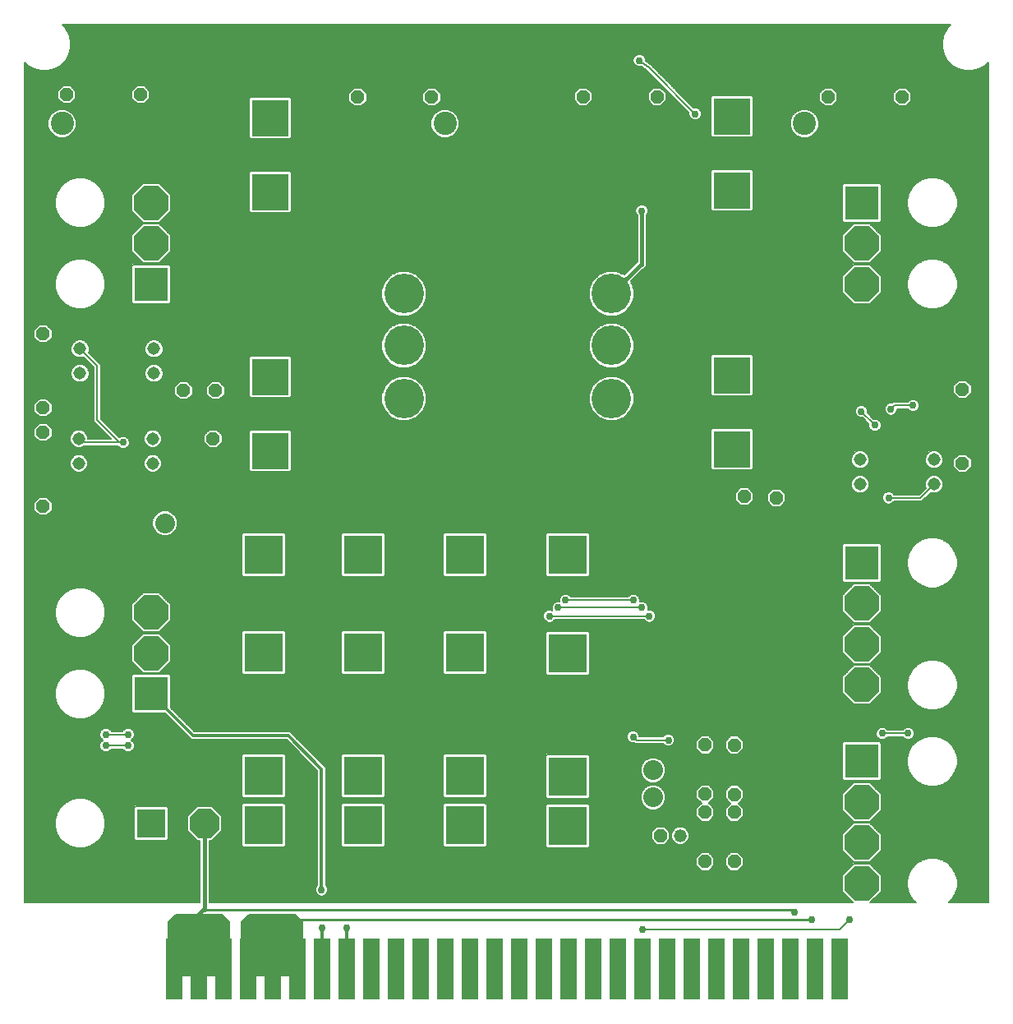
<source format=gbl>
G75*
%MOIN*%
%OFA0B0*%
%FSLAX25Y25*%
%IPPOS*%
%LPD*%
%AMOC8*
5,1,8,0,0,1.08239X$1,22.5*
%
%ADD10OC8,0.13780*%
%ADD11R,0.13780X0.13780*%
%ADD12OC8,0.05200*%
%ADD13C,0.08000*%
%ADD14C,0.16000*%
%ADD15R,0.15748X0.15748*%
%ADD16R,0.15000X0.15000*%
%ADD17R,0.06500X0.25000*%
%ADD18C,0.09449*%
%ADD19OC8,0.11811*%
%ADD20R,0.11811X0.11811*%
%ADD21C,0.05150*%
%ADD22C,0.05200*%
%ADD23C,0.00600*%
%ADD24C,0.02978*%
%ADD25C,0.01200*%
%ADD26C,0.01600*%
%ADD27C,0.01000*%
D10*
X0078850Y0129002D03*
X0078850Y0145502D03*
X0078850Y0162002D03*
X0057150Y0162002D03*
X0057150Y0145502D03*
X0078857Y0295242D03*
X0078857Y0311742D03*
X0078857Y0328242D03*
X0057157Y0328242D03*
X0057157Y0311742D03*
X0323744Y0311742D03*
X0323744Y0295242D03*
X0345444Y0295242D03*
X0345444Y0311742D03*
X0323744Y0328242D03*
X0323744Y0182138D03*
X0323744Y0165638D03*
X0323744Y0149138D03*
X0323744Y0132638D03*
X0345444Y0132638D03*
X0345444Y0149138D03*
X0345444Y0165638D03*
X0323744Y0101689D03*
X0323744Y0085189D03*
X0323744Y0068689D03*
X0323744Y0052189D03*
X0345444Y0052189D03*
X0345444Y0068689D03*
X0345444Y0085189D03*
D11*
X0345444Y0101689D03*
X0345444Y0182138D03*
X0345444Y0328242D03*
X0057157Y0295242D03*
X0057150Y0129002D03*
D12*
X0082350Y0202500D03*
X0082350Y0232500D03*
X0083350Y0252000D03*
X0070350Y0252000D03*
X0070350Y0282000D03*
X0083350Y0282000D03*
X0013350Y0275000D03*
X0013350Y0245000D03*
X0013350Y0235000D03*
X0013350Y0205000D03*
X0022915Y0372028D03*
X0052915Y0372028D03*
X0141025Y0370994D03*
X0171025Y0370994D03*
X0232413Y0371142D03*
X0262413Y0371142D03*
X0331970Y0371093D03*
X0361970Y0371093D03*
X0386350Y0252500D03*
X0386350Y0222500D03*
X0310850Y0208500D03*
X0297850Y0209000D03*
X0297850Y0179000D03*
X0310850Y0178500D03*
X0293820Y0108258D03*
X0281960Y0108307D03*
X0281960Y0088307D03*
X0281960Y0080945D03*
X0293820Y0080945D03*
X0293820Y0088258D03*
X0293820Y0060945D03*
X0281960Y0060945D03*
X0263850Y0071500D03*
D13*
X0260850Y0087000D03*
X0260850Y0098000D03*
X0062779Y0198262D03*
X0062779Y0209262D03*
D14*
X0159765Y0248785D03*
X0159765Y0270285D03*
X0159765Y0291285D03*
X0243968Y0291285D03*
X0243968Y0270285D03*
X0243968Y0248785D03*
D15*
X0226202Y0185335D03*
X0226202Y0145571D03*
X0184421Y0145817D03*
X0184421Y0185581D03*
X0143082Y0185581D03*
X0143082Y0145817D03*
X0102728Y0145768D03*
X0102728Y0185531D03*
X0102728Y0095768D03*
X0102728Y0075689D03*
X0143082Y0075738D03*
X0143082Y0095817D03*
X0184421Y0095817D03*
X0184421Y0075738D03*
X0226202Y0075492D03*
X0226202Y0095571D03*
D16*
X0292836Y0228258D03*
X0292836Y0258258D03*
X0292836Y0333258D03*
X0292836Y0363258D03*
X0105533Y0362569D03*
X0105533Y0332569D03*
X0105533Y0257569D03*
X0105533Y0227569D03*
D17*
X0106411Y0017500D03*
X0116411Y0017500D03*
X0126411Y0017500D03*
X0136411Y0017500D03*
X0146411Y0017500D03*
X0156411Y0017500D03*
X0166411Y0017500D03*
X0176411Y0017500D03*
X0186411Y0017500D03*
X0196411Y0017500D03*
X0206411Y0017500D03*
X0216411Y0017500D03*
X0226411Y0017500D03*
X0236411Y0017500D03*
X0246411Y0017500D03*
X0256411Y0017500D03*
X0266411Y0017500D03*
X0276411Y0017500D03*
X0286411Y0017500D03*
X0296411Y0017500D03*
X0306411Y0017500D03*
X0316411Y0017500D03*
X0326411Y0017500D03*
X0336411Y0017500D03*
X0096411Y0017500D03*
X0086411Y0017500D03*
X0076411Y0017500D03*
X0066411Y0017500D03*
D18*
X0021035Y0360315D03*
X0176405Y0360315D03*
X0219854Y0360315D03*
X0322216Y0360315D03*
D19*
X0078850Y0076500D03*
D20*
X0057150Y0076500D03*
D21*
X0057850Y0222500D03*
X0057850Y0232500D03*
X0058350Y0259000D03*
X0058350Y0269000D03*
X0028350Y0269000D03*
X0028350Y0259000D03*
X0027850Y0232500D03*
X0027850Y0222500D03*
X0344850Y0224000D03*
X0344850Y0214000D03*
X0374850Y0214000D03*
X0374850Y0224000D03*
D22*
X0271850Y0071500D03*
D23*
X0005950Y0044370D02*
X0005950Y0385233D01*
X0007265Y0383918D01*
X0009710Y0382506D01*
X0012438Y0381775D01*
X0015262Y0381775D01*
X0017990Y0382506D01*
X0020435Y0383918D01*
X0022432Y0385915D01*
X0023844Y0388360D01*
X0024575Y0391088D01*
X0024575Y0393912D01*
X0023844Y0396640D01*
X0022432Y0399085D01*
X0021117Y0400400D01*
X0381583Y0400400D01*
X0380268Y0399085D01*
X0378856Y0396640D01*
X0378125Y0393912D01*
X0378125Y0391088D01*
X0378856Y0388360D01*
X0380268Y0385915D01*
X0382265Y0383918D01*
X0384710Y0382506D01*
X0387438Y0381775D01*
X0390262Y0381775D01*
X0392990Y0382506D01*
X0395435Y0383918D01*
X0396750Y0385233D01*
X0396750Y0044370D01*
X0380799Y0044370D01*
X0382351Y0045923D01*
X0383695Y0048250D01*
X0384390Y0050845D01*
X0384390Y0053533D01*
X0383695Y0056128D01*
X0382351Y0058455D01*
X0380451Y0060355D01*
X0378124Y0061699D01*
X0375528Y0062394D01*
X0372841Y0062394D01*
X0370245Y0061699D01*
X0367918Y0060355D01*
X0366018Y0058455D01*
X0364675Y0056128D01*
X0363979Y0053533D01*
X0363979Y0050845D01*
X0364675Y0048250D01*
X0366018Y0045923D01*
X0367571Y0044370D01*
X0348935Y0044370D01*
X0353441Y0048877D01*
X0353441Y0055501D01*
X0348757Y0060186D01*
X0342132Y0060186D01*
X0337448Y0055501D01*
X0337448Y0048877D01*
X0341954Y0044370D01*
X0080757Y0044370D01*
X0080757Y0069487D01*
X0081755Y0069487D01*
X0085863Y0073595D01*
X0085863Y0079405D01*
X0081755Y0083513D01*
X0075945Y0083513D01*
X0071837Y0079405D01*
X0071837Y0073595D01*
X0075945Y0069487D01*
X0076943Y0069487D01*
X0076943Y0044370D01*
X0005950Y0044370D01*
X0005950Y0044502D02*
X0076943Y0044502D01*
X0076943Y0045100D02*
X0005950Y0045100D01*
X0005950Y0045699D02*
X0076943Y0045699D01*
X0076943Y0046297D02*
X0005950Y0046297D01*
X0005950Y0046896D02*
X0076943Y0046896D01*
X0076943Y0047494D02*
X0005950Y0047494D01*
X0005950Y0048093D02*
X0076943Y0048093D01*
X0076943Y0048691D02*
X0005950Y0048691D01*
X0005950Y0049290D02*
X0076943Y0049290D01*
X0076943Y0049888D02*
X0005950Y0049888D01*
X0005950Y0050487D02*
X0076943Y0050487D01*
X0076943Y0051085D02*
X0005950Y0051085D01*
X0005950Y0051684D02*
X0076943Y0051684D01*
X0076943Y0052282D02*
X0005950Y0052282D01*
X0005950Y0052881D02*
X0076943Y0052881D01*
X0076943Y0053479D02*
X0005950Y0053479D01*
X0005950Y0054078D02*
X0076943Y0054078D01*
X0076943Y0054676D02*
X0005950Y0054676D01*
X0005950Y0055275D02*
X0076943Y0055275D01*
X0076943Y0055873D02*
X0005950Y0055873D01*
X0005950Y0056472D02*
X0076943Y0056472D01*
X0076943Y0057070D02*
X0005950Y0057070D01*
X0005950Y0057669D02*
X0076943Y0057669D01*
X0076943Y0058268D02*
X0005950Y0058268D01*
X0005950Y0058866D02*
X0076943Y0058866D01*
X0076943Y0059465D02*
X0005950Y0059465D01*
X0005950Y0060063D02*
X0076943Y0060063D01*
X0076943Y0060662D02*
X0005950Y0060662D01*
X0005950Y0061260D02*
X0076943Y0061260D01*
X0076943Y0061859D02*
X0005950Y0061859D01*
X0005950Y0062457D02*
X0076943Y0062457D01*
X0076943Y0063056D02*
X0005950Y0063056D01*
X0005950Y0063654D02*
X0076943Y0063654D01*
X0076943Y0064253D02*
X0005950Y0064253D01*
X0005950Y0064851D02*
X0076943Y0064851D01*
X0076943Y0065450D02*
X0005950Y0065450D01*
X0005950Y0066048D02*
X0076943Y0066048D01*
X0076943Y0066647D02*
X0031068Y0066647D01*
X0032349Y0066990D02*
X0029753Y0066294D01*
X0027066Y0066294D01*
X0024471Y0066990D01*
X0022144Y0068334D01*
X0020243Y0070234D01*
X0018900Y0072561D01*
X0018204Y0075156D01*
X0018204Y0077844D01*
X0018900Y0080439D01*
X0020243Y0082766D01*
X0022144Y0084666D01*
X0024471Y0086010D01*
X0027066Y0086705D01*
X0029753Y0086705D01*
X0032349Y0086010D01*
X0034676Y0084666D01*
X0036576Y0082766D01*
X0037920Y0080439D01*
X0038615Y0077844D01*
X0038615Y0075156D01*
X0037920Y0072561D01*
X0036576Y0070234D01*
X0034676Y0068334D01*
X0032349Y0066990D01*
X0032791Y0067245D02*
X0076943Y0067245D01*
X0076943Y0067844D02*
X0033828Y0067844D01*
X0034785Y0068442D02*
X0076943Y0068442D01*
X0076943Y0069041D02*
X0035383Y0069041D01*
X0035982Y0069639D02*
X0050634Y0069639D01*
X0050786Y0069487D02*
X0063514Y0069487D01*
X0064163Y0070136D01*
X0064163Y0082864D01*
X0063514Y0083513D01*
X0050786Y0083513D01*
X0050137Y0082864D01*
X0050137Y0070136D01*
X0050786Y0069487D01*
X0050137Y0070238D02*
X0036579Y0070238D01*
X0036924Y0070836D02*
X0050137Y0070836D01*
X0050137Y0071435D02*
X0037270Y0071435D01*
X0037615Y0072033D02*
X0050137Y0072033D01*
X0050137Y0072632D02*
X0037939Y0072632D01*
X0038099Y0073230D02*
X0050137Y0073230D01*
X0050137Y0073829D02*
X0038260Y0073829D01*
X0038420Y0074427D02*
X0050137Y0074427D01*
X0050137Y0075026D02*
X0038580Y0075026D01*
X0038615Y0075624D02*
X0050137Y0075624D01*
X0050137Y0076223D02*
X0038615Y0076223D01*
X0038615Y0076821D02*
X0050137Y0076821D01*
X0050137Y0077420D02*
X0038615Y0077420D01*
X0038569Y0078018D02*
X0050137Y0078018D01*
X0050137Y0078617D02*
X0038408Y0078617D01*
X0038248Y0079215D02*
X0050137Y0079215D01*
X0050137Y0079814D02*
X0038087Y0079814D01*
X0037927Y0080412D02*
X0050137Y0080412D01*
X0050137Y0081011D02*
X0037590Y0081011D01*
X0037244Y0081609D02*
X0050137Y0081609D01*
X0050137Y0082208D02*
X0036899Y0082208D01*
X0036536Y0082806D02*
X0050137Y0082806D01*
X0050678Y0083405D02*
X0035938Y0083405D01*
X0035339Y0084003D02*
X0093747Y0084003D01*
X0093747Y0084022D02*
X0093747Y0067356D01*
X0094395Y0066708D01*
X0111061Y0066708D01*
X0111709Y0067356D01*
X0111709Y0084022D01*
X0111061Y0084670D01*
X0094395Y0084670D01*
X0093747Y0084022D01*
X0093747Y0083405D02*
X0081862Y0083405D01*
X0082461Y0082806D02*
X0093747Y0082806D01*
X0093747Y0082208D02*
X0083059Y0082208D01*
X0083658Y0081609D02*
X0093747Y0081609D01*
X0093747Y0081011D02*
X0084256Y0081011D01*
X0084855Y0080412D02*
X0093747Y0080412D01*
X0093747Y0079814D02*
X0085453Y0079814D01*
X0085863Y0079215D02*
X0093747Y0079215D01*
X0093747Y0078617D02*
X0085863Y0078617D01*
X0085863Y0078018D02*
X0093747Y0078018D01*
X0093747Y0077420D02*
X0085863Y0077420D01*
X0085863Y0076821D02*
X0093747Y0076821D01*
X0093747Y0076223D02*
X0085863Y0076223D01*
X0085863Y0075624D02*
X0093747Y0075624D01*
X0093747Y0075026D02*
X0085863Y0075026D01*
X0085863Y0074427D02*
X0093747Y0074427D01*
X0093747Y0073829D02*
X0085863Y0073829D01*
X0085498Y0073230D02*
X0093747Y0073230D01*
X0093747Y0072632D02*
X0084899Y0072632D01*
X0084301Y0072033D02*
X0093747Y0072033D01*
X0093747Y0071435D02*
X0083702Y0071435D01*
X0083104Y0070836D02*
X0093747Y0070836D01*
X0093747Y0070238D02*
X0082505Y0070238D01*
X0081907Y0069639D02*
X0093747Y0069639D01*
X0093747Y0069041D02*
X0080757Y0069041D01*
X0080757Y0068442D02*
X0093747Y0068442D01*
X0093747Y0067844D02*
X0080757Y0067844D01*
X0080757Y0067245D02*
X0093858Y0067245D01*
X0080757Y0066647D02*
X0124643Y0066647D01*
X0124643Y0067245D02*
X0111598Y0067245D01*
X0111709Y0067844D02*
X0124643Y0067844D01*
X0124643Y0068442D02*
X0111709Y0068442D01*
X0111709Y0069041D02*
X0124643Y0069041D01*
X0124643Y0069639D02*
X0111709Y0069639D01*
X0111709Y0070238D02*
X0124643Y0070238D01*
X0124643Y0070836D02*
X0111709Y0070836D01*
X0111709Y0071435D02*
X0124643Y0071435D01*
X0124643Y0072033D02*
X0111709Y0072033D01*
X0111709Y0072632D02*
X0124643Y0072632D01*
X0124643Y0073230D02*
X0111709Y0073230D01*
X0111709Y0073829D02*
X0124643Y0073829D01*
X0124643Y0074427D02*
X0111709Y0074427D01*
X0111709Y0075026D02*
X0124643Y0075026D01*
X0124643Y0075624D02*
X0111709Y0075624D01*
X0111709Y0076223D02*
X0124643Y0076223D01*
X0124643Y0076821D02*
X0111709Y0076821D01*
X0111709Y0077420D02*
X0124643Y0077420D01*
X0124643Y0078018D02*
X0111709Y0078018D01*
X0111709Y0078617D02*
X0124643Y0078617D01*
X0124643Y0079215D02*
X0111709Y0079215D01*
X0111709Y0079814D02*
X0124643Y0079814D01*
X0124643Y0080412D02*
X0111709Y0080412D01*
X0111709Y0081011D02*
X0124643Y0081011D01*
X0124643Y0081609D02*
X0111709Y0081609D01*
X0111709Y0082208D02*
X0124643Y0082208D01*
X0124643Y0082806D02*
X0111709Y0082806D01*
X0111709Y0083405D02*
X0124643Y0083405D01*
X0124643Y0084003D02*
X0111709Y0084003D01*
X0111129Y0084602D02*
X0124643Y0084602D01*
X0124643Y0085201D02*
X0033751Y0085201D01*
X0034741Y0084602D02*
X0094327Y0084602D01*
X0094395Y0086787D02*
X0111061Y0086787D01*
X0111709Y0087435D01*
X0111709Y0104100D01*
X0111061Y0104749D01*
X0094395Y0104749D01*
X0093747Y0104100D01*
X0093747Y0087435D01*
X0094395Y0086787D01*
X0094186Y0086996D02*
X0005950Y0086996D01*
X0005950Y0086398D02*
X0025917Y0086398D01*
X0024105Y0085799D02*
X0005950Y0085799D01*
X0005950Y0085201D02*
X0023069Y0085201D01*
X0022079Y0084602D02*
X0005950Y0084602D01*
X0005950Y0084003D02*
X0021481Y0084003D01*
X0020882Y0083405D02*
X0005950Y0083405D01*
X0005950Y0082806D02*
X0020284Y0082806D01*
X0019921Y0082208D02*
X0005950Y0082208D01*
X0005950Y0081609D02*
X0019575Y0081609D01*
X0019230Y0081011D02*
X0005950Y0081011D01*
X0005950Y0080412D02*
X0018893Y0080412D01*
X0018732Y0079814D02*
X0005950Y0079814D01*
X0005950Y0079215D02*
X0018572Y0079215D01*
X0018412Y0078617D02*
X0005950Y0078617D01*
X0005950Y0078018D02*
X0018251Y0078018D01*
X0018204Y0077420D02*
X0005950Y0077420D01*
X0005950Y0076821D02*
X0018204Y0076821D01*
X0018204Y0076223D02*
X0005950Y0076223D01*
X0005950Y0075624D02*
X0018204Y0075624D01*
X0018239Y0075026D02*
X0005950Y0075026D01*
X0005950Y0074427D02*
X0018400Y0074427D01*
X0018560Y0073829D02*
X0005950Y0073829D01*
X0005950Y0073230D02*
X0018720Y0073230D01*
X0018881Y0072632D02*
X0005950Y0072632D01*
X0005950Y0072033D02*
X0019204Y0072033D01*
X0019550Y0071435D02*
X0005950Y0071435D01*
X0005950Y0070836D02*
X0019895Y0070836D01*
X0020241Y0070238D02*
X0005950Y0070238D01*
X0005950Y0069639D02*
X0020838Y0069639D01*
X0021436Y0069041D02*
X0005950Y0069041D01*
X0005950Y0068442D02*
X0022035Y0068442D01*
X0022992Y0067844D02*
X0005950Y0067844D01*
X0005950Y0067245D02*
X0024029Y0067245D01*
X0025752Y0066647D02*
X0005950Y0066647D01*
X0005950Y0087595D02*
X0093747Y0087595D01*
X0093747Y0088193D02*
X0005950Y0088193D01*
X0005950Y0088792D02*
X0093747Y0088792D01*
X0093747Y0089390D02*
X0005950Y0089390D01*
X0005950Y0089989D02*
X0093747Y0089989D01*
X0093747Y0090587D02*
X0005950Y0090587D01*
X0005950Y0091186D02*
X0093747Y0091186D01*
X0093747Y0091784D02*
X0005950Y0091784D01*
X0005950Y0092383D02*
X0093747Y0092383D01*
X0093747Y0092981D02*
X0005950Y0092981D01*
X0005950Y0093580D02*
X0093747Y0093580D01*
X0093747Y0094178D02*
X0005950Y0094178D01*
X0005950Y0094777D02*
X0093747Y0094777D01*
X0093747Y0095375D02*
X0005950Y0095375D01*
X0005950Y0095974D02*
X0093747Y0095974D01*
X0093747Y0096572D02*
X0005950Y0096572D01*
X0005950Y0097171D02*
X0093747Y0097171D01*
X0093747Y0097769D02*
X0005950Y0097769D01*
X0005950Y0098368D02*
X0093747Y0098368D01*
X0093747Y0098966D02*
X0005950Y0098966D01*
X0005950Y0099565D02*
X0093747Y0099565D01*
X0093747Y0100163D02*
X0005950Y0100163D01*
X0005950Y0100762D02*
X0093747Y0100762D01*
X0093747Y0101360D02*
X0005950Y0101360D01*
X0005950Y0101959D02*
X0093747Y0101959D01*
X0093747Y0102557D02*
X0005950Y0102557D01*
X0005950Y0103156D02*
X0093747Y0103156D01*
X0093747Y0103754D02*
X0005950Y0103754D01*
X0005950Y0104353D02*
X0093999Y0104353D01*
X0111456Y0104353D02*
X0118083Y0104353D01*
X0117484Y0104951D02*
X0005950Y0104951D01*
X0005950Y0105550D02*
X0037981Y0105550D01*
X0038334Y0105404D02*
X0039366Y0105404D01*
X0040321Y0105799D01*
X0041051Y0106529D01*
X0041077Y0106593D01*
X0045623Y0106593D01*
X0045649Y0106529D01*
X0046379Y0105799D01*
X0047334Y0105404D01*
X0048366Y0105404D01*
X0049321Y0105799D01*
X0050051Y0106529D01*
X0050446Y0107484D01*
X0050446Y0108516D01*
X0050051Y0109471D01*
X0049321Y0110201D01*
X0049202Y0110250D01*
X0049321Y0110299D01*
X0050051Y0111029D01*
X0050446Y0111984D01*
X0050446Y0113016D01*
X0050051Y0113971D01*
X0049321Y0114701D01*
X0048366Y0115096D01*
X0047334Y0115096D01*
X0046379Y0114701D01*
X0045649Y0113971D01*
X0045623Y0113907D01*
X0041077Y0113907D01*
X0041051Y0113971D01*
X0040321Y0114701D01*
X0039366Y0115096D01*
X0038334Y0115096D01*
X0037379Y0114701D01*
X0036649Y0113971D01*
X0036254Y0113016D01*
X0036254Y0111984D01*
X0036649Y0111029D01*
X0037379Y0110299D01*
X0037498Y0110250D01*
X0037379Y0110201D01*
X0036649Y0109471D01*
X0036254Y0108516D01*
X0036254Y0107484D01*
X0036649Y0106529D01*
X0037379Y0105799D01*
X0038334Y0105404D01*
X0039719Y0105550D02*
X0046981Y0105550D01*
X0046030Y0106148D02*
X0040670Y0106148D01*
X0038850Y0108000D02*
X0047850Y0108000D01*
X0049670Y0106148D02*
X0116287Y0106148D01*
X0116886Y0105550D02*
X0048719Y0105550D01*
X0050141Y0106747D02*
X0115689Y0106747D01*
X0115090Y0107345D02*
X0050389Y0107345D01*
X0050446Y0107944D02*
X0114492Y0107944D01*
X0113893Y0108542D02*
X0050435Y0108542D01*
X0050187Y0109141D02*
X0113295Y0109141D01*
X0112696Y0109739D02*
X0049782Y0109739D01*
X0049359Y0110338D02*
X0073400Y0110338D01*
X0073445Y0110293D02*
X0112143Y0110293D01*
X0124643Y0097793D01*
X0124643Y0051464D01*
X0124149Y0050971D01*
X0123754Y0050016D01*
X0123754Y0048984D01*
X0124149Y0048029D01*
X0124879Y0047299D01*
X0125834Y0046904D01*
X0126866Y0046904D01*
X0127821Y0047299D01*
X0128551Y0048029D01*
X0128946Y0048984D01*
X0128946Y0050016D01*
X0128551Y0050971D01*
X0128057Y0051464D01*
X0128057Y0099207D01*
X0127057Y0100207D01*
X0114557Y0112707D01*
X0113557Y0113707D01*
X0074859Y0113707D01*
X0065147Y0123419D01*
X0065147Y0136350D01*
X0064498Y0136999D01*
X0049802Y0136999D01*
X0049153Y0136350D01*
X0049153Y0121654D01*
X0049802Y0121005D01*
X0062733Y0121005D01*
X0072445Y0111293D01*
X0073445Y0110293D01*
X0072801Y0110937D02*
X0049958Y0110937D01*
X0050260Y0111535D02*
X0072203Y0111535D01*
X0071604Y0112134D02*
X0050446Y0112134D01*
X0050446Y0112732D02*
X0071006Y0112732D01*
X0070407Y0113331D02*
X0050316Y0113331D01*
X0050068Y0113929D02*
X0069809Y0113929D01*
X0069210Y0114528D02*
X0049494Y0114528D01*
X0047850Y0112500D02*
X0038850Y0112500D01*
X0036440Y0111535D02*
X0005950Y0111535D01*
X0005950Y0110937D02*
X0036742Y0110937D01*
X0037341Y0110338D02*
X0005950Y0110338D01*
X0005950Y0109739D02*
X0036918Y0109739D01*
X0036513Y0109141D02*
X0005950Y0109141D01*
X0005950Y0108542D02*
X0036265Y0108542D01*
X0036254Y0107944D02*
X0005950Y0107944D01*
X0005950Y0107345D02*
X0036311Y0107345D01*
X0036559Y0106747D02*
X0005950Y0106747D01*
X0005950Y0106148D02*
X0037030Y0106148D01*
X0036254Y0112134D02*
X0005950Y0112134D01*
X0005950Y0112732D02*
X0036254Y0112732D01*
X0036384Y0113331D02*
X0005950Y0113331D01*
X0005950Y0113929D02*
X0036632Y0113929D01*
X0037206Y0114528D02*
X0005950Y0114528D01*
X0005950Y0115126D02*
X0068612Y0115126D01*
X0068013Y0115725D02*
X0005950Y0115725D01*
X0005950Y0116323D02*
X0067415Y0116323D01*
X0066816Y0116922D02*
X0005950Y0116922D01*
X0005950Y0117520D02*
X0066218Y0117520D01*
X0065619Y0118119D02*
X0005950Y0118119D01*
X0005950Y0118717D02*
X0065021Y0118717D01*
X0064422Y0119316D02*
X0031691Y0119316D01*
X0032349Y0119492D02*
X0029753Y0118796D01*
X0027066Y0118796D01*
X0024471Y0119492D01*
X0022144Y0120836D01*
X0020243Y0122736D01*
X0018900Y0125063D01*
X0018204Y0127658D01*
X0018204Y0130346D01*
X0018900Y0132941D01*
X0020243Y0135268D01*
X0022144Y0137168D01*
X0024471Y0138512D01*
X0027066Y0139207D01*
X0029753Y0139207D01*
X0032349Y0138512D01*
X0034676Y0137168D01*
X0036576Y0135268D01*
X0037920Y0132941D01*
X0038615Y0130346D01*
X0038615Y0127658D01*
X0037920Y0125063D01*
X0036576Y0122736D01*
X0034676Y0120836D01*
X0032349Y0119492D01*
X0033080Y0119914D02*
X0063824Y0119914D01*
X0063225Y0120513D02*
X0034117Y0120513D01*
X0034952Y0121111D02*
X0049696Y0121111D01*
X0049153Y0121710D02*
X0035550Y0121710D01*
X0036149Y0122308D02*
X0049153Y0122308D01*
X0049153Y0122907D02*
X0036675Y0122907D01*
X0037021Y0123505D02*
X0049153Y0123505D01*
X0049153Y0124104D02*
X0037366Y0124104D01*
X0037712Y0124702D02*
X0049153Y0124702D01*
X0049153Y0125301D02*
X0037984Y0125301D01*
X0038144Y0125899D02*
X0049153Y0125899D01*
X0049153Y0126498D02*
X0038304Y0126498D01*
X0038465Y0127096D02*
X0049153Y0127096D01*
X0049153Y0127695D02*
X0038615Y0127695D01*
X0038615Y0128293D02*
X0049153Y0128293D01*
X0049153Y0128892D02*
X0038615Y0128892D01*
X0038615Y0129490D02*
X0049153Y0129490D01*
X0049153Y0130089D02*
X0038615Y0130089D01*
X0038524Y0130687D02*
X0049153Y0130687D01*
X0049153Y0131286D02*
X0038363Y0131286D01*
X0038203Y0131884D02*
X0049153Y0131884D01*
X0049153Y0132483D02*
X0038043Y0132483D01*
X0037839Y0133081D02*
X0049153Y0133081D01*
X0049153Y0133680D02*
X0037493Y0133680D01*
X0037148Y0134278D02*
X0049153Y0134278D01*
X0049153Y0134877D02*
X0036802Y0134877D01*
X0036369Y0135475D02*
X0049153Y0135475D01*
X0049153Y0136074D02*
X0035771Y0136074D01*
X0035172Y0136672D02*
X0049475Y0136672D01*
X0052276Y0139067D02*
X0030279Y0139067D01*
X0032425Y0138468D02*
X0052875Y0138468D01*
X0053473Y0137870D02*
X0033462Y0137870D01*
X0034498Y0137271D02*
X0093911Y0137271D01*
X0093747Y0137435D02*
X0094395Y0136787D01*
X0111061Y0136787D01*
X0111709Y0137435D01*
X0111709Y0154100D01*
X0111061Y0154749D01*
X0094395Y0154749D01*
X0093747Y0154100D01*
X0093747Y0137435D01*
X0093747Y0137870D02*
X0060827Y0137870D01*
X0060462Y0137505D02*
X0065147Y0142190D01*
X0065147Y0148814D01*
X0060462Y0153499D01*
X0053838Y0153499D01*
X0049153Y0148814D01*
X0049153Y0142190D01*
X0053838Y0137505D01*
X0060462Y0137505D01*
X0061425Y0138468D02*
X0093747Y0138468D01*
X0093747Y0139067D02*
X0062024Y0139067D01*
X0062622Y0139665D02*
X0093747Y0139665D01*
X0093747Y0140264D02*
X0063221Y0140264D01*
X0063819Y0140862D02*
X0093747Y0140862D01*
X0093747Y0141461D02*
X0064418Y0141461D01*
X0065016Y0142059D02*
X0093747Y0142059D01*
X0093747Y0142658D02*
X0065147Y0142658D01*
X0065147Y0143256D02*
X0093747Y0143256D01*
X0093747Y0143855D02*
X0065147Y0143855D01*
X0065147Y0144453D02*
X0093747Y0144453D01*
X0093747Y0145052D02*
X0065147Y0145052D01*
X0065147Y0145650D02*
X0093747Y0145650D01*
X0093747Y0146249D02*
X0065147Y0146249D01*
X0065147Y0146847D02*
X0093747Y0146847D01*
X0093747Y0147446D02*
X0065147Y0147446D01*
X0065147Y0148044D02*
X0093747Y0148044D01*
X0093747Y0148643D02*
X0065147Y0148643D01*
X0064720Y0149241D02*
X0093747Y0149241D01*
X0093747Y0149840D02*
X0064121Y0149840D01*
X0063523Y0150438D02*
X0093747Y0150438D01*
X0093747Y0151037D02*
X0062924Y0151037D01*
X0062326Y0151635D02*
X0093747Y0151635D01*
X0093747Y0152234D02*
X0061727Y0152234D01*
X0061129Y0152832D02*
X0093747Y0152832D01*
X0093747Y0153431D02*
X0060530Y0153431D01*
X0060462Y0154005D02*
X0065147Y0158690D01*
X0065147Y0165314D01*
X0060462Y0169999D01*
X0053838Y0169999D01*
X0049153Y0165314D01*
X0049153Y0158690D01*
X0053838Y0154005D01*
X0060462Y0154005D01*
X0060487Y0154029D02*
X0093747Y0154029D01*
X0094274Y0154628D02*
X0061085Y0154628D01*
X0061684Y0155226D02*
X0340224Y0155226D01*
X0339625Y0154628D02*
X0192924Y0154628D01*
X0192753Y0154798D02*
X0193402Y0154150D01*
X0193402Y0137484D01*
X0192753Y0136836D01*
X0176088Y0136836D01*
X0175440Y0137484D01*
X0175440Y0154150D01*
X0176088Y0154798D01*
X0192753Y0154798D01*
X0193402Y0154029D02*
X0217347Y0154029D01*
X0217221Y0153903D02*
X0217221Y0137238D01*
X0217870Y0136590D01*
X0234535Y0136590D01*
X0235183Y0137238D01*
X0235183Y0153903D01*
X0234535Y0154552D01*
X0217870Y0154552D01*
X0217221Y0153903D01*
X0217221Y0153431D02*
X0193402Y0153431D01*
X0193402Y0152832D02*
X0217221Y0152832D01*
X0217221Y0152234D02*
X0193402Y0152234D01*
X0193402Y0151635D02*
X0217221Y0151635D01*
X0217221Y0151037D02*
X0193402Y0151037D01*
X0193402Y0150438D02*
X0217221Y0150438D01*
X0217221Y0149840D02*
X0193402Y0149840D01*
X0193402Y0149241D02*
X0217221Y0149241D01*
X0217221Y0148643D02*
X0193402Y0148643D01*
X0193402Y0148044D02*
X0217221Y0148044D01*
X0217221Y0147446D02*
X0193402Y0147446D01*
X0193402Y0146847D02*
X0217221Y0146847D01*
X0217221Y0146249D02*
X0193402Y0146249D01*
X0193402Y0145650D02*
X0217221Y0145650D01*
X0217221Y0145052D02*
X0193402Y0145052D01*
X0193402Y0144453D02*
X0217221Y0144453D01*
X0217221Y0143855D02*
X0193402Y0143855D01*
X0193402Y0143256D02*
X0217221Y0143256D01*
X0217221Y0142658D02*
X0193402Y0142658D01*
X0193402Y0142059D02*
X0217221Y0142059D01*
X0217221Y0141461D02*
X0193402Y0141461D01*
X0193402Y0140862D02*
X0217221Y0140862D01*
X0217221Y0140264D02*
X0193402Y0140264D01*
X0193402Y0139665D02*
X0217221Y0139665D01*
X0217221Y0139067D02*
X0193402Y0139067D01*
X0193402Y0138468D02*
X0217221Y0138468D01*
X0217221Y0137870D02*
X0193402Y0137870D01*
X0193189Y0137271D02*
X0217221Y0137271D01*
X0217787Y0136672D02*
X0064825Y0136672D01*
X0065147Y0136074D02*
X0337571Y0136074D01*
X0337448Y0135950D02*
X0337448Y0129325D01*
X0342132Y0124641D01*
X0348757Y0124641D01*
X0353441Y0129325D01*
X0353441Y0135950D01*
X0348757Y0140635D01*
X0342132Y0140635D01*
X0337448Y0135950D01*
X0337448Y0135475D02*
X0065147Y0135475D01*
X0065147Y0134877D02*
X0337448Y0134877D01*
X0337448Y0134278D02*
X0065147Y0134278D01*
X0065147Y0133680D02*
X0337448Y0133680D01*
X0337448Y0133081D02*
X0065147Y0133081D01*
X0065147Y0132483D02*
X0337448Y0132483D01*
X0337448Y0131884D02*
X0065147Y0131884D01*
X0065147Y0131286D02*
X0337448Y0131286D01*
X0337448Y0130687D02*
X0065147Y0130687D01*
X0065147Y0130089D02*
X0337448Y0130089D01*
X0337448Y0129490D02*
X0065147Y0129490D01*
X0065147Y0128892D02*
X0337881Y0128892D01*
X0338480Y0128293D02*
X0065147Y0128293D01*
X0065147Y0127695D02*
X0339078Y0127695D01*
X0339677Y0127096D02*
X0065147Y0127096D01*
X0065147Y0126498D02*
X0340275Y0126498D01*
X0340874Y0125899D02*
X0065147Y0125899D01*
X0065147Y0125301D02*
X0341472Y0125301D01*
X0342071Y0124702D02*
X0065147Y0124702D01*
X0065147Y0124104D02*
X0368555Y0124104D01*
X0367918Y0124471D02*
X0370245Y0123128D01*
X0372841Y0122432D01*
X0375528Y0122432D01*
X0378124Y0123128D01*
X0380451Y0124471D01*
X0382351Y0126371D01*
X0383695Y0128699D01*
X0384390Y0131294D01*
X0384390Y0133981D01*
X0383695Y0136577D01*
X0382351Y0138904D01*
X0380451Y0140804D01*
X0378124Y0142148D01*
X0375528Y0142843D01*
X0372841Y0142843D01*
X0370245Y0142148D01*
X0367918Y0140804D01*
X0366018Y0138904D01*
X0364675Y0136577D01*
X0363979Y0133981D01*
X0363979Y0131294D01*
X0364675Y0128699D01*
X0366018Y0126371D01*
X0367918Y0124471D01*
X0367687Y0124702D02*
X0348818Y0124702D01*
X0349417Y0125301D02*
X0367089Y0125301D01*
X0366490Y0125899D02*
X0350015Y0125899D01*
X0350614Y0126498D02*
X0365945Y0126498D01*
X0365600Y0127096D02*
X0351212Y0127096D01*
X0351811Y0127695D02*
X0365254Y0127695D01*
X0364909Y0128293D02*
X0352409Y0128293D01*
X0353008Y0128892D02*
X0364623Y0128892D01*
X0364462Y0129490D02*
X0353441Y0129490D01*
X0353441Y0130089D02*
X0364302Y0130089D01*
X0364142Y0130687D02*
X0353441Y0130687D01*
X0353441Y0131286D02*
X0363981Y0131286D01*
X0363979Y0131884D02*
X0353441Y0131884D01*
X0353441Y0132483D02*
X0363979Y0132483D01*
X0363979Y0133081D02*
X0353441Y0133081D01*
X0353441Y0133680D02*
X0363979Y0133680D01*
X0364059Y0134278D02*
X0353441Y0134278D01*
X0353441Y0134877D02*
X0364219Y0134877D01*
X0364379Y0135475D02*
X0353441Y0135475D01*
X0353318Y0136074D02*
X0364540Y0136074D01*
X0364730Y0136672D02*
X0352719Y0136672D01*
X0352121Y0137271D02*
X0365075Y0137271D01*
X0365421Y0137870D02*
X0351522Y0137870D01*
X0350923Y0138468D02*
X0365766Y0138468D01*
X0366181Y0139067D02*
X0350325Y0139067D01*
X0349726Y0139665D02*
X0366779Y0139665D01*
X0367378Y0140264D02*
X0349128Y0140264D01*
X0348757Y0141141D02*
X0353441Y0145825D01*
X0353441Y0152450D01*
X0348757Y0157135D01*
X0342132Y0157135D01*
X0337448Y0152450D01*
X0337448Y0145825D01*
X0342132Y0141141D01*
X0348757Y0141141D01*
X0349077Y0141461D02*
X0369055Y0141461D01*
X0370092Y0142059D02*
X0349675Y0142059D01*
X0350274Y0142658D02*
X0372148Y0142658D01*
X0376221Y0142658D02*
X0396750Y0142658D01*
X0396750Y0143256D02*
X0350872Y0143256D01*
X0351471Y0143855D02*
X0396750Y0143855D01*
X0396750Y0144453D02*
X0352069Y0144453D01*
X0352668Y0145052D02*
X0396750Y0145052D01*
X0396750Y0145650D02*
X0353266Y0145650D01*
X0353441Y0146249D02*
X0396750Y0146249D01*
X0396750Y0146847D02*
X0353441Y0146847D01*
X0353441Y0147446D02*
X0396750Y0147446D01*
X0396750Y0148044D02*
X0353441Y0148044D01*
X0353441Y0148643D02*
X0396750Y0148643D01*
X0396750Y0149241D02*
X0353441Y0149241D01*
X0353441Y0149840D02*
X0396750Y0149840D01*
X0396750Y0150438D02*
X0353441Y0150438D01*
X0353441Y0151037D02*
X0396750Y0151037D01*
X0396750Y0151635D02*
X0353441Y0151635D01*
X0353441Y0152234D02*
X0396750Y0152234D01*
X0396750Y0152832D02*
X0353059Y0152832D01*
X0352461Y0153431D02*
X0396750Y0153431D01*
X0396750Y0154029D02*
X0351862Y0154029D01*
X0351264Y0154628D02*
X0396750Y0154628D01*
X0396750Y0155226D02*
X0350665Y0155226D01*
X0350067Y0155825D02*
X0396750Y0155825D01*
X0396750Y0156423D02*
X0349468Y0156423D01*
X0348870Y0157022D02*
X0396750Y0157022D01*
X0396750Y0157620D02*
X0064078Y0157620D01*
X0063479Y0157022D02*
X0342019Y0157022D01*
X0342132Y0157641D02*
X0348757Y0157641D01*
X0353441Y0162325D01*
X0353441Y0168950D01*
X0348757Y0173635D01*
X0342132Y0173635D01*
X0337448Y0168950D01*
X0337448Y0162325D01*
X0342132Y0157641D01*
X0341554Y0158219D02*
X0260627Y0158219D01*
X0260821Y0158299D02*
X0261551Y0159029D01*
X0261946Y0159984D01*
X0261946Y0161016D01*
X0261551Y0161971D01*
X0260821Y0162701D01*
X0259866Y0163096D01*
X0258834Y0163096D01*
X0258776Y0163072D01*
X0258946Y0163484D01*
X0258946Y0164516D01*
X0258551Y0165471D01*
X0257821Y0166201D01*
X0256866Y0166596D01*
X0255834Y0166596D01*
X0255422Y0166426D01*
X0255446Y0166484D01*
X0255446Y0167516D01*
X0255051Y0168471D01*
X0254321Y0169201D01*
X0253366Y0169596D01*
X0252334Y0169596D01*
X0251379Y0169201D01*
X0250649Y0168471D01*
X0250623Y0168407D01*
X0227577Y0168407D01*
X0227551Y0168471D01*
X0226821Y0169201D01*
X0225866Y0169596D01*
X0224834Y0169596D01*
X0223879Y0169201D01*
X0223149Y0168471D01*
X0222754Y0167516D01*
X0222754Y0166596D01*
X0221834Y0166596D01*
X0220879Y0166201D01*
X0220149Y0165471D01*
X0219754Y0164516D01*
X0219754Y0163484D01*
X0220028Y0162822D01*
X0219366Y0163096D01*
X0218334Y0163096D01*
X0217379Y0162701D01*
X0216649Y0161971D01*
X0216254Y0161016D01*
X0216254Y0159984D01*
X0216649Y0159029D01*
X0217379Y0158299D01*
X0218334Y0157904D01*
X0219366Y0157904D01*
X0220321Y0158299D01*
X0221051Y0159029D01*
X0221077Y0159093D01*
X0257123Y0159093D01*
X0257149Y0159029D01*
X0257879Y0158299D01*
X0258834Y0157904D01*
X0259866Y0157904D01*
X0260821Y0158299D01*
X0261339Y0158817D02*
X0340956Y0158817D01*
X0340357Y0159416D02*
X0261711Y0159416D01*
X0261946Y0160014D02*
X0339759Y0160014D01*
X0339160Y0160613D02*
X0261946Y0160613D01*
X0261865Y0161211D02*
X0338562Y0161211D01*
X0337963Y0161810D02*
X0261617Y0161810D01*
X0261113Y0162408D02*
X0337448Y0162408D01*
X0337448Y0163007D02*
X0260081Y0163007D01*
X0258946Y0163605D02*
X0337448Y0163605D01*
X0337448Y0164204D02*
X0258946Y0164204D01*
X0258828Y0164803D02*
X0337448Y0164803D01*
X0337448Y0165401D02*
X0258580Y0165401D01*
X0258022Y0166000D02*
X0337448Y0166000D01*
X0337448Y0166598D02*
X0255446Y0166598D01*
X0255446Y0167197D02*
X0337448Y0167197D01*
X0337448Y0167795D02*
X0255331Y0167795D01*
X0255083Y0168394D02*
X0337448Y0168394D01*
X0337490Y0168992D02*
X0254529Y0168992D01*
X0253380Y0169591D02*
X0338088Y0169591D01*
X0338687Y0170189D02*
X0034640Y0170189D01*
X0034676Y0170168D02*
X0032349Y0171512D01*
X0029753Y0172207D01*
X0027066Y0172207D01*
X0024471Y0171512D01*
X0022144Y0170168D01*
X0020243Y0168268D01*
X0018900Y0165941D01*
X0018204Y0163346D01*
X0018204Y0160658D01*
X0018900Y0158063D01*
X0020243Y0155736D01*
X0022144Y0153836D01*
X0024471Y0152492D01*
X0027066Y0151796D01*
X0029753Y0151796D01*
X0032349Y0152492D01*
X0034676Y0153836D01*
X0036576Y0155736D01*
X0037920Y0158063D01*
X0038615Y0160658D01*
X0038615Y0163346D01*
X0037920Y0165941D01*
X0036576Y0168268D01*
X0034676Y0170168D01*
X0035254Y0169591D02*
X0053429Y0169591D01*
X0052831Y0168992D02*
X0035852Y0168992D01*
X0036451Y0168394D02*
X0052232Y0168394D01*
X0051634Y0167795D02*
X0036849Y0167795D01*
X0037195Y0167197D02*
X0051035Y0167197D01*
X0050437Y0166598D02*
X0037541Y0166598D01*
X0037886Y0166000D02*
X0049838Y0166000D01*
X0049240Y0165401D02*
X0038065Y0165401D01*
X0038225Y0164803D02*
X0049153Y0164803D01*
X0049153Y0164204D02*
X0038385Y0164204D01*
X0038546Y0163605D02*
X0049153Y0163605D01*
X0049153Y0163007D02*
X0038615Y0163007D01*
X0038615Y0162408D02*
X0049153Y0162408D01*
X0049153Y0161810D02*
X0038615Y0161810D01*
X0038615Y0161211D02*
X0049153Y0161211D01*
X0049153Y0160613D02*
X0038603Y0160613D01*
X0038443Y0160014D02*
X0049153Y0160014D01*
X0049153Y0159416D02*
X0038282Y0159416D01*
X0038122Y0158817D02*
X0049153Y0158817D01*
X0049624Y0158219D02*
X0037962Y0158219D01*
X0037664Y0157620D02*
X0050222Y0157620D01*
X0050821Y0157022D02*
X0037319Y0157022D01*
X0036973Y0156423D02*
X0051419Y0156423D01*
X0052018Y0155825D02*
X0036628Y0155825D01*
X0036067Y0155226D02*
X0052616Y0155226D01*
X0053215Y0154628D02*
X0035468Y0154628D01*
X0034870Y0154029D02*
X0053813Y0154029D01*
X0053770Y0153431D02*
X0033975Y0153431D01*
X0032939Y0152832D02*
X0053171Y0152832D01*
X0052573Y0152234D02*
X0031386Y0152234D01*
X0025434Y0152234D02*
X0005950Y0152234D01*
X0005950Y0152832D02*
X0023881Y0152832D01*
X0022844Y0153431D02*
X0005950Y0153431D01*
X0005950Y0154029D02*
X0021950Y0154029D01*
X0021351Y0154628D02*
X0005950Y0154628D01*
X0005950Y0155226D02*
X0020753Y0155226D01*
X0020192Y0155825D02*
X0005950Y0155825D01*
X0005950Y0156423D02*
X0019846Y0156423D01*
X0019501Y0157022D02*
X0005950Y0157022D01*
X0005950Y0157620D02*
X0019155Y0157620D01*
X0018858Y0158219D02*
X0005950Y0158219D01*
X0005950Y0158817D02*
X0018698Y0158817D01*
X0018537Y0159416D02*
X0005950Y0159416D01*
X0005950Y0160014D02*
X0018377Y0160014D01*
X0018216Y0160613D02*
X0005950Y0160613D01*
X0005950Y0161211D02*
X0018204Y0161211D01*
X0018204Y0161810D02*
X0005950Y0161810D01*
X0005950Y0162408D02*
X0018204Y0162408D01*
X0018204Y0163007D02*
X0005950Y0163007D01*
X0005950Y0163605D02*
X0018274Y0163605D01*
X0018434Y0164204D02*
X0005950Y0164204D01*
X0005950Y0164803D02*
X0018595Y0164803D01*
X0018755Y0165401D02*
X0005950Y0165401D01*
X0005950Y0166000D02*
X0018934Y0166000D01*
X0019279Y0166598D02*
X0005950Y0166598D01*
X0005950Y0167197D02*
X0019625Y0167197D01*
X0019970Y0167795D02*
X0005950Y0167795D01*
X0005950Y0168394D02*
X0020369Y0168394D01*
X0020967Y0168992D02*
X0005950Y0168992D01*
X0005950Y0169591D02*
X0021566Y0169591D01*
X0022179Y0170189D02*
X0005950Y0170189D01*
X0005950Y0170788D02*
X0023216Y0170788D01*
X0024253Y0171386D02*
X0005950Y0171386D01*
X0005950Y0171985D02*
X0026235Y0171985D01*
X0030585Y0171985D02*
X0340482Y0171985D01*
X0341081Y0172583D02*
X0005950Y0172583D01*
X0005950Y0173182D02*
X0341679Y0173182D01*
X0339884Y0171386D02*
X0032567Y0171386D01*
X0033604Y0170788D02*
X0339285Y0170788D01*
X0338096Y0174141D02*
X0337448Y0174789D01*
X0337448Y0189486D01*
X0338096Y0190135D01*
X0352793Y0190135D01*
X0353441Y0189486D01*
X0353441Y0174789D01*
X0352793Y0174141D01*
X0338096Y0174141D01*
X0337858Y0174379D02*
X0005950Y0174379D01*
X0005950Y0174977D02*
X0337448Y0174977D01*
X0337448Y0175576D02*
X0005950Y0175576D01*
X0005950Y0176174D02*
X0337448Y0176174D01*
X0337448Y0176773D02*
X0234954Y0176773D01*
X0235183Y0177002D02*
X0235183Y0193667D01*
X0234535Y0194316D01*
X0217870Y0194316D01*
X0217221Y0193667D01*
X0217221Y0177002D01*
X0217870Y0176354D01*
X0234535Y0176354D01*
X0235183Y0177002D01*
X0235183Y0177371D02*
X0337448Y0177371D01*
X0337448Y0177970D02*
X0235183Y0177970D01*
X0235183Y0178568D02*
X0337448Y0178568D01*
X0337448Y0179167D02*
X0235183Y0179167D01*
X0235183Y0179765D02*
X0337448Y0179765D01*
X0337448Y0180364D02*
X0235183Y0180364D01*
X0235183Y0180962D02*
X0337448Y0180962D01*
X0337448Y0181561D02*
X0235183Y0181561D01*
X0235183Y0182159D02*
X0337448Y0182159D01*
X0337448Y0182758D02*
X0235183Y0182758D01*
X0235183Y0183356D02*
X0337448Y0183356D01*
X0337448Y0183955D02*
X0235183Y0183955D01*
X0235183Y0184553D02*
X0337448Y0184553D01*
X0337448Y0185152D02*
X0235183Y0185152D01*
X0235183Y0185750D02*
X0337448Y0185750D01*
X0337448Y0186349D02*
X0235183Y0186349D01*
X0235183Y0186947D02*
X0337448Y0186947D01*
X0337448Y0187546D02*
X0235183Y0187546D01*
X0235183Y0188144D02*
X0337448Y0188144D01*
X0337448Y0188743D02*
X0235183Y0188743D01*
X0235183Y0189341D02*
X0337448Y0189341D01*
X0337902Y0189940D02*
X0235183Y0189940D01*
X0235183Y0190539D02*
X0368324Y0190539D01*
X0367918Y0190304D02*
X0366018Y0188404D01*
X0364675Y0186077D01*
X0363979Y0183481D01*
X0363979Y0180794D01*
X0364675Y0178199D01*
X0366018Y0175871D01*
X0367918Y0173971D01*
X0370245Y0172628D01*
X0372841Y0171932D01*
X0375528Y0171932D01*
X0378124Y0172628D01*
X0380451Y0173971D01*
X0382351Y0175871D01*
X0383695Y0178199D01*
X0384390Y0180794D01*
X0384390Y0183481D01*
X0383695Y0186077D01*
X0382351Y0188404D01*
X0380451Y0190304D01*
X0378124Y0191648D01*
X0375528Y0192343D01*
X0372841Y0192343D01*
X0370245Y0191648D01*
X0367918Y0190304D01*
X0367554Y0189940D02*
X0352987Y0189940D01*
X0353441Y0189341D02*
X0366956Y0189341D01*
X0366357Y0188743D02*
X0353441Y0188743D01*
X0353441Y0188144D02*
X0365868Y0188144D01*
X0365523Y0187546D02*
X0353441Y0187546D01*
X0353441Y0186947D02*
X0365177Y0186947D01*
X0364832Y0186349D02*
X0353441Y0186349D01*
X0353441Y0185750D02*
X0364587Y0185750D01*
X0364427Y0185152D02*
X0353441Y0185152D01*
X0353441Y0184553D02*
X0364266Y0184553D01*
X0364106Y0183955D02*
X0353441Y0183955D01*
X0353441Y0183356D02*
X0363979Y0183356D01*
X0363979Y0182758D02*
X0353441Y0182758D01*
X0353441Y0182159D02*
X0363979Y0182159D01*
X0363979Y0181561D02*
X0353441Y0181561D01*
X0353441Y0180962D02*
X0363979Y0180962D01*
X0364094Y0180364D02*
X0353441Y0180364D01*
X0353441Y0179765D02*
X0364255Y0179765D01*
X0364415Y0179167D02*
X0353441Y0179167D01*
X0353441Y0178568D02*
X0364576Y0178568D01*
X0364807Y0177970D02*
X0353441Y0177970D01*
X0353441Y0177371D02*
X0365152Y0177371D01*
X0365498Y0176773D02*
X0353441Y0176773D01*
X0353441Y0176174D02*
X0365843Y0176174D01*
X0366314Y0175576D02*
X0353441Y0175576D01*
X0353441Y0174977D02*
X0366912Y0174977D01*
X0367511Y0174379D02*
X0353031Y0174379D01*
X0350407Y0171985D02*
X0372646Y0171985D01*
X0370412Y0172583D02*
X0349808Y0172583D01*
X0349210Y0173182D02*
X0369286Y0173182D01*
X0368249Y0173780D02*
X0005950Y0173780D01*
X0005950Y0176773D02*
X0094173Y0176773D01*
X0094395Y0176550D02*
X0111061Y0176550D01*
X0111709Y0177199D01*
X0111709Y0193864D01*
X0111061Y0194513D01*
X0094395Y0194513D01*
X0093747Y0193864D01*
X0093747Y0177199D01*
X0094395Y0176550D01*
X0093747Y0177371D02*
X0005950Y0177371D01*
X0005950Y0177970D02*
X0093747Y0177970D01*
X0093747Y0178568D02*
X0005950Y0178568D01*
X0005950Y0179167D02*
X0093747Y0179167D01*
X0093747Y0179765D02*
X0005950Y0179765D01*
X0005950Y0180364D02*
X0093747Y0180364D01*
X0093747Y0180962D02*
X0005950Y0180962D01*
X0005950Y0181561D02*
X0093747Y0181561D01*
X0093747Y0182159D02*
X0005950Y0182159D01*
X0005950Y0182758D02*
X0093747Y0182758D01*
X0093747Y0183356D02*
X0005950Y0183356D01*
X0005950Y0183955D02*
X0093747Y0183955D01*
X0093747Y0184553D02*
X0005950Y0184553D01*
X0005950Y0185152D02*
X0093747Y0185152D01*
X0093747Y0185750D02*
X0005950Y0185750D01*
X0005950Y0186349D02*
X0093747Y0186349D01*
X0093747Y0186947D02*
X0005950Y0186947D01*
X0005950Y0187546D02*
X0093747Y0187546D01*
X0093747Y0188144D02*
X0005950Y0188144D01*
X0005950Y0188743D02*
X0093747Y0188743D01*
X0093747Y0189341D02*
X0005950Y0189341D01*
X0005950Y0189940D02*
X0093747Y0189940D01*
X0093747Y0190539D02*
X0005950Y0190539D01*
X0005950Y0191137D02*
X0093747Y0191137D01*
X0093747Y0191736D02*
X0005950Y0191736D01*
X0005950Y0192334D02*
X0093747Y0192334D01*
X0093747Y0192933D02*
X0005950Y0192933D01*
X0005950Y0193531D02*
X0060855Y0193531D01*
X0061763Y0193155D02*
X0063795Y0193155D01*
X0065672Y0193932D01*
X0067109Y0195369D01*
X0067886Y0197246D01*
X0067886Y0199278D01*
X0067109Y0201155D01*
X0065672Y0202591D01*
X0063795Y0203369D01*
X0061763Y0203369D01*
X0059886Y0202591D01*
X0058450Y0201155D01*
X0057672Y0199278D01*
X0057672Y0197246D01*
X0058450Y0195369D01*
X0059886Y0193932D01*
X0061763Y0193155D01*
X0059689Y0194130D02*
X0005950Y0194130D01*
X0005950Y0194728D02*
X0059090Y0194728D01*
X0058492Y0195327D02*
X0005950Y0195327D01*
X0005950Y0195925D02*
X0058219Y0195925D01*
X0057971Y0196524D02*
X0005950Y0196524D01*
X0005950Y0197122D02*
X0057723Y0197122D01*
X0057672Y0197721D02*
X0005950Y0197721D01*
X0005950Y0198319D02*
X0057672Y0198319D01*
X0057672Y0198918D02*
X0005950Y0198918D01*
X0005950Y0199516D02*
X0057771Y0199516D01*
X0058019Y0200115D02*
X0005950Y0200115D01*
X0005950Y0200713D02*
X0058267Y0200713D01*
X0058607Y0201312D02*
X0014904Y0201312D01*
X0014886Y0201293D02*
X0017057Y0203464D01*
X0017057Y0206536D01*
X0014886Y0208707D01*
X0011814Y0208707D01*
X0009643Y0206536D01*
X0009643Y0203464D01*
X0011814Y0201293D01*
X0014886Y0201293D01*
X0015503Y0201910D02*
X0059205Y0201910D01*
X0059804Y0202509D02*
X0016101Y0202509D01*
X0016700Y0203107D02*
X0061132Y0203107D01*
X0064427Y0203107D02*
X0396750Y0203107D01*
X0396750Y0202509D02*
X0065755Y0202509D01*
X0066353Y0201910D02*
X0396750Y0201910D01*
X0396750Y0201312D02*
X0066952Y0201312D01*
X0067292Y0200713D02*
X0396750Y0200713D01*
X0396750Y0200115D02*
X0067540Y0200115D01*
X0067787Y0199516D02*
X0396750Y0199516D01*
X0396750Y0198918D02*
X0067886Y0198918D01*
X0067886Y0198319D02*
X0396750Y0198319D01*
X0396750Y0197721D02*
X0067886Y0197721D01*
X0067835Y0197122D02*
X0396750Y0197122D01*
X0396750Y0196524D02*
X0067587Y0196524D01*
X0067339Y0195925D02*
X0396750Y0195925D01*
X0396750Y0195327D02*
X0067066Y0195327D01*
X0066468Y0194728D02*
X0396750Y0194728D01*
X0396750Y0194130D02*
X0234721Y0194130D01*
X0235183Y0193531D02*
X0396750Y0193531D01*
X0396750Y0192933D02*
X0235183Y0192933D01*
X0235183Y0192334D02*
X0372807Y0192334D01*
X0370573Y0191736D02*
X0235183Y0191736D01*
X0235183Y0191137D02*
X0369361Y0191137D01*
X0375563Y0192334D02*
X0396750Y0192334D01*
X0396750Y0191736D02*
X0377796Y0191736D01*
X0379009Y0191137D02*
X0396750Y0191137D01*
X0396750Y0190539D02*
X0380045Y0190539D01*
X0380815Y0189940D02*
X0396750Y0189940D01*
X0396750Y0189341D02*
X0381414Y0189341D01*
X0382012Y0188743D02*
X0396750Y0188743D01*
X0396750Y0188144D02*
X0382501Y0188144D01*
X0382847Y0187546D02*
X0396750Y0187546D01*
X0396750Y0186947D02*
X0383192Y0186947D01*
X0383538Y0186349D02*
X0396750Y0186349D01*
X0396750Y0185750D02*
X0383782Y0185750D01*
X0383943Y0185152D02*
X0396750Y0185152D01*
X0396750Y0184553D02*
X0384103Y0184553D01*
X0384263Y0183955D02*
X0396750Y0183955D01*
X0396750Y0183356D02*
X0384390Y0183356D01*
X0384390Y0182758D02*
X0396750Y0182758D01*
X0396750Y0182159D02*
X0384390Y0182159D01*
X0384390Y0181561D02*
X0396750Y0181561D01*
X0396750Y0180962D02*
X0384390Y0180962D01*
X0384275Y0180364D02*
X0396750Y0180364D01*
X0396750Y0179765D02*
X0384114Y0179765D01*
X0383954Y0179167D02*
X0396750Y0179167D01*
X0396750Y0178568D02*
X0383794Y0178568D01*
X0383563Y0177970D02*
X0396750Y0177970D01*
X0396750Y0177371D02*
X0383217Y0177371D01*
X0382871Y0176773D02*
X0396750Y0176773D01*
X0396750Y0176174D02*
X0382526Y0176174D01*
X0382055Y0175576D02*
X0396750Y0175576D01*
X0396750Y0174977D02*
X0381457Y0174977D01*
X0380858Y0174379D02*
X0396750Y0174379D01*
X0396750Y0173780D02*
X0380120Y0173780D01*
X0379083Y0173182D02*
X0396750Y0173182D01*
X0396750Y0172583D02*
X0377957Y0172583D01*
X0375724Y0171985D02*
X0396750Y0171985D01*
X0396750Y0171386D02*
X0351005Y0171386D01*
X0351604Y0170788D02*
X0396750Y0170788D01*
X0396750Y0170189D02*
X0352202Y0170189D01*
X0352801Y0169591D02*
X0396750Y0169591D01*
X0396750Y0168992D02*
X0353399Y0168992D01*
X0353441Y0168394D02*
X0396750Y0168394D01*
X0396750Y0167795D02*
X0353441Y0167795D01*
X0353441Y0167197D02*
X0396750Y0167197D01*
X0396750Y0166598D02*
X0353441Y0166598D01*
X0353441Y0166000D02*
X0396750Y0166000D01*
X0396750Y0165401D02*
X0353441Y0165401D01*
X0353441Y0164803D02*
X0396750Y0164803D01*
X0396750Y0164204D02*
X0353441Y0164204D01*
X0353441Y0163605D02*
X0396750Y0163605D01*
X0396750Y0163007D02*
X0353441Y0163007D01*
X0353441Y0162408D02*
X0396750Y0162408D01*
X0396750Y0161810D02*
X0352926Y0161810D01*
X0352327Y0161211D02*
X0396750Y0161211D01*
X0396750Y0160613D02*
X0351729Y0160613D01*
X0351130Y0160014D02*
X0396750Y0160014D01*
X0396750Y0159416D02*
X0350532Y0159416D01*
X0349933Y0158817D02*
X0396750Y0158817D01*
X0396750Y0158219D02*
X0349335Y0158219D01*
X0341421Y0156423D02*
X0062881Y0156423D01*
X0062282Y0155825D02*
X0340822Y0155825D01*
X0339027Y0154029D02*
X0235058Y0154029D01*
X0235183Y0153431D02*
X0338428Y0153431D01*
X0337830Y0152832D02*
X0235183Y0152832D01*
X0235183Y0152234D02*
X0337448Y0152234D01*
X0337448Y0151635D02*
X0235183Y0151635D01*
X0235183Y0151037D02*
X0337448Y0151037D01*
X0337448Y0150438D02*
X0235183Y0150438D01*
X0235183Y0149840D02*
X0337448Y0149840D01*
X0337448Y0149241D02*
X0235183Y0149241D01*
X0235183Y0148643D02*
X0337448Y0148643D01*
X0337448Y0148044D02*
X0235183Y0148044D01*
X0235183Y0147446D02*
X0337448Y0147446D01*
X0337448Y0146847D02*
X0235183Y0146847D01*
X0235183Y0146249D02*
X0337448Y0146249D01*
X0337623Y0145650D02*
X0235183Y0145650D01*
X0235183Y0145052D02*
X0338221Y0145052D01*
X0338820Y0144453D02*
X0235183Y0144453D01*
X0235183Y0143855D02*
X0339418Y0143855D01*
X0340017Y0143256D02*
X0235183Y0143256D01*
X0235183Y0142658D02*
X0340615Y0142658D01*
X0341214Y0142059D02*
X0235183Y0142059D01*
X0235183Y0141461D02*
X0341812Y0141461D01*
X0341761Y0140264D02*
X0235183Y0140264D01*
X0235183Y0140862D02*
X0368018Y0140862D01*
X0378277Y0142059D02*
X0396750Y0142059D01*
X0396750Y0141461D02*
X0379314Y0141461D01*
X0380351Y0140862D02*
X0396750Y0140862D01*
X0396750Y0140264D02*
X0380992Y0140264D01*
X0381590Y0139665D02*
X0396750Y0139665D01*
X0396750Y0139067D02*
X0382189Y0139067D01*
X0382603Y0138468D02*
X0396750Y0138468D01*
X0396750Y0137870D02*
X0382948Y0137870D01*
X0383294Y0137271D02*
X0396750Y0137271D01*
X0396750Y0136672D02*
X0383640Y0136672D01*
X0383829Y0136074D02*
X0396750Y0136074D01*
X0396750Y0135475D02*
X0383990Y0135475D01*
X0384150Y0134877D02*
X0396750Y0134877D01*
X0396750Y0134278D02*
X0384311Y0134278D01*
X0384390Y0133680D02*
X0396750Y0133680D01*
X0396750Y0133081D02*
X0384390Y0133081D01*
X0384390Y0132483D02*
X0396750Y0132483D01*
X0396750Y0131884D02*
X0384390Y0131884D01*
X0384388Y0131286D02*
X0396750Y0131286D01*
X0396750Y0130687D02*
X0384228Y0130687D01*
X0384067Y0130089D02*
X0396750Y0130089D01*
X0396750Y0129490D02*
X0383907Y0129490D01*
X0383746Y0128892D02*
X0396750Y0128892D01*
X0396750Y0128293D02*
X0383461Y0128293D01*
X0383115Y0127695D02*
X0396750Y0127695D01*
X0396750Y0127096D02*
X0382770Y0127096D01*
X0382424Y0126498D02*
X0396750Y0126498D01*
X0396750Y0125899D02*
X0381879Y0125899D01*
X0381280Y0125301D02*
X0396750Y0125301D01*
X0396750Y0124702D02*
X0380682Y0124702D01*
X0379814Y0124104D02*
X0396750Y0124104D01*
X0396750Y0123505D02*
X0378778Y0123505D01*
X0377299Y0122907D02*
X0396750Y0122907D01*
X0396750Y0122308D02*
X0066258Y0122308D01*
X0066856Y0121710D02*
X0396750Y0121710D01*
X0396750Y0121111D02*
X0067455Y0121111D01*
X0068053Y0120513D02*
X0396750Y0120513D01*
X0396750Y0119914D02*
X0068652Y0119914D01*
X0069250Y0119316D02*
X0396750Y0119316D01*
X0396750Y0118717D02*
X0069849Y0118717D01*
X0070448Y0118119D02*
X0396750Y0118119D01*
X0396750Y0117520D02*
X0071046Y0117520D01*
X0071645Y0116922D02*
X0396750Y0116922D01*
X0396750Y0116323D02*
X0072243Y0116323D01*
X0072842Y0115725D02*
X0396750Y0115725D01*
X0396750Y0115126D02*
X0365895Y0115126D01*
X0365821Y0115201D02*
X0364866Y0115596D01*
X0363834Y0115596D01*
X0362879Y0115201D01*
X0362149Y0114471D01*
X0362123Y0114407D01*
X0356077Y0114407D01*
X0356051Y0114471D01*
X0355321Y0115201D01*
X0354366Y0115596D01*
X0353334Y0115596D01*
X0352379Y0115201D01*
X0351649Y0114471D01*
X0351254Y0113516D01*
X0351254Y0112484D01*
X0351649Y0111529D01*
X0352379Y0110799D01*
X0353334Y0110404D01*
X0354366Y0110404D01*
X0355321Y0110799D01*
X0356051Y0111529D01*
X0356077Y0111593D01*
X0362123Y0111593D01*
X0362149Y0111529D01*
X0362879Y0110799D01*
X0363834Y0110404D01*
X0364866Y0110404D01*
X0365821Y0110799D01*
X0366551Y0111529D01*
X0366946Y0112484D01*
X0366946Y0113516D01*
X0366551Y0114471D01*
X0365821Y0115201D01*
X0366494Y0114528D02*
X0396750Y0114528D01*
X0396750Y0113929D02*
X0366775Y0113929D01*
X0366946Y0113331D02*
X0396750Y0113331D01*
X0396750Y0112732D02*
X0366946Y0112732D01*
X0366801Y0112134D02*
X0396750Y0112134D01*
X0396750Y0111535D02*
X0376870Y0111535D01*
X0378124Y0111199D02*
X0375528Y0111894D01*
X0372841Y0111894D01*
X0370245Y0111199D01*
X0367918Y0109855D01*
X0366018Y0107955D01*
X0364675Y0105628D01*
X0363979Y0103033D01*
X0363979Y0100345D01*
X0364675Y0097750D01*
X0366018Y0095423D01*
X0367918Y0093523D01*
X0370245Y0092179D01*
X0372841Y0091483D01*
X0375528Y0091483D01*
X0378124Y0092179D01*
X0380451Y0093523D01*
X0382351Y0095423D01*
X0383695Y0097750D01*
X0384390Y0100345D01*
X0384390Y0103033D01*
X0383695Y0105628D01*
X0382351Y0107955D01*
X0380451Y0109855D01*
X0378124Y0111199D01*
X0378578Y0110937D02*
X0396750Y0110937D01*
X0396750Y0110338D02*
X0379615Y0110338D01*
X0380567Y0109739D02*
X0396750Y0109739D01*
X0396750Y0109141D02*
X0381165Y0109141D01*
X0381764Y0108542D02*
X0396750Y0108542D01*
X0396750Y0107944D02*
X0382358Y0107944D01*
X0382703Y0107345D02*
X0396750Y0107345D01*
X0396750Y0106747D02*
X0383049Y0106747D01*
X0383394Y0106148D02*
X0396750Y0106148D01*
X0396750Y0105550D02*
X0383716Y0105550D01*
X0383876Y0104951D02*
X0396750Y0104951D01*
X0396750Y0104353D02*
X0384036Y0104353D01*
X0384197Y0103754D02*
X0396750Y0103754D01*
X0396750Y0103156D02*
X0384357Y0103156D01*
X0384390Y0102557D02*
X0396750Y0102557D01*
X0396750Y0101959D02*
X0384390Y0101959D01*
X0384390Y0101360D02*
X0396750Y0101360D01*
X0396750Y0100762D02*
X0384390Y0100762D01*
X0384341Y0100163D02*
X0396750Y0100163D01*
X0396750Y0099565D02*
X0384181Y0099565D01*
X0384021Y0098966D02*
X0396750Y0098966D01*
X0396750Y0098368D02*
X0383860Y0098368D01*
X0383700Y0097769D02*
X0396750Y0097769D01*
X0396750Y0097171D02*
X0383360Y0097171D01*
X0383015Y0096572D02*
X0396750Y0096572D01*
X0396750Y0095974D02*
X0382669Y0095974D01*
X0382304Y0095375D02*
X0396750Y0095375D01*
X0396750Y0094777D02*
X0381705Y0094777D01*
X0381107Y0094178D02*
X0396750Y0094178D01*
X0396750Y0093580D02*
X0380508Y0093580D01*
X0379513Y0092981D02*
X0396750Y0092981D01*
X0396750Y0092383D02*
X0378477Y0092383D01*
X0376650Y0091784D02*
X0396750Y0091784D01*
X0396750Y0091186D02*
X0350757Y0091186D01*
X0350159Y0091784D02*
X0371719Y0091784D01*
X0369893Y0092383D02*
X0349560Y0092383D01*
X0348962Y0092981D02*
X0368856Y0092981D01*
X0367861Y0093580D02*
X0263524Y0093580D01*
X0263743Y0093670D02*
X0265180Y0095107D01*
X0265957Y0096984D01*
X0265957Y0099016D01*
X0265180Y0100893D01*
X0263743Y0102330D01*
X0261866Y0103107D01*
X0259834Y0103107D01*
X0257957Y0102330D01*
X0256520Y0100893D01*
X0255743Y0099016D01*
X0255743Y0096984D01*
X0256520Y0095107D01*
X0257957Y0093670D01*
X0259834Y0092893D01*
X0261866Y0092893D01*
X0263743Y0093670D01*
X0264251Y0094178D02*
X0337610Y0094178D01*
X0337448Y0094341D02*
X0338096Y0093692D01*
X0352793Y0093692D01*
X0353441Y0094341D01*
X0353441Y0109037D01*
X0352793Y0109686D01*
X0338096Y0109686D01*
X0337448Y0109037D01*
X0337448Y0094341D01*
X0337448Y0094777D02*
X0264849Y0094777D01*
X0265291Y0095375D02*
X0337448Y0095375D01*
X0337448Y0095974D02*
X0265539Y0095974D01*
X0265786Y0096572D02*
X0337448Y0096572D01*
X0337448Y0097171D02*
X0265957Y0097171D01*
X0265957Y0097769D02*
X0337448Y0097769D01*
X0337448Y0098368D02*
X0265957Y0098368D01*
X0265957Y0098966D02*
X0337448Y0098966D01*
X0337448Y0099565D02*
X0265730Y0099565D01*
X0265482Y0100163D02*
X0337448Y0100163D01*
X0337448Y0100762D02*
X0265234Y0100762D01*
X0264712Y0101360D02*
X0337448Y0101360D01*
X0337448Y0101959D02*
X0264114Y0101959D01*
X0263193Y0102557D02*
X0337448Y0102557D01*
X0337448Y0103156D02*
X0235183Y0103156D01*
X0235183Y0103754D02*
X0337448Y0103754D01*
X0337448Y0104353D02*
X0234734Y0104353D01*
X0234535Y0104552D02*
X0235183Y0103903D01*
X0235183Y0087238D01*
X0234535Y0086590D01*
X0217870Y0086590D01*
X0217221Y0087238D01*
X0217221Y0103903D01*
X0217870Y0104552D01*
X0234535Y0104552D01*
X0235183Y0102557D02*
X0258507Y0102557D01*
X0257586Y0101959D02*
X0235183Y0101959D01*
X0235183Y0101360D02*
X0256988Y0101360D01*
X0256466Y0100762D02*
X0235183Y0100762D01*
X0235183Y0100163D02*
X0256218Y0100163D01*
X0255970Y0099565D02*
X0235183Y0099565D01*
X0235183Y0098966D02*
X0255743Y0098966D01*
X0255743Y0098368D02*
X0235183Y0098368D01*
X0235183Y0097769D02*
X0255743Y0097769D01*
X0255743Y0097171D02*
X0235183Y0097171D01*
X0235183Y0096572D02*
X0255914Y0096572D01*
X0256161Y0095974D02*
X0235183Y0095974D01*
X0235183Y0095375D02*
X0256409Y0095375D01*
X0256851Y0094777D02*
X0235183Y0094777D01*
X0235183Y0094178D02*
X0257449Y0094178D01*
X0258176Y0093580D02*
X0235183Y0093580D01*
X0235183Y0092981D02*
X0259621Y0092981D01*
X0259834Y0092107D02*
X0257957Y0091330D01*
X0256520Y0089893D01*
X0255743Y0088016D01*
X0255743Y0085984D01*
X0256520Y0084107D01*
X0257957Y0082670D01*
X0259834Y0081893D01*
X0261866Y0081893D01*
X0263743Y0082670D01*
X0265180Y0084107D01*
X0265957Y0085984D01*
X0265957Y0088016D01*
X0265180Y0089893D01*
X0263743Y0091330D01*
X0261866Y0092107D01*
X0259834Y0092107D01*
X0259055Y0091784D02*
X0235183Y0091784D01*
X0235183Y0091186D02*
X0257813Y0091186D01*
X0257215Y0090587D02*
X0235183Y0090587D01*
X0235183Y0089989D02*
X0256616Y0089989D01*
X0256312Y0089390D02*
X0235183Y0089390D01*
X0235183Y0088792D02*
X0256064Y0088792D01*
X0255816Y0088193D02*
X0235183Y0088193D01*
X0235183Y0087595D02*
X0255743Y0087595D01*
X0255743Y0086996D02*
X0234941Y0086996D01*
X0234535Y0084473D02*
X0235183Y0083825D01*
X0235183Y0067160D01*
X0234535Y0066511D01*
X0217870Y0066511D01*
X0217221Y0067160D01*
X0217221Y0083825D01*
X0217870Y0084473D01*
X0234535Y0084473D01*
X0235005Y0084003D02*
X0256624Y0084003D01*
X0256315Y0084602D02*
X0192871Y0084602D01*
X0192753Y0084719D02*
X0193402Y0084071D01*
X0193402Y0067406D01*
X0192753Y0066757D01*
X0176088Y0066757D01*
X0175440Y0067406D01*
X0175440Y0084071D01*
X0176088Y0084719D01*
X0192753Y0084719D01*
X0193402Y0084003D02*
X0217400Y0084003D01*
X0217221Y0083405D02*
X0193402Y0083405D01*
X0193402Y0082806D02*
X0217221Y0082806D01*
X0217221Y0082208D02*
X0193402Y0082208D01*
X0193402Y0081609D02*
X0217221Y0081609D01*
X0217221Y0081011D02*
X0193402Y0081011D01*
X0193402Y0080412D02*
X0217221Y0080412D01*
X0217221Y0079814D02*
X0193402Y0079814D01*
X0193402Y0079215D02*
X0217221Y0079215D01*
X0217221Y0078617D02*
X0193402Y0078617D01*
X0193402Y0078018D02*
X0217221Y0078018D01*
X0217221Y0077420D02*
X0193402Y0077420D01*
X0193402Y0076821D02*
X0217221Y0076821D01*
X0217221Y0076223D02*
X0193402Y0076223D01*
X0193402Y0075624D02*
X0217221Y0075624D01*
X0217221Y0075026D02*
X0193402Y0075026D01*
X0193402Y0074427D02*
X0217221Y0074427D01*
X0217221Y0073829D02*
X0193402Y0073829D01*
X0193402Y0073230D02*
X0217221Y0073230D01*
X0217221Y0072632D02*
X0193402Y0072632D01*
X0193402Y0072033D02*
X0217221Y0072033D01*
X0217221Y0071435D02*
X0193402Y0071435D01*
X0193402Y0070836D02*
X0217221Y0070836D01*
X0217221Y0070238D02*
X0193402Y0070238D01*
X0193402Y0069639D02*
X0217221Y0069639D01*
X0217221Y0069041D02*
X0193402Y0069041D01*
X0193402Y0068442D02*
X0217221Y0068442D01*
X0217221Y0067844D02*
X0193402Y0067844D01*
X0193242Y0067245D02*
X0217221Y0067245D01*
X0217734Y0066647D02*
X0128057Y0066647D01*
X0128057Y0067245D02*
X0134262Y0067245D01*
X0134101Y0067406D02*
X0134750Y0066757D01*
X0151415Y0066757D01*
X0152063Y0067406D01*
X0152063Y0084071D01*
X0151415Y0084719D01*
X0134750Y0084719D01*
X0134101Y0084071D01*
X0134101Y0067406D01*
X0134101Y0067844D02*
X0128057Y0067844D01*
X0128057Y0068442D02*
X0134101Y0068442D01*
X0134101Y0069041D02*
X0128057Y0069041D01*
X0128057Y0069639D02*
X0134101Y0069639D01*
X0134101Y0070238D02*
X0128057Y0070238D01*
X0128057Y0070836D02*
X0134101Y0070836D01*
X0134101Y0071435D02*
X0128057Y0071435D01*
X0128057Y0072033D02*
X0134101Y0072033D01*
X0134101Y0072632D02*
X0128057Y0072632D01*
X0128057Y0073230D02*
X0134101Y0073230D01*
X0134101Y0073829D02*
X0128057Y0073829D01*
X0128057Y0074427D02*
X0134101Y0074427D01*
X0134101Y0075026D02*
X0128057Y0075026D01*
X0128057Y0075624D02*
X0134101Y0075624D01*
X0134101Y0076223D02*
X0128057Y0076223D01*
X0128057Y0076821D02*
X0134101Y0076821D01*
X0134101Y0077420D02*
X0128057Y0077420D01*
X0128057Y0078018D02*
X0134101Y0078018D01*
X0134101Y0078617D02*
X0128057Y0078617D01*
X0128057Y0079215D02*
X0134101Y0079215D01*
X0134101Y0079814D02*
X0128057Y0079814D01*
X0128057Y0080412D02*
X0134101Y0080412D01*
X0134101Y0081011D02*
X0128057Y0081011D01*
X0128057Y0081609D02*
X0134101Y0081609D01*
X0134101Y0082208D02*
X0128057Y0082208D01*
X0128057Y0082806D02*
X0134101Y0082806D01*
X0134101Y0083405D02*
X0128057Y0083405D01*
X0128057Y0084003D02*
X0134101Y0084003D01*
X0134632Y0084602D02*
X0128057Y0084602D01*
X0128057Y0085201D02*
X0256067Y0085201D01*
X0255820Y0085799D02*
X0128057Y0085799D01*
X0128057Y0086398D02*
X0255743Y0086398D01*
X0257223Y0083405D02*
X0235183Y0083405D01*
X0235183Y0082806D02*
X0257821Y0082806D01*
X0259074Y0082208D02*
X0235183Y0082208D01*
X0235183Y0081609D02*
X0278253Y0081609D01*
X0278253Y0081011D02*
X0235183Y0081011D01*
X0235183Y0080412D02*
X0278253Y0080412D01*
X0278253Y0079814D02*
X0235183Y0079814D01*
X0235183Y0079215D02*
X0278447Y0079215D01*
X0278253Y0079409D02*
X0280425Y0077238D01*
X0283496Y0077238D01*
X0285667Y0079409D01*
X0285667Y0082480D01*
X0283522Y0084626D01*
X0285667Y0086772D01*
X0285667Y0089843D01*
X0283496Y0092014D01*
X0280425Y0092014D01*
X0278253Y0089843D01*
X0278253Y0086772D01*
X0280399Y0084626D01*
X0278253Y0082480D01*
X0278253Y0079409D01*
X0279046Y0078617D02*
X0235183Y0078617D01*
X0235183Y0078018D02*
X0279644Y0078018D01*
X0280243Y0077420D02*
X0235183Y0077420D01*
X0235183Y0076821D02*
X0396750Y0076821D01*
X0396750Y0076223D02*
X0349220Y0076223D01*
X0348757Y0076686D02*
X0342132Y0076686D01*
X0337448Y0072001D01*
X0337448Y0065377D01*
X0342132Y0060692D01*
X0348757Y0060692D01*
X0353441Y0065377D01*
X0353441Y0072001D01*
X0348757Y0076686D01*
X0348757Y0077192D02*
X0353441Y0081877D01*
X0353441Y0088501D01*
X0348757Y0093186D01*
X0342132Y0093186D01*
X0337448Y0088501D01*
X0337448Y0081877D01*
X0342132Y0077192D01*
X0348757Y0077192D01*
X0348985Y0077420D02*
X0396750Y0077420D01*
X0396750Y0078018D02*
X0349583Y0078018D01*
X0350182Y0078617D02*
X0396750Y0078617D01*
X0396750Y0079215D02*
X0350780Y0079215D01*
X0351379Y0079814D02*
X0396750Y0079814D01*
X0396750Y0080412D02*
X0351977Y0080412D01*
X0352576Y0081011D02*
X0396750Y0081011D01*
X0396750Y0081609D02*
X0353174Y0081609D01*
X0353441Y0082208D02*
X0396750Y0082208D01*
X0396750Y0082806D02*
X0353441Y0082806D01*
X0353441Y0083405D02*
X0396750Y0083405D01*
X0396750Y0084003D02*
X0353441Y0084003D01*
X0353441Y0084602D02*
X0396750Y0084602D01*
X0396750Y0085201D02*
X0353441Y0085201D01*
X0353441Y0085799D02*
X0396750Y0085799D01*
X0396750Y0086398D02*
X0353441Y0086398D01*
X0353441Y0086996D02*
X0396750Y0086996D01*
X0396750Y0087595D02*
X0353441Y0087595D01*
X0353441Y0088193D02*
X0396750Y0088193D01*
X0396750Y0088792D02*
X0353151Y0088792D01*
X0352553Y0089390D02*
X0396750Y0089390D01*
X0396750Y0089989D02*
X0351954Y0089989D01*
X0351356Y0090587D02*
X0396750Y0090587D01*
X0396750Y0075624D02*
X0349818Y0075624D01*
X0350417Y0075026D02*
X0396750Y0075026D01*
X0396750Y0074427D02*
X0351015Y0074427D01*
X0351614Y0073829D02*
X0396750Y0073829D01*
X0396750Y0073230D02*
X0352212Y0073230D01*
X0352811Y0072632D02*
X0396750Y0072632D01*
X0396750Y0072033D02*
X0353409Y0072033D01*
X0353441Y0071435D02*
X0396750Y0071435D01*
X0396750Y0070836D02*
X0353441Y0070836D01*
X0353441Y0070238D02*
X0396750Y0070238D01*
X0396750Y0069639D02*
X0353441Y0069639D01*
X0353441Y0069041D02*
X0396750Y0069041D01*
X0396750Y0068442D02*
X0353441Y0068442D01*
X0353441Y0067844D02*
X0396750Y0067844D01*
X0396750Y0067245D02*
X0353441Y0067245D01*
X0353441Y0066647D02*
X0396750Y0066647D01*
X0396750Y0066048D02*
X0353441Y0066048D01*
X0353441Y0065450D02*
X0396750Y0065450D01*
X0396750Y0064851D02*
X0352916Y0064851D01*
X0352317Y0064253D02*
X0396750Y0064253D01*
X0396750Y0063654D02*
X0351719Y0063654D01*
X0351120Y0063056D02*
X0396750Y0063056D01*
X0396750Y0062457D02*
X0350522Y0062457D01*
X0349923Y0061859D02*
X0370841Y0061859D01*
X0369485Y0061260D02*
X0349325Y0061260D01*
X0348880Y0060063D02*
X0367626Y0060063D01*
X0367027Y0059465D02*
X0349478Y0059465D01*
X0350077Y0058866D02*
X0366429Y0058866D01*
X0365910Y0058268D02*
X0350675Y0058268D01*
X0351274Y0057669D02*
X0365564Y0057669D01*
X0365219Y0057070D02*
X0351872Y0057070D01*
X0352471Y0056472D02*
X0364873Y0056472D01*
X0364606Y0055873D02*
X0353069Y0055873D01*
X0353441Y0055275D02*
X0364446Y0055275D01*
X0364286Y0054676D02*
X0353441Y0054676D01*
X0353441Y0054078D02*
X0364125Y0054078D01*
X0363979Y0053479D02*
X0353441Y0053479D01*
X0353441Y0052881D02*
X0363979Y0052881D01*
X0363979Y0052282D02*
X0353441Y0052282D01*
X0353441Y0051684D02*
X0363979Y0051684D01*
X0363979Y0051085D02*
X0353441Y0051085D01*
X0353441Y0050487D02*
X0364075Y0050487D01*
X0364236Y0049888D02*
X0353441Y0049888D01*
X0353441Y0049290D02*
X0364396Y0049290D01*
X0364556Y0048691D02*
X0353256Y0048691D01*
X0352658Y0048093D02*
X0364765Y0048093D01*
X0365111Y0047494D02*
X0352059Y0047494D01*
X0351461Y0046896D02*
X0365456Y0046896D01*
X0365802Y0046297D02*
X0350862Y0046297D01*
X0350264Y0045699D02*
X0366242Y0045699D01*
X0366841Y0045100D02*
X0349665Y0045100D01*
X0349066Y0044502D02*
X0367439Y0044502D01*
X0380930Y0044502D02*
X0396750Y0044502D01*
X0396750Y0045100D02*
X0381529Y0045100D01*
X0382127Y0045699D02*
X0396750Y0045699D01*
X0396750Y0046297D02*
X0382567Y0046297D01*
X0382913Y0046896D02*
X0396750Y0046896D01*
X0396750Y0047494D02*
X0383258Y0047494D01*
X0383604Y0048093D02*
X0396750Y0048093D01*
X0396750Y0048691D02*
X0383813Y0048691D01*
X0383973Y0049290D02*
X0396750Y0049290D01*
X0396750Y0049888D02*
X0384134Y0049888D01*
X0384294Y0050487D02*
X0396750Y0050487D01*
X0396750Y0051085D02*
X0384390Y0051085D01*
X0384390Y0051684D02*
X0396750Y0051684D01*
X0396750Y0052282D02*
X0384390Y0052282D01*
X0384390Y0052881D02*
X0396750Y0052881D01*
X0396750Y0053479D02*
X0384390Y0053479D01*
X0384244Y0054078D02*
X0396750Y0054078D01*
X0396750Y0054676D02*
X0384084Y0054676D01*
X0383923Y0055275D02*
X0396750Y0055275D01*
X0396750Y0055873D02*
X0383763Y0055873D01*
X0383496Y0056472D02*
X0396750Y0056472D01*
X0396750Y0057070D02*
X0383151Y0057070D01*
X0382805Y0057669D02*
X0396750Y0057669D01*
X0396750Y0058268D02*
X0382460Y0058268D01*
X0381940Y0058866D02*
X0396750Y0058866D01*
X0396750Y0059465D02*
X0381342Y0059465D01*
X0380743Y0060063D02*
X0396750Y0060063D01*
X0396750Y0060662D02*
X0379921Y0060662D01*
X0378884Y0061260D02*
X0396750Y0061260D01*
X0396750Y0061859D02*
X0377528Y0061859D01*
X0368449Y0060662D02*
X0297528Y0060662D01*
X0297528Y0061260D02*
X0341564Y0061260D01*
X0340966Y0061859D02*
X0297528Y0061859D01*
X0297528Y0062457D02*
X0340367Y0062457D01*
X0339769Y0063056D02*
X0296952Y0063056D01*
X0297528Y0062480D02*
X0295356Y0064652D01*
X0292285Y0064652D01*
X0290113Y0062480D01*
X0290113Y0059409D01*
X0292285Y0057238D01*
X0295356Y0057238D01*
X0297528Y0059409D01*
X0297528Y0062480D01*
X0296354Y0063654D02*
X0339170Y0063654D01*
X0338572Y0064253D02*
X0295755Y0064253D01*
X0291886Y0064253D02*
X0283895Y0064253D01*
X0283496Y0064652D02*
X0280425Y0064652D01*
X0278253Y0062480D01*
X0278253Y0059409D01*
X0280425Y0057238D01*
X0283496Y0057238D01*
X0285667Y0059409D01*
X0285667Y0062480D01*
X0283496Y0064652D01*
X0284494Y0063654D02*
X0291287Y0063654D01*
X0290689Y0063056D02*
X0285092Y0063056D01*
X0285667Y0062457D02*
X0290113Y0062457D01*
X0290113Y0061859D02*
X0285667Y0061859D01*
X0285667Y0061260D02*
X0290113Y0061260D01*
X0290113Y0060662D02*
X0285667Y0060662D01*
X0285667Y0060063D02*
X0290113Y0060063D01*
X0290113Y0059465D02*
X0285667Y0059465D01*
X0285124Y0058866D02*
X0290657Y0058866D01*
X0291255Y0058268D02*
X0284525Y0058268D01*
X0283927Y0057669D02*
X0291854Y0057669D01*
X0295787Y0057669D02*
X0339615Y0057669D01*
X0339017Y0057070D02*
X0128057Y0057070D01*
X0128057Y0056472D02*
X0338418Y0056472D01*
X0337820Y0055873D02*
X0128057Y0055873D01*
X0128057Y0055275D02*
X0337448Y0055275D01*
X0337448Y0054676D02*
X0128057Y0054676D01*
X0128057Y0054078D02*
X0337448Y0054078D01*
X0337448Y0053479D02*
X0128057Y0053479D01*
X0128057Y0052881D02*
X0337448Y0052881D01*
X0337448Y0052282D02*
X0128057Y0052282D01*
X0128057Y0051684D02*
X0337448Y0051684D01*
X0337448Y0051085D02*
X0128436Y0051085D01*
X0128751Y0050487D02*
X0337448Y0050487D01*
X0337448Y0049888D02*
X0128946Y0049888D01*
X0128946Y0049290D02*
X0337448Y0049290D01*
X0337633Y0048691D02*
X0128825Y0048691D01*
X0128577Y0048093D02*
X0338231Y0048093D01*
X0338830Y0047494D02*
X0128016Y0047494D01*
X0124684Y0047494D02*
X0080757Y0047494D01*
X0080757Y0046896D02*
X0339428Y0046896D01*
X0340027Y0046297D02*
X0080757Y0046297D01*
X0080757Y0045699D02*
X0340625Y0045699D01*
X0341224Y0045100D02*
X0080757Y0045100D01*
X0080757Y0044502D02*
X0341822Y0044502D01*
X0340443Y0037480D02*
X0336506Y0033543D01*
X0256411Y0033543D01*
X0279994Y0057669D02*
X0128057Y0057669D01*
X0128057Y0058268D02*
X0279395Y0058268D01*
X0278796Y0058866D02*
X0128057Y0058866D01*
X0128057Y0059465D02*
X0278253Y0059465D01*
X0278253Y0060063D02*
X0128057Y0060063D01*
X0128057Y0060662D02*
X0278253Y0060662D01*
X0278253Y0061260D02*
X0128057Y0061260D01*
X0128057Y0061859D02*
X0278253Y0061859D01*
X0278253Y0062457D02*
X0128057Y0062457D01*
X0128057Y0063056D02*
X0278828Y0063056D01*
X0279427Y0063654D02*
X0128057Y0063654D01*
X0128057Y0064253D02*
X0280025Y0064253D01*
X0274993Y0069400D02*
X0273950Y0068357D01*
X0272587Y0067793D01*
X0271113Y0067793D01*
X0269750Y0068357D01*
X0268707Y0069400D01*
X0268143Y0070763D01*
X0268143Y0072237D01*
X0268707Y0073600D01*
X0269750Y0074643D01*
X0271113Y0075207D01*
X0272587Y0075207D01*
X0273950Y0074643D01*
X0274993Y0073600D01*
X0275557Y0072237D01*
X0275557Y0070763D01*
X0274993Y0069400D01*
X0275092Y0069639D02*
X0337448Y0069639D01*
X0337448Y0069041D02*
X0274633Y0069041D01*
X0274035Y0068442D02*
X0337448Y0068442D01*
X0337448Y0067844D02*
X0272710Y0067844D01*
X0270990Y0067844D02*
X0265436Y0067844D01*
X0265386Y0067793D02*
X0267557Y0069964D01*
X0267557Y0073036D01*
X0265386Y0075207D01*
X0262314Y0075207D01*
X0260143Y0073036D01*
X0260143Y0069964D01*
X0262314Y0067793D01*
X0265386Y0067793D01*
X0266035Y0068442D02*
X0269665Y0068442D01*
X0269067Y0069041D02*
X0266633Y0069041D01*
X0267232Y0069639D02*
X0268608Y0069639D01*
X0268360Y0070238D02*
X0267557Y0070238D01*
X0267557Y0070836D02*
X0268143Y0070836D01*
X0268143Y0071435D02*
X0267557Y0071435D01*
X0267557Y0072033D02*
X0268143Y0072033D01*
X0268306Y0072632D02*
X0267557Y0072632D01*
X0267362Y0073230D02*
X0268554Y0073230D01*
X0268936Y0073829D02*
X0266764Y0073829D01*
X0266165Y0074427D02*
X0269535Y0074427D01*
X0270675Y0075026D02*
X0265567Y0075026D01*
X0262133Y0075026D02*
X0235183Y0075026D01*
X0235183Y0075624D02*
X0341071Y0075624D01*
X0341669Y0076223D02*
X0235183Y0076223D01*
X0235183Y0074427D02*
X0261535Y0074427D01*
X0260936Y0073829D02*
X0235183Y0073829D01*
X0235183Y0073230D02*
X0260338Y0073230D01*
X0260143Y0072632D02*
X0235183Y0072632D01*
X0235183Y0072033D02*
X0260143Y0072033D01*
X0260143Y0071435D02*
X0235183Y0071435D01*
X0235183Y0070836D02*
X0260143Y0070836D01*
X0260143Y0070238D02*
X0235183Y0070238D01*
X0235183Y0069639D02*
X0260468Y0069639D01*
X0261067Y0069041D02*
X0235183Y0069041D01*
X0235183Y0068442D02*
X0261665Y0068442D01*
X0262264Y0067844D02*
X0235183Y0067844D01*
X0235183Y0067245D02*
X0337448Y0067245D01*
X0337448Y0066647D02*
X0234671Y0066647D01*
X0217463Y0086996D02*
X0192914Y0086996D01*
X0192753Y0086836D02*
X0193402Y0087484D01*
X0193402Y0104150D01*
X0192753Y0104798D01*
X0176088Y0104798D01*
X0175440Y0104150D01*
X0175440Y0087484D01*
X0176088Y0086836D01*
X0192753Y0086836D01*
X0193402Y0087595D02*
X0217221Y0087595D01*
X0217221Y0088193D02*
X0193402Y0088193D01*
X0193402Y0088792D02*
X0217221Y0088792D01*
X0217221Y0089390D02*
X0193402Y0089390D01*
X0193402Y0089989D02*
X0217221Y0089989D01*
X0217221Y0090587D02*
X0193402Y0090587D01*
X0193402Y0091186D02*
X0217221Y0091186D01*
X0217221Y0091784D02*
X0193402Y0091784D01*
X0193402Y0092383D02*
X0217221Y0092383D01*
X0217221Y0092981D02*
X0193402Y0092981D01*
X0193402Y0093580D02*
X0217221Y0093580D01*
X0217221Y0094178D02*
X0193402Y0094178D01*
X0193402Y0094777D02*
X0217221Y0094777D01*
X0217221Y0095375D02*
X0193402Y0095375D01*
X0193402Y0095974D02*
X0217221Y0095974D01*
X0217221Y0096572D02*
X0193402Y0096572D01*
X0193402Y0097171D02*
X0217221Y0097171D01*
X0217221Y0097769D02*
X0193402Y0097769D01*
X0193402Y0098368D02*
X0217221Y0098368D01*
X0217221Y0098966D02*
X0193402Y0098966D01*
X0193402Y0099565D02*
X0217221Y0099565D01*
X0217221Y0100163D02*
X0193402Y0100163D01*
X0193402Y0100762D02*
X0217221Y0100762D01*
X0217221Y0101360D02*
X0193402Y0101360D01*
X0193402Y0101959D02*
X0217221Y0101959D01*
X0217221Y0102557D02*
X0193402Y0102557D01*
X0193402Y0103156D02*
X0217221Y0103156D01*
X0217221Y0103754D02*
X0193402Y0103754D01*
X0193199Y0104353D02*
X0217671Y0104353D01*
X0235183Y0092383D02*
X0341329Y0092383D01*
X0341927Y0092981D02*
X0262079Y0092981D01*
X0262645Y0091784D02*
X0280195Y0091784D01*
X0279596Y0091186D02*
X0263887Y0091186D01*
X0264485Y0090587D02*
X0278998Y0090587D01*
X0278399Y0089989D02*
X0265084Y0089989D01*
X0265388Y0089390D02*
X0278253Y0089390D01*
X0278253Y0088792D02*
X0265636Y0088792D01*
X0265884Y0088193D02*
X0278253Y0088193D01*
X0278253Y0087595D02*
X0265957Y0087595D01*
X0265957Y0086996D02*
X0278253Y0086996D01*
X0278627Y0086398D02*
X0265957Y0086398D01*
X0265880Y0085799D02*
X0279226Y0085799D01*
X0279824Y0085201D02*
X0265632Y0085201D01*
X0265385Y0084602D02*
X0280375Y0084602D01*
X0279776Y0084003D02*
X0265076Y0084003D01*
X0264477Y0083405D02*
X0279178Y0083405D01*
X0278579Y0082806D02*
X0263879Y0082806D01*
X0262626Y0082208D02*
X0278253Y0082208D01*
X0283546Y0084602D02*
X0292234Y0084602D01*
X0292234Y0084601D02*
X0290113Y0082480D01*
X0290113Y0079409D01*
X0292285Y0077238D01*
X0295356Y0077238D01*
X0297528Y0079409D01*
X0297528Y0082480D01*
X0295407Y0084601D01*
X0297528Y0086722D01*
X0297528Y0089793D01*
X0295356Y0091965D01*
X0292285Y0091965D01*
X0290113Y0089793D01*
X0290113Y0086722D01*
X0292234Y0084601D01*
X0291636Y0084003D02*
X0284144Y0084003D01*
X0284743Y0083405D02*
X0291038Y0083405D01*
X0290439Y0082806D02*
X0285341Y0082806D01*
X0285667Y0082208D02*
X0290113Y0082208D01*
X0290113Y0081609D02*
X0285667Y0081609D01*
X0285667Y0081011D02*
X0290113Y0081011D01*
X0290113Y0080412D02*
X0285667Y0080412D01*
X0285667Y0079814D02*
X0290113Y0079814D01*
X0290307Y0079215D02*
X0285473Y0079215D01*
X0284875Y0078617D02*
X0290906Y0078617D01*
X0291504Y0078018D02*
X0284276Y0078018D01*
X0283678Y0077420D02*
X0292103Y0077420D01*
X0295538Y0077420D02*
X0341904Y0077420D01*
X0341306Y0078018D02*
X0296137Y0078018D01*
X0296735Y0078617D02*
X0340707Y0078617D01*
X0340109Y0079215D02*
X0297334Y0079215D01*
X0297528Y0079814D02*
X0339510Y0079814D01*
X0338912Y0080412D02*
X0297528Y0080412D01*
X0297528Y0081011D02*
X0338313Y0081011D01*
X0337715Y0081609D02*
X0297528Y0081609D01*
X0297528Y0082208D02*
X0337448Y0082208D01*
X0337448Y0082806D02*
X0297201Y0082806D01*
X0296603Y0083405D02*
X0337448Y0083405D01*
X0337448Y0084003D02*
X0296004Y0084003D01*
X0295407Y0084602D02*
X0337448Y0084602D01*
X0337448Y0085201D02*
X0296006Y0085201D01*
X0296604Y0085799D02*
X0337448Y0085799D01*
X0337448Y0086398D02*
X0297203Y0086398D01*
X0297528Y0086996D02*
X0337448Y0086996D01*
X0337448Y0087595D02*
X0297528Y0087595D01*
X0297528Y0088193D02*
X0337448Y0088193D01*
X0337738Y0088792D02*
X0297528Y0088792D01*
X0297528Y0089390D02*
X0338336Y0089390D01*
X0338935Y0089989D02*
X0297332Y0089989D01*
X0296734Y0090587D02*
X0339533Y0090587D01*
X0340132Y0091186D02*
X0296135Y0091186D01*
X0295537Y0091784D02*
X0340730Y0091784D01*
X0353279Y0094178D02*
X0367263Y0094178D01*
X0366664Y0094777D02*
X0353441Y0094777D01*
X0353441Y0095375D02*
X0366066Y0095375D01*
X0365700Y0095974D02*
X0353441Y0095974D01*
X0353441Y0096572D02*
X0365354Y0096572D01*
X0365009Y0097171D02*
X0353441Y0097171D01*
X0353441Y0097769D02*
X0364669Y0097769D01*
X0364509Y0098368D02*
X0353441Y0098368D01*
X0353441Y0098966D02*
X0364349Y0098966D01*
X0364188Y0099565D02*
X0353441Y0099565D01*
X0353441Y0100163D02*
X0364028Y0100163D01*
X0363979Y0100762D02*
X0353441Y0100762D01*
X0353441Y0101360D02*
X0363979Y0101360D01*
X0363979Y0101959D02*
X0353441Y0101959D01*
X0353441Y0102557D02*
X0363979Y0102557D01*
X0364012Y0103156D02*
X0353441Y0103156D01*
X0353441Y0103754D02*
X0364173Y0103754D01*
X0364333Y0104353D02*
X0353441Y0104353D01*
X0353441Y0104951D02*
X0364493Y0104951D01*
X0364654Y0105550D02*
X0353441Y0105550D01*
X0353441Y0106148D02*
X0364975Y0106148D01*
X0365321Y0106747D02*
X0353441Y0106747D01*
X0353441Y0107345D02*
X0365666Y0107345D01*
X0366012Y0107944D02*
X0353441Y0107944D01*
X0353441Y0108542D02*
X0366605Y0108542D01*
X0367204Y0109141D02*
X0353338Y0109141D01*
X0352242Y0110937D02*
X0296384Y0110937D01*
X0295786Y0111535D02*
X0351647Y0111535D01*
X0351399Y0112134D02*
X0268888Y0112134D01*
X0268569Y0112453D02*
X0267614Y0112848D01*
X0266582Y0112848D01*
X0265627Y0112453D01*
X0264897Y0111723D01*
X0264871Y0111659D01*
X0255360Y0111659D01*
X0255360Y0112102D01*
X0254965Y0113056D01*
X0254235Y0113787D01*
X0253281Y0114182D01*
X0252248Y0114182D01*
X0251294Y0113787D01*
X0250563Y0113056D01*
X0250168Y0112102D01*
X0250168Y0111069D01*
X0250563Y0110115D01*
X0251294Y0109385D01*
X0252248Y0108990D01*
X0253281Y0108990D01*
X0253344Y0109016D01*
X0253515Y0108845D01*
X0264871Y0108845D01*
X0264897Y0108781D01*
X0265627Y0108051D01*
X0266582Y0107656D01*
X0267614Y0107656D01*
X0268569Y0108051D01*
X0269299Y0108781D01*
X0269694Y0109736D01*
X0269694Y0110768D01*
X0269299Y0111723D01*
X0268569Y0112453D01*
X0267894Y0112732D02*
X0351254Y0112732D01*
X0351254Y0113331D02*
X0254691Y0113331D01*
X0255099Y0112732D02*
X0266302Y0112732D01*
X0265308Y0112134D02*
X0255347Y0112134D01*
X0254098Y0110252D02*
X0252764Y0111586D01*
X0254098Y0110252D02*
X0267098Y0110252D01*
X0269694Y0110338D02*
X0278749Y0110338D01*
X0278253Y0109843D02*
X0278253Y0106772D01*
X0280425Y0104600D01*
X0283496Y0104600D01*
X0285667Y0106772D01*
X0285667Y0109843D01*
X0283496Y0112014D01*
X0280425Y0112014D01*
X0278253Y0109843D01*
X0278253Y0109739D02*
X0269694Y0109739D01*
X0269448Y0109141D02*
X0278253Y0109141D01*
X0278253Y0108542D02*
X0269060Y0108542D01*
X0268310Y0107944D02*
X0278253Y0107944D01*
X0278253Y0107345D02*
X0119919Y0107345D01*
X0120517Y0106747D02*
X0278278Y0106747D01*
X0278876Y0106148D02*
X0121116Y0106148D01*
X0121714Y0105550D02*
X0279475Y0105550D01*
X0280073Y0104951D02*
X0122313Y0104951D01*
X0122911Y0104353D02*
X0134305Y0104353D01*
X0134101Y0104150D02*
X0134101Y0087484D01*
X0134750Y0086836D01*
X0151415Y0086836D01*
X0152063Y0087484D01*
X0152063Y0104150D01*
X0151415Y0104798D01*
X0134750Y0104798D01*
X0134101Y0104150D01*
X0134101Y0103754D02*
X0123510Y0103754D01*
X0124108Y0103156D02*
X0134101Y0103156D01*
X0134101Y0102557D02*
X0124707Y0102557D01*
X0125305Y0101959D02*
X0134101Y0101959D01*
X0134101Y0101360D02*
X0125904Y0101360D01*
X0126502Y0100762D02*
X0134101Y0100762D01*
X0134101Y0100163D02*
X0127101Y0100163D01*
X0127699Y0099565D02*
X0134101Y0099565D01*
X0134101Y0098966D02*
X0128057Y0098966D01*
X0128057Y0098368D02*
X0134101Y0098368D01*
X0134101Y0097769D02*
X0128057Y0097769D01*
X0128057Y0097171D02*
X0134101Y0097171D01*
X0134101Y0096572D02*
X0128057Y0096572D01*
X0128057Y0095974D02*
X0134101Y0095974D01*
X0134101Y0095375D02*
X0128057Y0095375D01*
X0128057Y0094777D02*
X0134101Y0094777D01*
X0134101Y0094178D02*
X0128057Y0094178D01*
X0128057Y0093580D02*
X0134101Y0093580D01*
X0134101Y0092981D02*
X0128057Y0092981D01*
X0128057Y0092383D02*
X0134101Y0092383D01*
X0134101Y0091784D02*
X0128057Y0091784D01*
X0128057Y0091186D02*
X0134101Y0091186D01*
X0134101Y0090587D02*
X0128057Y0090587D01*
X0128057Y0089989D02*
X0134101Y0089989D01*
X0134101Y0089390D02*
X0128057Y0089390D01*
X0128057Y0088792D02*
X0134101Y0088792D01*
X0134101Y0088193D02*
X0128057Y0088193D01*
X0128057Y0087595D02*
X0134101Y0087595D01*
X0134589Y0086996D02*
X0128057Y0086996D01*
X0124643Y0086996D02*
X0111270Y0086996D01*
X0111709Y0087595D02*
X0124643Y0087595D01*
X0124643Y0088193D02*
X0111709Y0088193D01*
X0111709Y0088792D02*
X0124643Y0088792D01*
X0124643Y0089390D02*
X0111709Y0089390D01*
X0111709Y0089989D02*
X0124643Y0089989D01*
X0124643Y0090587D02*
X0111709Y0090587D01*
X0111709Y0091186D02*
X0124643Y0091186D01*
X0124643Y0091784D02*
X0111709Y0091784D01*
X0111709Y0092383D02*
X0124643Y0092383D01*
X0124643Y0092981D02*
X0111709Y0092981D01*
X0111709Y0093580D02*
X0124643Y0093580D01*
X0124643Y0094178D02*
X0111709Y0094178D01*
X0111709Y0094777D02*
X0124643Y0094777D01*
X0124643Y0095375D02*
X0111709Y0095375D01*
X0111709Y0095974D02*
X0124643Y0095974D01*
X0124643Y0096572D02*
X0111709Y0096572D01*
X0111709Y0097171D02*
X0124643Y0097171D01*
X0124643Y0097769D02*
X0111709Y0097769D01*
X0111709Y0098368D02*
X0124068Y0098368D01*
X0123470Y0098966D02*
X0111709Y0098966D01*
X0111709Y0099565D02*
X0122871Y0099565D01*
X0122273Y0100163D02*
X0111709Y0100163D01*
X0111709Y0100762D02*
X0121674Y0100762D01*
X0121075Y0101360D02*
X0111709Y0101360D01*
X0111709Y0101959D02*
X0120477Y0101959D01*
X0119878Y0102557D02*
X0111709Y0102557D01*
X0111709Y0103156D02*
X0119280Y0103156D01*
X0118681Y0103754D02*
X0111709Y0103754D01*
X0117525Y0109739D02*
X0250939Y0109739D01*
X0250471Y0110338D02*
X0116926Y0110338D01*
X0116328Y0110937D02*
X0250223Y0110937D01*
X0250168Y0111535D02*
X0115729Y0111535D01*
X0115131Y0112134D02*
X0250181Y0112134D01*
X0250429Y0112732D02*
X0114532Y0112732D01*
X0113934Y0113331D02*
X0250838Y0113331D01*
X0251638Y0113929D02*
X0074637Y0113929D01*
X0074039Y0114528D02*
X0351706Y0114528D01*
X0351425Y0113929D02*
X0253891Y0113929D01*
X0251883Y0109141D02*
X0118123Y0109141D01*
X0118722Y0108542D02*
X0265136Y0108542D01*
X0265886Y0107944D02*
X0119320Y0107944D01*
X0124643Y0086398D02*
X0030903Y0086398D01*
X0032714Y0085799D02*
X0124643Y0085799D01*
X0124643Y0066048D02*
X0080757Y0066048D01*
X0080757Y0065450D02*
X0124643Y0065450D01*
X0124643Y0064851D02*
X0080757Y0064851D01*
X0080757Y0064253D02*
X0124643Y0064253D01*
X0124643Y0063654D02*
X0080757Y0063654D01*
X0080757Y0063056D02*
X0124643Y0063056D01*
X0124643Y0062457D02*
X0080757Y0062457D01*
X0080757Y0061859D02*
X0124643Y0061859D01*
X0124643Y0061260D02*
X0080757Y0061260D01*
X0080757Y0060662D02*
X0124643Y0060662D01*
X0124643Y0060063D02*
X0080757Y0060063D01*
X0080757Y0059465D02*
X0124643Y0059465D01*
X0124643Y0058866D02*
X0080757Y0058866D01*
X0080757Y0058268D02*
X0124643Y0058268D01*
X0124643Y0057669D02*
X0080757Y0057669D01*
X0080757Y0057070D02*
X0124643Y0057070D01*
X0124643Y0056472D02*
X0080757Y0056472D01*
X0080757Y0055873D02*
X0124643Y0055873D01*
X0124643Y0055275D02*
X0080757Y0055275D01*
X0080757Y0054676D02*
X0124643Y0054676D01*
X0124643Y0054078D02*
X0080757Y0054078D01*
X0080757Y0053479D02*
X0124643Y0053479D01*
X0124643Y0052881D02*
X0080757Y0052881D01*
X0080757Y0052282D02*
X0124643Y0052282D01*
X0124643Y0051684D02*
X0080757Y0051684D01*
X0080757Y0051085D02*
X0124264Y0051085D01*
X0123949Y0050487D02*
X0080757Y0050487D01*
X0080757Y0049888D02*
X0123754Y0049888D01*
X0123754Y0049290D02*
X0080757Y0049290D01*
X0080757Y0048691D02*
X0123875Y0048691D01*
X0124123Y0048093D02*
X0080757Y0048093D01*
X0078168Y0041464D02*
X0078122Y0041417D01*
X0085996Y0039449D02*
X0067295Y0039449D01*
X0064342Y0036496D01*
X0064342Y0015827D01*
X0065326Y0014843D01*
X0087964Y0014843D01*
X0088948Y0015827D01*
X0088948Y0036496D01*
X0085996Y0039449D01*
X0086329Y0039115D02*
X0066961Y0039115D01*
X0066363Y0038517D02*
X0086928Y0038517D01*
X0087526Y0037918D02*
X0065764Y0037918D01*
X0065166Y0037320D02*
X0088125Y0037320D01*
X0088723Y0036721D02*
X0064567Y0036721D01*
X0064342Y0036123D02*
X0088948Y0036123D01*
X0088948Y0035524D02*
X0064342Y0035524D01*
X0064342Y0034926D02*
X0088948Y0034926D01*
X0088948Y0034327D02*
X0064342Y0034327D01*
X0064342Y0033729D02*
X0088948Y0033729D01*
X0088948Y0033130D02*
X0064342Y0033130D01*
X0064342Y0032532D02*
X0088948Y0032532D01*
X0088948Y0031933D02*
X0064342Y0031933D01*
X0064342Y0031334D02*
X0088948Y0031334D01*
X0088948Y0030736D02*
X0064342Y0030736D01*
X0064342Y0030137D02*
X0088948Y0030137D01*
X0088948Y0029539D02*
X0064342Y0029539D01*
X0064342Y0028940D02*
X0088948Y0028940D01*
X0088948Y0028342D02*
X0064342Y0028342D01*
X0064342Y0027743D02*
X0088948Y0027743D01*
X0088948Y0027145D02*
X0064342Y0027145D01*
X0064342Y0026546D02*
X0088948Y0026546D01*
X0088948Y0025948D02*
X0064342Y0025948D01*
X0064342Y0025349D02*
X0088948Y0025349D01*
X0088948Y0024751D02*
X0064342Y0024751D01*
X0064342Y0024152D02*
X0088948Y0024152D01*
X0088948Y0023554D02*
X0064342Y0023554D01*
X0064342Y0022955D02*
X0088948Y0022955D01*
X0088948Y0022357D02*
X0064342Y0022357D01*
X0064342Y0021758D02*
X0088948Y0021758D01*
X0088948Y0021160D02*
X0064342Y0021160D01*
X0064342Y0020561D02*
X0088948Y0020561D01*
X0088948Y0019963D02*
X0064342Y0019963D01*
X0064342Y0019364D02*
X0088948Y0019364D01*
X0088948Y0018766D02*
X0064342Y0018766D01*
X0064342Y0018167D02*
X0088948Y0018167D01*
X0088948Y0017569D02*
X0064342Y0017569D01*
X0064342Y0016970D02*
X0088948Y0016970D01*
X0088948Y0016372D02*
X0064342Y0016372D01*
X0064396Y0015773D02*
X0088895Y0015773D01*
X0088296Y0015175D02*
X0064994Y0015175D01*
X0093870Y0015827D02*
X0093870Y0036496D01*
X0096822Y0039449D01*
X0115523Y0039449D01*
X0118476Y0036496D01*
X0118476Y0015827D01*
X0117492Y0014843D01*
X0094854Y0014843D01*
X0093870Y0015827D01*
X0093923Y0015773D02*
X0118422Y0015773D01*
X0118476Y0016372D02*
X0093870Y0016372D01*
X0093870Y0016970D02*
X0118476Y0016970D01*
X0118476Y0017569D02*
X0093870Y0017569D01*
X0093870Y0018167D02*
X0118476Y0018167D01*
X0118476Y0018766D02*
X0093870Y0018766D01*
X0093870Y0019364D02*
X0118476Y0019364D01*
X0118476Y0019963D02*
X0093870Y0019963D01*
X0093870Y0020561D02*
X0118476Y0020561D01*
X0118476Y0021160D02*
X0093870Y0021160D01*
X0093870Y0021758D02*
X0118476Y0021758D01*
X0118476Y0022357D02*
X0093870Y0022357D01*
X0093870Y0022955D02*
X0118476Y0022955D01*
X0118476Y0023554D02*
X0093870Y0023554D01*
X0093870Y0024152D02*
X0118476Y0024152D01*
X0118476Y0024751D02*
X0093870Y0024751D01*
X0093870Y0025349D02*
X0118476Y0025349D01*
X0118476Y0025948D02*
X0093870Y0025948D01*
X0093870Y0026546D02*
X0118476Y0026546D01*
X0118476Y0027145D02*
X0093870Y0027145D01*
X0093870Y0027743D02*
X0118476Y0027743D01*
X0118476Y0028342D02*
X0093870Y0028342D01*
X0093870Y0028940D02*
X0118476Y0028940D01*
X0118476Y0029539D02*
X0093870Y0029539D01*
X0093870Y0030137D02*
X0118476Y0030137D01*
X0118476Y0030736D02*
X0093870Y0030736D01*
X0093870Y0031334D02*
X0118476Y0031334D01*
X0118476Y0031933D02*
X0093870Y0031933D01*
X0093870Y0032532D02*
X0118476Y0032532D01*
X0118476Y0033130D02*
X0093870Y0033130D01*
X0093870Y0033729D02*
X0118476Y0033729D01*
X0118476Y0034327D02*
X0093870Y0034327D01*
X0093870Y0034926D02*
X0118476Y0034926D01*
X0118476Y0035524D02*
X0093870Y0035524D01*
X0093870Y0036123D02*
X0118476Y0036123D01*
X0118251Y0036721D02*
X0094095Y0036721D01*
X0094693Y0037320D02*
X0117652Y0037320D01*
X0117054Y0037918D02*
X0095292Y0037918D01*
X0095890Y0038517D02*
X0116455Y0038517D01*
X0115857Y0039115D02*
X0096489Y0039115D01*
X0106411Y0033289D02*
X0106411Y0017500D01*
X0117824Y0015175D02*
X0094522Y0015175D01*
X0128057Y0064851D02*
X0337973Y0064851D01*
X0337448Y0065450D02*
X0128057Y0065450D01*
X0128057Y0066048D02*
X0337448Y0066048D01*
X0337448Y0070238D02*
X0275340Y0070238D01*
X0275557Y0070836D02*
X0337448Y0070836D01*
X0337448Y0071435D02*
X0275557Y0071435D01*
X0275557Y0072033D02*
X0337480Y0072033D01*
X0338078Y0072632D02*
X0275394Y0072632D01*
X0275146Y0073230D02*
X0338677Y0073230D01*
X0339275Y0073829D02*
X0274764Y0073829D01*
X0274165Y0074427D02*
X0339874Y0074427D01*
X0340472Y0075026D02*
X0273025Y0075026D01*
X0284096Y0085201D02*
X0291635Y0085201D01*
X0291037Y0085799D02*
X0284695Y0085799D01*
X0285293Y0086398D02*
X0290438Y0086398D01*
X0290113Y0086996D02*
X0285667Y0086996D01*
X0285667Y0087595D02*
X0290113Y0087595D01*
X0290113Y0088193D02*
X0285667Y0088193D01*
X0285667Y0088792D02*
X0290113Y0088792D01*
X0290113Y0089390D02*
X0285667Y0089390D01*
X0285521Y0089989D02*
X0290309Y0089989D01*
X0290907Y0090587D02*
X0284923Y0090587D01*
X0284324Y0091186D02*
X0291506Y0091186D01*
X0292104Y0091784D02*
X0283726Y0091784D01*
X0283847Y0104951D02*
X0291884Y0104951D01*
X0292285Y0104551D02*
X0295356Y0104551D01*
X0297528Y0106722D01*
X0297528Y0109793D01*
X0295356Y0111965D01*
X0292285Y0111965D01*
X0290113Y0109793D01*
X0290113Y0106722D01*
X0292285Y0104551D01*
X0291286Y0105550D02*
X0284446Y0105550D01*
X0285044Y0106148D02*
X0290687Y0106148D01*
X0290113Y0106747D02*
X0285643Y0106747D01*
X0285667Y0107345D02*
X0290113Y0107345D01*
X0290113Y0107944D02*
X0285667Y0107944D01*
X0285667Y0108542D02*
X0290113Y0108542D01*
X0290113Y0109141D02*
X0285667Y0109141D01*
X0285667Y0109739D02*
X0290113Y0109739D01*
X0290658Y0110338D02*
X0285172Y0110338D01*
X0284573Y0110937D02*
X0291256Y0110937D01*
X0291855Y0111535D02*
X0283975Y0111535D01*
X0281960Y0108307D02*
X0281960Y0108110D01*
X0279347Y0110937D02*
X0269624Y0110937D01*
X0269377Y0111535D02*
X0279946Y0111535D01*
X0296983Y0110338D02*
X0368754Y0110338D01*
X0367802Y0109739D02*
X0297528Y0109739D01*
X0297528Y0109141D02*
X0337551Y0109141D01*
X0337448Y0108542D02*
X0297528Y0108542D01*
X0297528Y0107944D02*
X0337448Y0107944D01*
X0337448Y0107345D02*
X0297528Y0107345D01*
X0297528Y0106747D02*
X0337448Y0106747D01*
X0337448Y0106148D02*
X0296954Y0106148D01*
X0296355Y0105550D02*
X0337448Y0105550D01*
X0337448Y0104951D02*
X0295757Y0104951D01*
X0338170Y0136672D02*
X0234618Y0136672D01*
X0235183Y0137271D02*
X0338768Y0137271D01*
X0339367Y0137870D02*
X0235183Y0137870D01*
X0235183Y0138468D02*
X0339965Y0138468D01*
X0340564Y0139067D02*
X0235183Y0139067D01*
X0235183Y0139665D02*
X0341163Y0139665D01*
X0352305Y0115126D02*
X0073440Y0115126D01*
X0065659Y0122907D02*
X0371070Y0122907D01*
X0369592Y0123505D02*
X0065147Y0123505D01*
X0051678Y0139665D02*
X0005950Y0139665D01*
X0005950Y0139067D02*
X0026540Y0139067D01*
X0024395Y0138468D02*
X0005950Y0138468D01*
X0005950Y0137870D02*
X0023358Y0137870D01*
X0022321Y0137271D02*
X0005950Y0137271D01*
X0005950Y0136672D02*
X0021648Y0136672D01*
X0021049Y0136074D02*
X0005950Y0136074D01*
X0005950Y0135475D02*
X0020451Y0135475D01*
X0020017Y0134877D02*
X0005950Y0134877D01*
X0005950Y0134278D02*
X0019672Y0134278D01*
X0019326Y0133680D02*
X0005950Y0133680D01*
X0005950Y0133081D02*
X0018981Y0133081D01*
X0018777Y0132483D02*
X0005950Y0132483D01*
X0005950Y0131884D02*
X0018617Y0131884D01*
X0018456Y0131286D02*
X0005950Y0131286D01*
X0005950Y0130687D02*
X0018296Y0130687D01*
X0018204Y0130089D02*
X0005950Y0130089D01*
X0005950Y0129490D02*
X0018204Y0129490D01*
X0018204Y0128892D02*
X0005950Y0128892D01*
X0005950Y0128293D02*
X0018204Y0128293D01*
X0018204Y0127695D02*
X0005950Y0127695D01*
X0005950Y0127096D02*
X0018355Y0127096D01*
X0018515Y0126498D02*
X0005950Y0126498D01*
X0005950Y0125899D02*
X0018676Y0125899D01*
X0018836Y0125301D02*
X0005950Y0125301D01*
X0005950Y0124702D02*
X0019108Y0124702D01*
X0019454Y0124104D02*
X0005950Y0124104D01*
X0005950Y0123505D02*
X0019799Y0123505D01*
X0020145Y0122907D02*
X0005950Y0122907D01*
X0005950Y0122308D02*
X0020671Y0122308D01*
X0021269Y0121710D02*
X0005950Y0121710D01*
X0005950Y0121111D02*
X0021868Y0121111D01*
X0022703Y0120513D02*
X0005950Y0120513D01*
X0005950Y0119914D02*
X0023739Y0119914D01*
X0025129Y0119316D02*
X0005950Y0119316D01*
X0005950Y0140264D02*
X0051079Y0140264D01*
X0050481Y0140862D02*
X0005950Y0140862D01*
X0005950Y0141461D02*
X0049882Y0141461D01*
X0049284Y0142059D02*
X0005950Y0142059D01*
X0005950Y0142658D02*
X0049153Y0142658D01*
X0049153Y0143256D02*
X0005950Y0143256D01*
X0005950Y0143855D02*
X0049153Y0143855D01*
X0049153Y0144453D02*
X0005950Y0144453D01*
X0005950Y0145052D02*
X0049153Y0145052D01*
X0049153Y0145650D02*
X0005950Y0145650D01*
X0005950Y0146249D02*
X0049153Y0146249D01*
X0049153Y0146847D02*
X0005950Y0146847D01*
X0005950Y0147446D02*
X0049153Y0147446D01*
X0049153Y0148044D02*
X0005950Y0148044D01*
X0005950Y0148643D02*
X0049153Y0148643D01*
X0049580Y0149241D02*
X0005950Y0149241D01*
X0005950Y0149840D02*
X0050179Y0149840D01*
X0050777Y0150438D02*
X0005950Y0150438D01*
X0005950Y0151037D02*
X0051376Y0151037D01*
X0051974Y0151635D02*
X0005950Y0151635D01*
X0040494Y0114528D02*
X0046206Y0114528D01*
X0045632Y0113929D02*
X0041068Y0113929D01*
X0063622Y0083405D02*
X0075838Y0083405D01*
X0075239Y0082806D02*
X0064163Y0082806D01*
X0064163Y0082208D02*
X0074641Y0082208D01*
X0074042Y0081609D02*
X0064163Y0081609D01*
X0064163Y0081011D02*
X0073444Y0081011D01*
X0072845Y0080412D02*
X0064163Y0080412D01*
X0064163Y0079814D02*
X0072247Y0079814D01*
X0071837Y0079215D02*
X0064163Y0079215D01*
X0064163Y0078617D02*
X0071837Y0078617D01*
X0071837Y0078018D02*
X0064163Y0078018D01*
X0064163Y0077420D02*
X0071837Y0077420D01*
X0071837Y0076821D02*
X0064163Y0076821D01*
X0064163Y0076223D02*
X0071837Y0076223D01*
X0071837Y0075624D02*
X0064163Y0075624D01*
X0064163Y0075026D02*
X0071837Y0075026D01*
X0071837Y0074427D02*
X0064163Y0074427D01*
X0064163Y0073829D02*
X0071837Y0073829D01*
X0072202Y0073230D02*
X0064163Y0073230D01*
X0064163Y0072632D02*
X0072801Y0072632D01*
X0073399Y0072033D02*
X0064163Y0072033D01*
X0064163Y0071435D02*
X0073998Y0071435D01*
X0074596Y0070836D02*
X0064163Y0070836D01*
X0064163Y0070238D02*
X0075195Y0070238D01*
X0075793Y0069639D02*
X0063666Y0069639D01*
X0111545Y0137271D02*
X0134315Y0137271D01*
X0134101Y0137484D02*
X0134750Y0136836D01*
X0151415Y0136836D01*
X0152063Y0137484D01*
X0152063Y0154150D01*
X0151415Y0154798D01*
X0134750Y0154798D01*
X0134101Y0154150D01*
X0134101Y0137484D01*
X0134101Y0137870D02*
X0111709Y0137870D01*
X0111709Y0138468D02*
X0134101Y0138468D01*
X0134101Y0139067D02*
X0111709Y0139067D01*
X0111709Y0139665D02*
X0134101Y0139665D01*
X0134101Y0140264D02*
X0111709Y0140264D01*
X0111709Y0140862D02*
X0134101Y0140862D01*
X0134101Y0141461D02*
X0111709Y0141461D01*
X0111709Y0142059D02*
X0134101Y0142059D01*
X0134101Y0142658D02*
X0111709Y0142658D01*
X0111709Y0143256D02*
X0134101Y0143256D01*
X0134101Y0143855D02*
X0111709Y0143855D01*
X0111709Y0144453D02*
X0134101Y0144453D01*
X0134101Y0145052D02*
X0111709Y0145052D01*
X0111709Y0145650D02*
X0134101Y0145650D01*
X0134101Y0146249D02*
X0111709Y0146249D01*
X0111709Y0146847D02*
X0134101Y0146847D01*
X0134101Y0147446D02*
X0111709Y0147446D01*
X0111709Y0148044D02*
X0134101Y0148044D01*
X0134101Y0148643D02*
X0111709Y0148643D01*
X0111709Y0149241D02*
X0134101Y0149241D01*
X0134101Y0149840D02*
X0111709Y0149840D01*
X0111709Y0150438D02*
X0134101Y0150438D01*
X0134101Y0151037D02*
X0111709Y0151037D01*
X0111709Y0151635D02*
X0134101Y0151635D01*
X0134101Y0152234D02*
X0111709Y0152234D01*
X0111709Y0152832D02*
X0134101Y0152832D01*
X0134101Y0153431D02*
X0111709Y0153431D01*
X0111709Y0154029D02*
X0134101Y0154029D01*
X0134580Y0154628D02*
X0111182Y0154628D01*
X0111283Y0176773D02*
X0134577Y0176773D01*
X0134750Y0176600D02*
X0151415Y0176600D01*
X0152063Y0177248D01*
X0152063Y0193913D01*
X0151415Y0194562D01*
X0134750Y0194562D01*
X0134101Y0193913D01*
X0134101Y0177248D01*
X0134750Y0176600D01*
X0134101Y0177371D02*
X0111709Y0177371D01*
X0111709Y0177970D02*
X0134101Y0177970D01*
X0134101Y0178568D02*
X0111709Y0178568D01*
X0111709Y0179167D02*
X0134101Y0179167D01*
X0134101Y0179765D02*
X0111709Y0179765D01*
X0111709Y0180364D02*
X0134101Y0180364D01*
X0134101Y0180962D02*
X0111709Y0180962D01*
X0111709Y0181561D02*
X0134101Y0181561D01*
X0134101Y0182159D02*
X0111709Y0182159D01*
X0111709Y0182758D02*
X0134101Y0182758D01*
X0134101Y0183356D02*
X0111709Y0183356D01*
X0111709Y0183955D02*
X0134101Y0183955D01*
X0134101Y0184553D02*
X0111709Y0184553D01*
X0111709Y0185152D02*
X0134101Y0185152D01*
X0134101Y0185750D02*
X0111709Y0185750D01*
X0111709Y0186349D02*
X0134101Y0186349D01*
X0134101Y0186947D02*
X0111709Y0186947D01*
X0111709Y0187546D02*
X0134101Y0187546D01*
X0134101Y0188144D02*
X0111709Y0188144D01*
X0111709Y0188743D02*
X0134101Y0188743D01*
X0134101Y0189341D02*
X0111709Y0189341D01*
X0111709Y0189940D02*
X0134101Y0189940D01*
X0134101Y0190539D02*
X0111709Y0190539D01*
X0111709Y0191137D02*
X0134101Y0191137D01*
X0134101Y0191736D02*
X0111709Y0191736D01*
X0111709Y0192334D02*
X0134101Y0192334D01*
X0134101Y0192933D02*
X0111709Y0192933D01*
X0111709Y0193531D02*
X0134101Y0193531D01*
X0134317Y0194130D02*
X0111444Y0194130D01*
X0094012Y0194130D02*
X0065869Y0194130D01*
X0064704Y0193531D02*
X0093747Y0193531D01*
X0097574Y0218962D02*
X0096926Y0219610D01*
X0096926Y0235527D01*
X0097574Y0236176D01*
X0113492Y0236176D01*
X0114140Y0235527D01*
X0114140Y0219610D01*
X0113492Y0218962D01*
X0097574Y0218962D01*
X0097269Y0219267D02*
X0059666Y0219267D01*
X0059936Y0219379D02*
X0060971Y0220414D01*
X0061532Y0221768D01*
X0061532Y0223232D01*
X0060971Y0224586D01*
X0059936Y0225621D01*
X0058582Y0226182D01*
X0057118Y0226182D01*
X0055764Y0225621D01*
X0054729Y0224586D01*
X0054168Y0223232D01*
X0054168Y0221768D01*
X0054729Y0220414D01*
X0055764Y0219379D01*
X0057118Y0218818D01*
X0058582Y0218818D01*
X0059936Y0219379D01*
X0060423Y0219866D02*
X0096926Y0219866D01*
X0096926Y0220464D02*
X0060992Y0220464D01*
X0061240Y0221063D02*
X0096926Y0221063D01*
X0096926Y0221661D02*
X0061488Y0221661D01*
X0061532Y0222260D02*
X0096926Y0222260D01*
X0096926Y0222858D02*
X0061532Y0222858D01*
X0061439Y0223457D02*
X0096926Y0223457D01*
X0096926Y0224055D02*
X0061191Y0224055D01*
X0060903Y0224654D02*
X0096926Y0224654D01*
X0096926Y0225252D02*
X0060305Y0225252D01*
X0059382Y0225851D02*
X0096926Y0225851D01*
X0096926Y0226449D02*
X0005950Y0226449D01*
X0005950Y0225851D02*
X0026318Y0225851D01*
X0025764Y0225621D02*
X0024729Y0224586D01*
X0024168Y0223232D01*
X0024168Y0221768D01*
X0024729Y0220414D01*
X0025764Y0219379D01*
X0027118Y0218818D01*
X0028582Y0218818D01*
X0029936Y0219379D01*
X0030971Y0220414D01*
X0031532Y0221768D01*
X0031532Y0223232D01*
X0030971Y0224586D01*
X0029936Y0225621D01*
X0028582Y0226182D01*
X0027118Y0226182D01*
X0025764Y0225621D01*
X0025395Y0225252D02*
X0005950Y0225252D01*
X0005950Y0224654D02*
X0024797Y0224654D01*
X0024509Y0224055D02*
X0005950Y0224055D01*
X0005950Y0223457D02*
X0024261Y0223457D01*
X0024168Y0222858D02*
X0005950Y0222858D01*
X0005950Y0222260D02*
X0024168Y0222260D01*
X0024212Y0221661D02*
X0005950Y0221661D01*
X0005950Y0221063D02*
X0024460Y0221063D01*
X0024708Y0220464D02*
X0005950Y0220464D01*
X0005950Y0219866D02*
X0025277Y0219866D01*
X0026034Y0219267D02*
X0005950Y0219267D01*
X0005950Y0218669D02*
X0396750Y0218669D01*
X0396750Y0219267D02*
X0388360Y0219267D01*
X0387886Y0218793D02*
X0390057Y0220964D01*
X0390057Y0224036D01*
X0387886Y0226207D01*
X0384814Y0226207D01*
X0382643Y0224036D01*
X0382643Y0220964D01*
X0384814Y0218793D01*
X0387886Y0218793D01*
X0388958Y0219866D02*
X0396750Y0219866D01*
X0396750Y0220464D02*
X0389557Y0220464D01*
X0390057Y0221063D02*
X0396750Y0221063D01*
X0396750Y0221661D02*
X0390057Y0221661D01*
X0390057Y0222260D02*
X0396750Y0222260D01*
X0396750Y0222858D02*
X0390057Y0222858D01*
X0390057Y0223457D02*
X0396750Y0223457D01*
X0396750Y0224055D02*
X0390037Y0224055D01*
X0389439Y0224654D02*
X0396750Y0224654D01*
X0396750Y0225252D02*
X0388840Y0225252D01*
X0388242Y0225851D02*
X0396750Y0225851D01*
X0396750Y0226449D02*
X0377608Y0226449D01*
X0377971Y0226086D02*
X0376936Y0227121D01*
X0375582Y0227682D01*
X0374118Y0227682D01*
X0372764Y0227121D01*
X0371729Y0226086D01*
X0371168Y0224732D01*
X0371168Y0223268D01*
X0371729Y0221914D01*
X0372764Y0220879D01*
X0374118Y0220318D01*
X0375582Y0220318D01*
X0376936Y0220879D01*
X0377971Y0221914D01*
X0378532Y0223268D01*
X0378532Y0224732D01*
X0377971Y0226086D01*
X0378069Y0225851D02*
X0384458Y0225851D01*
X0383860Y0225252D02*
X0378317Y0225252D01*
X0378532Y0224654D02*
X0383261Y0224654D01*
X0382663Y0224055D02*
X0378532Y0224055D01*
X0378532Y0223457D02*
X0382643Y0223457D01*
X0382643Y0222858D02*
X0378362Y0222858D01*
X0378114Y0222260D02*
X0382643Y0222260D01*
X0382643Y0221661D02*
X0377718Y0221661D01*
X0377120Y0221063D02*
X0382643Y0221063D01*
X0383143Y0220464D02*
X0375935Y0220464D01*
X0373765Y0220464D02*
X0345935Y0220464D01*
X0345582Y0220318D02*
X0346936Y0220879D01*
X0347971Y0221914D01*
X0348532Y0223268D01*
X0348532Y0224732D01*
X0347971Y0226086D01*
X0346936Y0227121D01*
X0345582Y0227682D01*
X0344118Y0227682D01*
X0342764Y0227121D01*
X0341729Y0226086D01*
X0341168Y0224732D01*
X0341168Y0223268D01*
X0341729Y0221914D01*
X0342764Y0220879D01*
X0344118Y0220318D01*
X0345582Y0220318D01*
X0347120Y0221063D02*
X0372580Y0221063D01*
X0371982Y0221661D02*
X0347718Y0221661D01*
X0348114Y0222260D02*
X0371586Y0222260D01*
X0371338Y0222858D02*
X0348362Y0222858D01*
X0348532Y0223457D02*
X0371168Y0223457D01*
X0371168Y0224055D02*
X0348532Y0224055D01*
X0348532Y0224654D02*
X0371168Y0224654D01*
X0371383Y0225252D02*
X0348317Y0225252D01*
X0348069Y0225851D02*
X0371631Y0225851D01*
X0372092Y0226449D02*
X0347608Y0226449D01*
X0347009Y0227048D02*
X0372691Y0227048D01*
X0374032Y0227646D02*
X0345668Y0227646D01*
X0344032Y0227646D02*
X0301443Y0227646D01*
X0301443Y0227048D02*
X0342691Y0227048D01*
X0342092Y0226449D02*
X0301443Y0226449D01*
X0301443Y0225851D02*
X0341631Y0225851D01*
X0341383Y0225252D02*
X0301443Y0225252D01*
X0301443Y0224654D02*
X0341168Y0224654D01*
X0341168Y0224055D02*
X0301443Y0224055D01*
X0301443Y0223457D02*
X0341168Y0223457D01*
X0341338Y0222858D02*
X0301443Y0222858D01*
X0301443Y0222260D02*
X0341586Y0222260D01*
X0341982Y0221661D02*
X0301443Y0221661D01*
X0301443Y0221063D02*
X0342580Y0221063D01*
X0343765Y0220464D02*
X0301443Y0220464D01*
X0301443Y0220299D02*
X0301443Y0236216D01*
X0300795Y0236865D01*
X0284878Y0236865D01*
X0284229Y0236216D01*
X0284229Y0220299D01*
X0284878Y0219651D01*
X0300795Y0219651D01*
X0301443Y0220299D01*
X0301010Y0219866D02*
X0383742Y0219866D01*
X0384340Y0219267D02*
X0113797Y0219267D01*
X0114140Y0219866D02*
X0284663Y0219866D01*
X0284229Y0220464D02*
X0114140Y0220464D01*
X0114140Y0221063D02*
X0284229Y0221063D01*
X0284229Y0221661D02*
X0114140Y0221661D01*
X0114140Y0222260D02*
X0284229Y0222260D01*
X0284229Y0222858D02*
X0114140Y0222858D01*
X0114140Y0223457D02*
X0284229Y0223457D01*
X0284229Y0224055D02*
X0114140Y0224055D01*
X0114140Y0224654D02*
X0284229Y0224654D01*
X0284229Y0225252D02*
X0114140Y0225252D01*
X0114140Y0225851D02*
X0284229Y0225851D01*
X0284229Y0226449D02*
X0114140Y0226449D01*
X0114140Y0227048D02*
X0284229Y0227048D01*
X0284229Y0227646D02*
X0114140Y0227646D01*
X0114140Y0228245D02*
X0284229Y0228245D01*
X0284229Y0228843D02*
X0114140Y0228843D01*
X0114140Y0229442D02*
X0284229Y0229442D01*
X0284229Y0230040D02*
X0114140Y0230040D01*
X0114140Y0230639D02*
X0284229Y0230639D01*
X0284229Y0231237D02*
X0114140Y0231237D01*
X0114140Y0231836D02*
X0284229Y0231836D01*
X0284229Y0232434D02*
X0114140Y0232434D01*
X0114140Y0233033D02*
X0284229Y0233033D01*
X0284229Y0233631D02*
X0114140Y0233631D01*
X0114140Y0234230D02*
X0284229Y0234230D01*
X0284229Y0234828D02*
X0114140Y0234828D01*
X0114140Y0235427D02*
X0284229Y0235427D01*
X0284229Y0236025D02*
X0113642Y0236025D01*
X0113492Y0248962D02*
X0114140Y0249610D01*
X0114140Y0265527D01*
X0113492Y0266176D01*
X0097574Y0266176D01*
X0096926Y0265527D01*
X0096926Y0249610D01*
X0097574Y0248962D01*
X0113492Y0248962D01*
X0113722Y0249193D02*
X0150658Y0249193D01*
X0150658Y0249791D02*
X0114140Y0249791D01*
X0114140Y0250390D02*
X0150658Y0250390D01*
X0150658Y0250597D02*
X0150658Y0246974D01*
X0152045Y0243627D01*
X0154607Y0241065D01*
X0157954Y0239678D01*
X0161577Y0239678D01*
X0164924Y0241065D01*
X0167486Y0243627D01*
X0168872Y0246974D01*
X0168872Y0250597D01*
X0167486Y0253944D01*
X0164924Y0256506D01*
X0161577Y0257893D01*
X0157954Y0257893D01*
X0154607Y0256506D01*
X0152045Y0253944D01*
X0150658Y0250597D01*
X0150820Y0250988D02*
X0114140Y0250988D01*
X0114140Y0251587D02*
X0151068Y0251587D01*
X0151316Y0252185D02*
X0114140Y0252185D01*
X0114140Y0252784D02*
X0151564Y0252784D01*
X0151812Y0253382D02*
X0114140Y0253382D01*
X0114140Y0253981D02*
X0152081Y0253981D01*
X0152680Y0254579D02*
X0114140Y0254579D01*
X0114140Y0255178D02*
X0153278Y0255178D01*
X0153877Y0255776D02*
X0114140Y0255776D01*
X0114140Y0256375D02*
X0154475Y0256375D01*
X0155735Y0256973D02*
X0114140Y0256973D01*
X0114140Y0257572D02*
X0157180Y0257572D01*
X0157954Y0261178D02*
X0154607Y0262565D01*
X0152045Y0265127D01*
X0150658Y0268474D01*
X0150658Y0272097D01*
X0152045Y0275444D01*
X0154607Y0278006D01*
X0157954Y0279393D01*
X0161577Y0279393D01*
X0164924Y0278006D01*
X0167486Y0275444D01*
X0168872Y0272097D01*
X0168872Y0268474D01*
X0167486Y0265127D01*
X0164924Y0262565D01*
X0161577Y0261178D01*
X0157954Y0261178D01*
X0156546Y0261761D02*
X0114140Y0261761D01*
X0114140Y0261163D02*
X0284229Y0261163D01*
X0284229Y0261761D02*
X0247187Y0261761D01*
X0245780Y0261178D02*
X0249127Y0262565D01*
X0251689Y0265127D01*
X0253075Y0268474D01*
X0253075Y0272097D01*
X0251689Y0275444D01*
X0249127Y0278006D01*
X0245780Y0279393D01*
X0242157Y0279393D01*
X0238809Y0278006D01*
X0236247Y0275444D01*
X0234861Y0272097D01*
X0234861Y0268474D01*
X0236247Y0265127D01*
X0238809Y0262565D01*
X0242157Y0261178D01*
X0245780Y0261178D01*
X0248632Y0262360D02*
X0284229Y0262360D01*
X0284229Y0262958D02*
X0249520Y0262958D01*
X0250119Y0263557D02*
X0284229Y0263557D01*
X0284229Y0264155D02*
X0250717Y0264155D01*
X0251316Y0264754D02*
X0284229Y0264754D01*
X0284229Y0265352D02*
X0251782Y0265352D01*
X0252030Y0265951D02*
X0284229Y0265951D01*
X0284229Y0266216D02*
X0284229Y0250299D01*
X0284878Y0249651D01*
X0300795Y0249651D01*
X0301443Y0250299D01*
X0301443Y0266216D01*
X0300795Y0266865D01*
X0284878Y0266865D01*
X0284229Y0266216D01*
X0284562Y0266549D02*
X0252278Y0266549D01*
X0252526Y0267148D02*
X0396750Y0267148D01*
X0396750Y0267746D02*
X0252774Y0267746D01*
X0253022Y0268345D02*
X0396750Y0268345D01*
X0396750Y0268943D02*
X0253075Y0268943D01*
X0253075Y0269542D02*
X0396750Y0269542D01*
X0396750Y0270141D02*
X0253075Y0270141D01*
X0253075Y0270739D02*
X0396750Y0270739D01*
X0396750Y0271338D02*
X0253075Y0271338D01*
X0253075Y0271936D02*
X0396750Y0271936D01*
X0396750Y0272535D02*
X0252894Y0272535D01*
X0252646Y0273133D02*
X0396750Y0273133D01*
X0396750Y0273732D02*
X0252398Y0273732D01*
X0252150Y0274330D02*
X0396750Y0274330D01*
X0396750Y0274929D02*
X0251902Y0274929D01*
X0251606Y0275527D02*
X0396750Y0275527D01*
X0396750Y0276126D02*
X0251007Y0276126D01*
X0250409Y0276724D02*
X0396750Y0276724D01*
X0396750Y0277323D02*
X0249810Y0277323D01*
X0249212Y0277921D02*
X0396750Y0277921D01*
X0396750Y0278520D02*
X0247887Y0278520D01*
X0246442Y0279118D02*
X0396750Y0279118D01*
X0396750Y0279717D02*
X0005950Y0279717D01*
X0005950Y0280315D02*
X0396750Y0280315D01*
X0396750Y0280914D02*
X0005950Y0280914D01*
X0005950Y0281512D02*
X0396750Y0281512D01*
X0396750Y0282111D02*
X0005950Y0282111D01*
X0005950Y0282709D02*
X0156672Y0282709D01*
X0157954Y0282178D02*
X0154607Y0283565D01*
X0152045Y0286127D01*
X0150658Y0289474D01*
X0150658Y0293097D01*
X0152045Y0296444D01*
X0154607Y0299006D01*
X0157954Y0300393D01*
X0161577Y0300393D01*
X0164924Y0299006D01*
X0167486Y0296444D01*
X0168872Y0293097D01*
X0168872Y0289474D01*
X0167486Y0286127D01*
X0164924Y0283565D01*
X0161577Y0282178D01*
X0157954Y0282178D01*
X0155227Y0283308D02*
X0005950Y0283308D01*
X0005950Y0283906D02*
X0154265Y0283906D01*
X0153667Y0284505D02*
X0005950Y0284505D01*
X0005950Y0285103D02*
X0026824Y0285103D01*
X0027073Y0285037D02*
X0029761Y0285037D01*
X0032356Y0285732D01*
X0034683Y0287076D01*
X0036583Y0288976D01*
X0037927Y0291303D01*
X0038622Y0293899D01*
X0038622Y0296586D01*
X0037927Y0299181D01*
X0036583Y0301508D01*
X0034683Y0303409D01*
X0032356Y0304752D01*
X0029761Y0305448D01*
X0027073Y0305448D01*
X0024478Y0304752D01*
X0022151Y0303409D01*
X0020250Y0301508D01*
X0018907Y0299181D01*
X0018211Y0296586D01*
X0018211Y0293899D01*
X0018907Y0291303D01*
X0020250Y0288976D01*
X0022151Y0287076D01*
X0024478Y0285732D01*
X0027073Y0285037D01*
X0024591Y0285702D02*
X0005950Y0285702D01*
X0005950Y0286300D02*
X0023494Y0286300D01*
X0022457Y0286899D02*
X0005950Y0286899D01*
X0005950Y0287497D02*
X0021729Y0287497D01*
X0021130Y0288096D02*
X0005950Y0288096D01*
X0005950Y0288694D02*
X0020532Y0288694D01*
X0020067Y0289293D02*
X0005950Y0289293D01*
X0005950Y0289891D02*
X0019722Y0289891D01*
X0019376Y0290490D02*
X0005950Y0290490D01*
X0005950Y0291088D02*
X0019031Y0291088D01*
X0018804Y0291687D02*
X0005950Y0291687D01*
X0005950Y0292285D02*
X0018644Y0292285D01*
X0018483Y0292884D02*
X0005950Y0292884D01*
X0005950Y0293482D02*
X0018323Y0293482D01*
X0018211Y0294081D02*
X0005950Y0294081D01*
X0005950Y0294679D02*
X0018211Y0294679D01*
X0018211Y0295278D02*
X0005950Y0295278D01*
X0005950Y0295877D02*
X0018211Y0295877D01*
X0018211Y0296475D02*
X0005950Y0296475D01*
X0005950Y0297074D02*
X0018342Y0297074D01*
X0018503Y0297672D02*
X0005950Y0297672D01*
X0005950Y0298271D02*
X0018663Y0298271D01*
X0018823Y0298869D02*
X0005950Y0298869D01*
X0005950Y0299468D02*
X0019072Y0299468D01*
X0019418Y0300066D02*
X0005950Y0300066D01*
X0005950Y0300665D02*
X0019763Y0300665D01*
X0020109Y0301263D02*
X0005950Y0301263D01*
X0005950Y0301862D02*
X0020604Y0301862D01*
X0021202Y0302460D02*
X0005950Y0302460D01*
X0005950Y0303059D02*
X0021801Y0303059D01*
X0022581Y0303657D02*
X0005950Y0303657D01*
X0005950Y0304256D02*
X0023618Y0304256D01*
X0024859Y0304854D02*
X0005950Y0304854D01*
X0005950Y0305453D02*
X0052137Y0305453D01*
X0051539Y0306051D02*
X0005950Y0306051D01*
X0005950Y0306650D02*
X0050940Y0306650D01*
X0050342Y0307248D02*
X0005950Y0307248D01*
X0005950Y0307847D02*
X0049743Y0307847D01*
X0049160Y0308430D02*
X0053845Y0303745D01*
X0060469Y0303745D01*
X0065154Y0308430D01*
X0065154Y0315055D01*
X0060469Y0319739D01*
X0053845Y0319739D01*
X0049160Y0315055D01*
X0049160Y0308430D01*
X0049160Y0308445D02*
X0005950Y0308445D01*
X0005950Y0309044D02*
X0049160Y0309044D01*
X0049160Y0309642D02*
X0005950Y0309642D01*
X0005950Y0310241D02*
X0049160Y0310241D01*
X0049160Y0310839D02*
X0005950Y0310839D01*
X0005950Y0311438D02*
X0049160Y0311438D01*
X0049160Y0312036D02*
X0005950Y0312036D01*
X0005950Y0312635D02*
X0049160Y0312635D01*
X0049160Y0313233D02*
X0005950Y0313233D01*
X0005950Y0313832D02*
X0049160Y0313832D01*
X0049160Y0314430D02*
X0005950Y0314430D01*
X0005950Y0315029D02*
X0049160Y0315029D01*
X0049733Y0315627D02*
X0005950Y0315627D01*
X0005950Y0316226D02*
X0050332Y0316226D01*
X0050930Y0316824D02*
X0005950Y0316824D01*
X0005950Y0317423D02*
X0051529Y0317423D01*
X0052127Y0318021D02*
X0005950Y0318021D01*
X0005950Y0318620D02*
X0024896Y0318620D01*
X0024478Y0318732D02*
X0027073Y0318037D01*
X0029761Y0318037D01*
X0032356Y0318732D01*
X0034683Y0320076D01*
X0036583Y0321976D01*
X0037927Y0324303D01*
X0038622Y0326899D01*
X0038622Y0329586D01*
X0037927Y0332181D01*
X0036583Y0334508D01*
X0034683Y0336409D01*
X0032356Y0337752D01*
X0029761Y0338448D01*
X0027073Y0338448D01*
X0024478Y0337752D01*
X0022151Y0336409D01*
X0020250Y0334508D01*
X0018907Y0332181D01*
X0018211Y0329586D01*
X0018211Y0326899D01*
X0018907Y0324303D01*
X0020250Y0321976D01*
X0022151Y0320076D01*
X0024478Y0318732D01*
X0023635Y0319218D02*
X0005950Y0319218D01*
X0005950Y0319817D02*
X0022599Y0319817D01*
X0021811Y0320415D02*
X0005950Y0320415D01*
X0005950Y0321014D02*
X0021212Y0321014D01*
X0020614Y0321612D02*
X0005950Y0321612D01*
X0005950Y0322211D02*
X0020115Y0322211D01*
X0019769Y0322810D02*
X0005950Y0322810D01*
X0005950Y0323408D02*
X0019424Y0323408D01*
X0019078Y0324007D02*
X0005950Y0324007D01*
X0005950Y0324605D02*
X0018826Y0324605D01*
X0018666Y0325204D02*
X0005950Y0325204D01*
X0005950Y0325802D02*
X0018505Y0325802D01*
X0018345Y0326401D02*
X0005950Y0326401D01*
X0005950Y0326999D02*
X0018211Y0326999D01*
X0018211Y0327598D02*
X0005950Y0327598D01*
X0005950Y0328196D02*
X0018211Y0328196D01*
X0018211Y0328795D02*
X0005950Y0328795D01*
X0005950Y0329393D02*
X0018211Y0329393D01*
X0018320Y0329992D02*
X0005950Y0329992D01*
X0005950Y0330590D02*
X0018481Y0330590D01*
X0018641Y0331189D02*
X0005950Y0331189D01*
X0005950Y0331787D02*
X0018801Y0331787D01*
X0019025Y0332386D02*
X0005950Y0332386D01*
X0005950Y0332984D02*
X0019370Y0332984D01*
X0019716Y0333583D02*
X0005950Y0333583D01*
X0005950Y0334181D02*
X0020062Y0334181D01*
X0020522Y0334780D02*
X0005950Y0334780D01*
X0005950Y0335378D02*
X0021120Y0335378D01*
X0021719Y0335977D02*
X0005950Y0335977D01*
X0005950Y0336575D02*
X0022439Y0336575D01*
X0023476Y0337174D02*
X0005950Y0337174D01*
X0005950Y0337772D02*
X0024553Y0337772D01*
X0026787Y0338371D02*
X0005950Y0338371D01*
X0005950Y0338969D02*
X0096926Y0338969D01*
X0096926Y0338371D02*
X0030047Y0338371D01*
X0032281Y0337772D02*
X0096926Y0337772D01*
X0096926Y0337174D02*
X0033358Y0337174D01*
X0034395Y0336575D02*
X0096926Y0336575D01*
X0096926Y0335977D02*
X0060732Y0335977D01*
X0060469Y0336239D02*
X0053845Y0336239D01*
X0049160Y0331555D01*
X0049160Y0324930D01*
X0053845Y0320245D01*
X0060469Y0320245D01*
X0065154Y0324930D01*
X0065154Y0331555D01*
X0060469Y0336239D01*
X0061330Y0335378D02*
X0096926Y0335378D01*
X0096926Y0334780D02*
X0061929Y0334780D01*
X0062527Y0334181D02*
X0096926Y0334181D01*
X0096926Y0333583D02*
X0063126Y0333583D01*
X0063724Y0332984D02*
X0096926Y0332984D01*
X0096926Y0332386D02*
X0064323Y0332386D01*
X0064921Y0331787D02*
X0096926Y0331787D01*
X0096926Y0331189D02*
X0065154Y0331189D01*
X0065154Y0330590D02*
X0096926Y0330590D01*
X0096926Y0329992D02*
X0065154Y0329992D01*
X0065154Y0329393D02*
X0096926Y0329393D01*
X0096926Y0328795D02*
X0065154Y0328795D01*
X0065154Y0328196D02*
X0096926Y0328196D01*
X0096926Y0327598D02*
X0065154Y0327598D01*
X0065154Y0326999D02*
X0096926Y0326999D01*
X0096926Y0326401D02*
X0065154Y0326401D01*
X0065154Y0325802D02*
X0096926Y0325802D01*
X0096926Y0325204D02*
X0065154Y0325204D01*
X0064829Y0324605D02*
X0096931Y0324605D01*
X0096926Y0324610D02*
X0097574Y0323962D01*
X0113492Y0323962D01*
X0114140Y0324610D01*
X0114140Y0340527D01*
X0113492Y0341176D01*
X0097574Y0341176D01*
X0096926Y0340527D01*
X0096926Y0324610D01*
X0097530Y0324007D02*
X0064231Y0324007D01*
X0063632Y0323408D02*
X0254074Y0323408D01*
X0254070Y0323411D02*
X0254364Y0323118D01*
X0254364Y0304379D01*
X0249031Y0299046D01*
X0245780Y0300393D01*
X0242157Y0300393D01*
X0238809Y0299006D01*
X0236247Y0296444D01*
X0234861Y0293097D01*
X0234861Y0289474D01*
X0236247Y0286127D01*
X0238809Y0283565D01*
X0242157Y0282178D01*
X0245780Y0282178D01*
X0249127Y0283565D01*
X0251689Y0286127D01*
X0253075Y0289474D01*
X0253075Y0293097D01*
X0251728Y0296349D01*
X0256701Y0301321D01*
X0257061Y0301321D01*
X0258178Y0302438D01*
X0258178Y0323118D01*
X0258472Y0323411D01*
X0258867Y0324365D01*
X0258867Y0325398D01*
X0258472Y0326352D01*
X0257742Y0327083D01*
X0256788Y0327478D01*
X0255755Y0327478D01*
X0254801Y0327083D01*
X0254070Y0326352D01*
X0253675Y0325398D01*
X0253675Y0324365D01*
X0254070Y0323411D01*
X0253824Y0324007D02*
X0113536Y0324007D01*
X0114135Y0324605D02*
X0253675Y0324605D01*
X0253675Y0325204D02*
X0114140Y0325204D01*
X0114140Y0325802D02*
X0253842Y0325802D01*
X0254119Y0326401D02*
X0114140Y0326401D01*
X0114140Y0326999D02*
X0254717Y0326999D01*
X0257825Y0326999D02*
X0284229Y0326999D01*
X0284229Y0326401D02*
X0258424Y0326401D01*
X0258700Y0325802D02*
X0284229Y0325802D01*
X0284229Y0325299D02*
X0284878Y0324651D01*
X0300795Y0324651D01*
X0301443Y0325299D01*
X0301443Y0341216D01*
X0300795Y0341865D01*
X0284878Y0341865D01*
X0284229Y0341216D01*
X0284229Y0325299D01*
X0284325Y0325204D02*
X0258867Y0325204D01*
X0258867Y0324605D02*
X0337448Y0324605D01*
X0337448Y0324007D02*
X0258719Y0324007D01*
X0258469Y0323408D02*
X0337448Y0323408D01*
X0337448Y0322810D02*
X0258178Y0322810D01*
X0258178Y0322211D02*
X0337448Y0322211D01*
X0337448Y0321612D02*
X0258178Y0321612D01*
X0258178Y0321014D02*
X0337448Y0321014D01*
X0337448Y0320894D02*
X0338096Y0320245D01*
X0352793Y0320245D01*
X0353441Y0320894D01*
X0353441Y0335590D01*
X0352793Y0336239D01*
X0338096Y0336239D01*
X0337448Y0335590D01*
X0337448Y0320894D01*
X0337926Y0320415D02*
X0258178Y0320415D01*
X0258178Y0319817D02*
X0368366Y0319817D01*
X0367918Y0320076D02*
X0370245Y0318732D01*
X0372841Y0318037D01*
X0375528Y0318037D01*
X0378124Y0318732D01*
X0380451Y0320076D01*
X0382351Y0321976D01*
X0383695Y0324303D01*
X0384390Y0326899D01*
X0384390Y0329586D01*
X0383695Y0332181D01*
X0382351Y0334508D01*
X0380451Y0336409D01*
X0378124Y0337752D01*
X0375528Y0338448D01*
X0372841Y0338448D01*
X0370245Y0337752D01*
X0367918Y0336409D01*
X0366018Y0334508D01*
X0364675Y0332181D01*
X0363979Y0329586D01*
X0363979Y0326899D01*
X0364675Y0324303D01*
X0366018Y0321976D01*
X0367918Y0320076D01*
X0367579Y0320415D02*
X0352963Y0320415D01*
X0353441Y0321014D02*
X0366980Y0321014D01*
X0366381Y0321612D02*
X0353441Y0321612D01*
X0353441Y0322211D02*
X0365882Y0322211D01*
X0365537Y0322810D02*
X0353441Y0322810D01*
X0353441Y0323408D02*
X0365191Y0323408D01*
X0364846Y0324007D02*
X0353441Y0324007D01*
X0353441Y0324605D02*
X0364594Y0324605D01*
X0364433Y0325204D02*
X0353441Y0325204D01*
X0353441Y0325802D02*
X0364273Y0325802D01*
X0364113Y0326401D02*
X0353441Y0326401D01*
X0353441Y0326999D02*
X0363979Y0326999D01*
X0363979Y0327598D02*
X0353441Y0327598D01*
X0353441Y0328196D02*
X0363979Y0328196D01*
X0363979Y0328795D02*
X0353441Y0328795D01*
X0353441Y0329393D02*
X0363979Y0329393D01*
X0364088Y0329992D02*
X0353441Y0329992D01*
X0353441Y0330590D02*
X0364248Y0330590D01*
X0364409Y0331189D02*
X0353441Y0331189D01*
X0353441Y0331787D02*
X0364569Y0331787D01*
X0364793Y0332386D02*
X0353441Y0332386D01*
X0353441Y0332984D02*
X0365138Y0332984D01*
X0365484Y0333583D02*
X0353441Y0333583D01*
X0353441Y0334181D02*
X0365829Y0334181D01*
X0366289Y0334780D02*
X0353441Y0334780D01*
X0353441Y0335378D02*
X0366888Y0335378D01*
X0367487Y0335977D02*
X0353055Y0335977D01*
X0368207Y0336575D02*
X0301443Y0336575D01*
X0301443Y0335977D02*
X0337834Y0335977D01*
X0337448Y0335378D02*
X0301443Y0335378D01*
X0301443Y0334780D02*
X0337448Y0334780D01*
X0337448Y0334181D02*
X0301443Y0334181D01*
X0301443Y0333583D02*
X0337448Y0333583D01*
X0337448Y0332984D02*
X0301443Y0332984D01*
X0301443Y0332386D02*
X0337448Y0332386D01*
X0337448Y0331787D02*
X0301443Y0331787D01*
X0301443Y0331189D02*
X0337448Y0331189D01*
X0337448Y0330590D02*
X0301443Y0330590D01*
X0301443Y0329992D02*
X0337448Y0329992D01*
X0337448Y0329393D02*
X0301443Y0329393D01*
X0301443Y0328795D02*
X0337448Y0328795D01*
X0337448Y0328196D02*
X0301443Y0328196D01*
X0301443Y0327598D02*
X0337448Y0327598D01*
X0337448Y0326999D02*
X0301443Y0326999D01*
X0301443Y0326401D02*
X0337448Y0326401D01*
X0337448Y0325802D02*
X0301443Y0325802D01*
X0301348Y0325204D02*
X0337448Y0325204D01*
X0342132Y0319739D02*
X0337448Y0315055D01*
X0337448Y0308430D01*
X0342132Y0303745D01*
X0348757Y0303745D01*
X0353441Y0308430D01*
X0353441Y0315055D01*
X0348757Y0319739D01*
X0342132Y0319739D01*
X0341612Y0319218D02*
X0258178Y0319218D01*
X0258178Y0318620D02*
X0341013Y0318620D01*
X0340415Y0318021D02*
X0258178Y0318021D01*
X0258178Y0317423D02*
X0339816Y0317423D01*
X0339218Y0316824D02*
X0258178Y0316824D01*
X0258178Y0316226D02*
X0338619Y0316226D01*
X0338020Y0315627D02*
X0258178Y0315627D01*
X0258178Y0315029D02*
X0337448Y0315029D01*
X0337448Y0314430D02*
X0258178Y0314430D01*
X0258178Y0313832D02*
X0337448Y0313832D01*
X0337448Y0313233D02*
X0258178Y0313233D01*
X0258178Y0312635D02*
X0337448Y0312635D01*
X0337448Y0312036D02*
X0258178Y0312036D01*
X0258178Y0311438D02*
X0337448Y0311438D01*
X0337448Y0310839D02*
X0258178Y0310839D01*
X0258178Y0310241D02*
X0337448Y0310241D01*
X0337448Y0309642D02*
X0258178Y0309642D01*
X0258178Y0309044D02*
X0337448Y0309044D01*
X0337448Y0308445D02*
X0258178Y0308445D01*
X0258178Y0307847D02*
X0338031Y0307847D01*
X0338629Y0307248D02*
X0258178Y0307248D01*
X0258178Y0306650D02*
X0339228Y0306650D01*
X0339826Y0306051D02*
X0258178Y0306051D01*
X0258178Y0305453D02*
X0340425Y0305453D01*
X0341023Y0304854D02*
X0258178Y0304854D01*
X0258178Y0304256D02*
X0341622Y0304256D01*
X0342132Y0303239D02*
X0337448Y0298555D01*
X0337448Y0291930D01*
X0342132Y0287245D01*
X0348757Y0287245D01*
X0353441Y0291930D01*
X0353441Y0298555D01*
X0348757Y0303239D01*
X0342132Y0303239D01*
X0341952Y0303059D02*
X0258178Y0303059D01*
X0258178Y0303657D02*
X0368349Y0303657D01*
X0367918Y0303409D02*
X0366018Y0301508D01*
X0364675Y0299181D01*
X0363979Y0296586D01*
X0363979Y0293899D01*
X0364675Y0291303D01*
X0366018Y0288976D01*
X0367918Y0287076D01*
X0370245Y0285732D01*
X0372841Y0285037D01*
X0375528Y0285037D01*
X0378124Y0285732D01*
X0380451Y0287076D01*
X0382351Y0288976D01*
X0383695Y0291303D01*
X0384390Y0293899D01*
X0384390Y0296586D01*
X0383695Y0299181D01*
X0382351Y0301508D01*
X0380451Y0303409D01*
X0378124Y0304752D01*
X0375528Y0305448D01*
X0372841Y0305448D01*
X0370245Y0304752D01*
X0367918Y0303409D01*
X0367568Y0303059D02*
X0348937Y0303059D01*
X0349536Y0302460D02*
X0366970Y0302460D01*
X0366371Y0301862D02*
X0350134Y0301862D01*
X0350733Y0301263D02*
X0365877Y0301263D01*
X0365531Y0300665D02*
X0351331Y0300665D01*
X0351930Y0300066D02*
X0365185Y0300066D01*
X0364840Y0299468D02*
X0352528Y0299468D01*
X0353127Y0298869D02*
X0364591Y0298869D01*
X0364431Y0298271D02*
X0353441Y0298271D01*
X0353441Y0297672D02*
X0364270Y0297672D01*
X0364110Y0297074D02*
X0353441Y0297074D01*
X0353441Y0296475D02*
X0363979Y0296475D01*
X0363979Y0295877D02*
X0353441Y0295877D01*
X0353441Y0295278D02*
X0363979Y0295278D01*
X0363979Y0294679D02*
X0353441Y0294679D01*
X0353441Y0294081D02*
X0363979Y0294081D01*
X0364091Y0293482D02*
X0353441Y0293482D01*
X0353441Y0292884D02*
X0364251Y0292884D01*
X0364411Y0292285D02*
X0353441Y0292285D01*
X0353199Y0291687D02*
X0364572Y0291687D01*
X0364798Y0291088D02*
X0352600Y0291088D01*
X0352002Y0290490D02*
X0365144Y0290490D01*
X0365490Y0289891D02*
X0351403Y0289891D01*
X0350804Y0289293D02*
X0365835Y0289293D01*
X0366300Y0288694D02*
X0350206Y0288694D01*
X0349607Y0288096D02*
X0366898Y0288096D01*
X0367497Y0287497D02*
X0349009Y0287497D01*
X0341880Y0287497D02*
X0252256Y0287497D01*
X0252009Y0286899D02*
X0368225Y0286899D01*
X0369261Y0286300D02*
X0251761Y0286300D01*
X0251264Y0285702D02*
X0370359Y0285702D01*
X0372592Y0285103D02*
X0250665Y0285103D01*
X0250067Y0284505D02*
X0396750Y0284505D01*
X0396750Y0285103D02*
X0375777Y0285103D01*
X0378011Y0285702D02*
X0396750Y0285702D01*
X0396750Y0286300D02*
X0379108Y0286300D01*
X0380145Y0286899D02*
X0396750Y0286899D01*
X0396750Y0287497D02*
X0380873Y0287497D01*
X0381471Y0288096D02*
X0396750Y0288096D01*
X0396750Y0288694D02*
X0382070Y0288694D01*
X0382534Y0289293D02*
X0396750Y0289293D01*
X0396750Y0289891D02*
X0382880Y0289891D01*
X0383225Y0290490D02*
X0396750Y0290490D01*
X0396750Y0291088D02*
X0383571Y0291088D01*
X0383798Y0291687D02*
X0396750Y0291687D01*
X0396750Y0292285D02*
X0383958Y0292285D01*
X0384118Y0292884D02*
X0396750Y0292884D01*
X0396750Y0293482D02*
X0384279Y0293482D01*
X0384390Y0294081D02*
X0396750Y0294081D01*
X0396750Y0294679D02*
X0384390Y0294679D01*
X0384390Y0295278D02*
X0396750Y0295278D01*
X0396750Y0295877D02*
X0384390Y0295877D01*
X0384390Y0296475D02*
X0396750Y0296475D01*
X0396750Y0297074D02*
X0384259Y0297074D01*
X0384099Y0297672D02*
X0396750Y0297672D01*
X0396750Y0298271D02*
X0383939Y0298271D01*
X0383778Y0298869D02*
X0396750Y0298869D01*
X0396750Y0299468D02*
X0383529Y0299468D01*
X0383184Y0300066D02*
X0396750Y0300066D01*
X0396750Y0300665D02*
X0382838Y0300665D01*
X0382493Y0301263D02*
X0396750Y0301263D01*
X0396750Y0301862D02*
X0381998Y0301862D01*
X0381399Y0302460D02*
X0396750Y0302460D01*
X0396750Y0303059D02*
X0380801Y0303059D01*
X0380020Y0303657D02*
X0396750Y0303657D01*
X0396750Y0304256D02*
X0378984Y0304256D01*
X0377743Y0304854D02*
X0396750Y0304854D01*
X0396750Y0305453D02*
X0350464Y0305453D01*
X0351063Y0306051D02*
X0396750Y0306051D01*
X0396750Y0306650D02*
X0351661Y0306650D01*
X0352260Y0307248D02*
X0396750Y0307248D01*
X0396750Y0307847D02*
X0352858Y0307847D01*
X0353441Y0308445D02*
X0396750Y0308445D01*
X0396750Y0309044D02*
X0353441Y0309044D01*
X0353441Y0309642D02*
X0396750Y0309642D01*
X0396750Y0310241D02*
X0353441Y0310241D01*
X0353441Y0310839D02*
X0396750Y0310839D01*
X0396750Y0311438D02*
X0353441Y0311438D01*
X0353441Y0312036D02*
X0396750Y0312036D01*
X0396750Y0312635D02*
X0353441Y0312635D01*
X0353441Y0313233D02*
X0396750Y0313233D01*
X0396750Y0313832D02*
X0353441Y0313832D01*
X0353441Y0314430D02*
X0396750Y0314430D01*
X0396750Y0315029D02*
X0353441Y0315029D01*
X0352868Y0315627D02*
X0396750Y0315627D01*
X0396750Y0316226D02*
X0352270Y0316226D01*
X0351671Y0316824D02*
X0396750Y0316824D01*
X0396750Y0317423D02*
X0351073Y0317423D01*
X0350474Y0318021D02*
X0396750Y0318021D01*
X0396750Y0318620D02*
X0377705Y0318620D01*
X0378966Y0319218D02*
X0396750Y0319218D01*
X0396750Y0319817D02*
X0380003Y0319817D01*
X0380791Y0320415D02*
X0396750Y0320415D01*
X0396750Y0321014D02*
X0381389Y0321014D01*
X0381988Y0321612D02*
X0396750Y0321612D01*
X0396750Y0322211D02*
X0382487Y0322211D01*
X0382832Y0322810D02*
X0396750Y0322810D01*
X0396750Y0323408D02*
X0383178Y0323408D01*
X0383524Y0324007D02*
X0396750Y0324007D01*
X0396750Y0324605D02*
X0383776Y0324605D01*
X0383936Y0325204D02*
X0396750Y0325204D01*
X0396750Y0325802D02*
X0384096Y0325802D01*
X0384257Y0326401D02*
X0396750Y0326401D01*
X0396750Y0326999D02*
X0384390Y0326999D01*
X0384390Y0327598D02*
X0396750Y0327598D01*
X0396750Y0328196D02*
X0384390Y0328196D01*
X0384390Y0328795D02*
X0396750Y0328795D01*
X0396750Y0329393D02*
X0384390Y0329393D01*
X0384281Y0329992D02*
X0396750Y0329992D01*
X0396750Y0330590D02*
X0384121Y0330590D01*
X0383961Y0331189D02*
X0396750Y0331189D01*
X0396750Y0331787D02*
X0383800Y0331787D01*
X0383577Y0332386D02*
X0396750Y0332386D01*
X0396750Y0332984D02*
X0383231Y0332984D01*
X0382886Y0333583D02*
X0396750Y0333583D01*
X0396750Y0334181D02*
X0382540Y0334181D01*
X0382080Y0334780D02*
X0396750Y0334780D01*
X0396750Y0335378D02*
X0381481Y0335378D01*
X0380883Y0335977D02*
X0396750Y0335977D01*
X0396750Y0336575D02*
X0380162Y0336575D01*
X0379126Y0337174D02*
X0396750Y0337174D01*
X0396750Y0337772D02*
X0378049Y0337772D01*
X0375815Y0338371D02*
X0396750Y0338371D01*
X0396750Y0338969D02*
X0301443Y0338969D01*
X0301443Y0338371D02*
X0372554Y0338371D01*
X0370321Y0337772D02*
X0301443Y0337772D01*
X0301443Y0337174D02*
X0369244Y0337174D01*
X0369403Y0319218D02*
X0349277Y0319218D01*
X0349876Y0318620D02*
X0370664Y0318620D01*
X0370626Y0304854D02*
X0349866Y0304854D01*
X0349267Y0304256D02*
X0369386Y0304256D01*
X0341353Y0302460D02*
X0258178Y0302460D01*
X0257602Y0301862D02*
X0340755Y0301862D01*
X0340156Y0301263D02*
X0256643Y0301263D01*
X0256044Y0300665D02*
X0339558Y0300665D01*
X0338959Y0300066D02*
X0255446Y0300066D01*
X0254847Y0299468D02*
X0338361Y0299468D01*
X0337762Y0298869D02*
X0254249Y0298869D01*
X0253650Y0298271D02*
X0337448Y0298271D01*
X0337448Y0297672D02*
X0253052Y0297672D01*
X0252453Y0297074D02*
X0337448Y0297074D01*
X0337448Y0296475D02*
X0251855Y0296475D01*
X0251924Y0295877D02*
X0337448Y0295877D01*
X0337448Y0295278D02*
X0252172Y0295278D01*
X0252420Y0294679D02*
X0337448Y0294679D01*
X0337448Y0294081D02*
X0252668Y0294081D01*
X0252916Y0293482D02*
X0337448Y0293482D01*
X0337448Y0292884D02*
X0253075Y0292884D01*
X0253075Y0292285D02*
X0337448Y0292285D01*
X0337690Y0291687D02*
X0253075Y0291687D01*
X0253075Y0291088D02*
X0338289Y0291088D01*
X0338887Y0290490D02*
X0253075Y0290490D01*
X0253075Y0289891D02*
X0339486Y0289891D01*
X0340084Y0289293D02*
X0253000Y0289293D01*
X0252752Y0288694D02*
X0340683Y0288694D01*
X0341282Y0288096D02*
X0252504Y0288096D01*
X0249468Y0283906D02*
X0396750Y0283906D01*
X0396750Y0283308D02*
X0248506Y0283308D01*
X0247061Y0282709D02*
X0396750Y0282709D01*
X0396750Y0266549D02*
X0301110Y0266549D01*
X0301443Y0265951D02*
X0396750Y0265951D01*
X0396750Y0265352D02*
X0301443Y0265352D01*
X0301443Y0264754D02*
X0396750Y0264754D01*
X0396750Y0264155D02*
X0301443Y0264155D01*
X0301443Y0263557D02*
X0396750Y0263557D01*
X0396750Y0262958D02*
X0301443Y0262958D01*
X0301443Y0262360D02*
X0396750Y0262360D01*
X0396750Y0261761D02*
X0301443Y0261761D01*
X0301443Y0261163D02*
X0396750Y0261163D01*
X0396750Y0260564D02*
X0301443Y0260564D01*
X0301443Y0259966D02*
X0396750Y0259966D01*
X0396750Y0259367D02*
X0301443Y0259367D01*
X0301443Y0258769D02*
X0396750Y0258769D01*
X0396750Y0258170D02*
X0301443Y0258170D01*
X0301443Y0257572D02*
X0396750Y0257572D01*
X0396750Y0256973D02*
X0301443Y0256973D01*
X0301443Y0256375D02*
X0396750Y0256375D01*
X0396750Y0255776D02*
X0388316Y0255776D01*
X0387886Y0256207D02*
X0390057Y0254036D01*
X0390057Y0250964D01*
X0387886Y0248793D01*
X0384814Y0248793D01*
X0382643Y0250964D01*
X0382643Y0254036D01*
X0384814Y0256207D01*
X0387886Y0256207D01*
X0388915Y0255178D02*
X0396750Y0255178D01*
X0396750Y0254579D02*
X0389513Y0254579D01*
X0390057Y0253981D02*
X0396750Y0253981D01*
X0396750Y0253382D02*
X0390057Y0253382D01*
X0390057Y0252784D02*
X0396750Y0252784D01*
X0396750Y0252185D02*
X0390057Y0252185D01*
X0390057Y0251587D02*
X0396750Y0251587D01*
X0396750Y0250988D02*
X0390057Y0250988D01*
X0389482Y0250390D02*
X0396750Y0250390D01*
X0396750Y0249791D02*
X0388884Y0249791D01*
X0388285Y0249193D02*
X0396750Y0249193D01*
X0396750Y0248594D02*
X0366871Y0248594D01*
X0366866Y0248596D02*
X0365834Y0248596D01*
X0364879Y0248201D01*
X0364149Y0247471D01*
X0364123Y0247407D01*
X0358267Y0247407D01*
X0357930Y0247070D01*
X0357866Y0247096D01*
X0356834Y0247096D01*
X0355879Y0246701D01*
X0355149Y0245971D01*
X0354754Y0245016D01*
X0354754Y0243984D01*
X0355149Y0243029D01*
X0355879Y0242299D01*
X0356834Y0241904D01*
X0357866Y0241904D01*
X0358821Y0242299D01*
X0359551Y0243029D01*
X0359946Y0243984D01*
X0359946Y0244593D01*
X0364123Y0244593D01*
X0364149Y0244529D01*
X0364879Y0243799D01*
X0365834Y0243404D01*
X0366866Y0243404D01*
X0367821Y0243799D01*
X0368551Y0244529D01*
X0368946Y0245484D01*
X0368946Y0246516D01*
X0368551Y0247471D01*
X0367821Y0248201D01*
X0366866Y0248596D01*
X0365829Y0248594D02*
X0253075Y0248594D01*
X0253075Y0247996D02*
X0364674Y0247996D01*
X0366350Y0246000D02*
X0358850Y0246000D01*
X0357350Y0244500D01*
X0359130Y0242609D02*
X0396750Y0242609D01*
X0396750Y0243208D02*
X0359625Y0243208D01*
X0359872Y0243806D02*
X0364873Y0243806D01*
X0364274Y0244405D02*
X0359946Y0244405D01*
X0358124Y0242010D02*
X0396750Y0242010D01*
X0396750Y0241412D02*
X0349428Y0241412D01*
X0350026Y0240813D02*
X0396750Y0240813D01*
X0396750Y0240215D02*
X0352286Y0240215D01*
X0352321Y0240201D02*
X0351366Y0240596D01*
X0350334Y0240596D01*
X0350270Y0240570D01*
X0347892Y0242948D01*
X0347946Y0243080D01*
X0347946Y0244112D01*
X0347551Y0245067D01*
X0346821Y0245797D01*
X0345866Y0246192D01*
X0344834Y0246192D01*
X0343879Y0245797D01*
X0343149Y0245067D01*
X0342754Y0244112D01*
X0342754Y0243080D01*
X0343149Y0242126D01*
X0343879Y0241395D01*
X0344834Y0241000D01*
X0345860Y0241000D01*
X0348280Y0238580D01*
X0348254Y0238516D01*
X0348254Y0237484D01*
X0348649Y0236529D01*
X0349379Y0235799D01*
X0350334Y0235404D01*
X0351366Y0235404D01*
X0352321Y0235799D01*
X0353051Y0236529D01*
X0353446Y0237484D01*
X0353446Y0238516D01*
X0353051Y0239471D01*
X0352321Y0240201D01*
X0352905Y0239616D02*
X0396750Y0239616D01*
X0396750Y0239018D02*
X0353238Y0239018D01*
X0353446Y0238419D02*
X0396750Y0238419D01*
X0396750Y0237821D02*
X0353446Y0237821D01*
X0353338Y0237222D02*
X0396750Y0237222D01*
X0396750Y0236624D02*
X0353090Y0236624D01*
X0352547Y0236025D02*
X0396750Y0236025D01*
X0396750Y0235427D02*
X0351422Y0235427D01*
X0350278Y0235427D02*
X0301443Y0235427D01*
X0301443Y0236025D02*
X0349153Y0236025D01*
X0348610Y0236624D02*
X0301036Y0236624D01*
X0301443Y0234828D02*
X0396750Y0234828D01*
X0396750Y0234230D02*
X0301443Y0234230D01*
X0301443Y0233631D02*
X0396750Y0233631D01*
X0396750Y0233033D02*
X0301443Y0233033D01*
X0301443Y0232434D02*
X0396750Y0232434D01*
X0396750Y0231836D02*
X0301443Y0231836D01*
X0301443Y0231237D02*
X0396750Y0231237D01*
X0396750Y0230639D02*
X0301443Y0230639D01*
X0301443Y0230040D02*
X0396750Y0230040D01*
X0396750Y0229442D02*
X0301443Y0229442D01*
X0301443Y0228843D02*
X0396750Y0228843D01*
X0396750Y0228245D02*
X0301443Y0228245D01*
X0299386Y0212707D02*
X0296314Y0212707D01*
X0294143Y0210536D01*
X0294143Y0207464D01*
X0296314Y0205293D01*
X0299386Y0205293D01*
X0301557Y0207464D01*
X0301557Y0210536D01*
X0299386Y0212707D01*
X0299409Y0212683D02*
X0341410Y0212683D01*
X0341168Y0213268D02*
X0341729Y0211914D01*
X0342764Y0210879D01*
X0344118Y0210318D01*
X0345582Y0210318D01*
X0346936Y0210879D01*
X0347971Y0211914D01*
X0348532Y0213268D01*
X0348532Y0214732D01*
X0347971Y0216086D01*
X0346936Y0217121D01*
X0345582Y0217682D01*
X0344118Y0217682D01*
X0342764Y0217121D01*
X0341729Y0216086D01*
X0341168Y0214732D01*
X0341168Y0213268D01*
X0341168Y0213282D02*
X0005950Y0213282D01*
X0005950Y0213880D02*
X0341168Y0213880D01*
X0341168Y0214479D02*
X0005950Y0214479D01*
X0005950Y0215077D02*
X0341311Y0215077D01*
X0341559Y0215676D02*
X0005950Y0215676D01*
X0005950Y0216274D02*
X0341918Y0216274D01*
X0342516Y0216873D02*
X0005950Y0216873D01*
X0005950Y0217472D02*
X0343610Y0217472D01*
X0346090Y0217472D02*
X0373610Y0217472D01*
X0374118Y0217682D02*
X0372764Y0217121D01*
X0371729Y0216086D01*
X0371168Y0214732D01*
X0371168Y0213268D01*
X0371449Y0212589D01*
X0368767Y0209907D01*
X0358687Y0209907D01*
X0358661Y0209971D01*
X0357931Y0210701D01*
X0356977Y0211096D01*
X0355944Y0211096D01*
X0354990Y0210701D01*
X0354259Y0209971D01*
X0353864Y0209016D01*
X0353864Y0207984D01*
X0354259Y0207029D01*
X0354990Y0206299D01*
X0355944Y0205904D01*
X0356977Y0205904D01*
X0357931Y0206299D01*
X0358661Y0207029D01*
X0358687Y0207093D01*
X0369933Y0207093D01*
X0373439Y0210599D01*
X0374118Y0210318D01*
X0375582Y0210318D01*
X0376936Y0210879D01*
X0377971Y0211914D01*
X0378532Y0213268D01*
X0378532Y0214732D01*
X0377971Y0216086D01*
X0376936Y0217121D01*
X0375582Y0217682D01*
X0374118Y0217682D01*
X0372516Y0216873D02*
X0347184Y0216873D01*
X0347782Y0216274D02*
X0371918Y0216274D01*
X0371559Y0215676D02*
X0348141Y0215676D01*
X0348389Y0215077D02*
X0371311Y0215077D01*
X0371168Y0214479D02*
X0348532Y0214479D01*
X0348532Y0213880D02*
X0371168Y0213880D01*
X0371168Y0213282D02*
X0348532Y0213282D01*
X0348290Y0212683D02*
X0371410Y0212683D01*
X0370945Y0212085D02*
X0348042Y0212085D01*
X0347543Y0211486D02*
X0370347Y0211486D01*
X0369748Y0210888D02*
X0357479Y0210888D01*
X0358342Y0210289D02*
X0369149Y0210289D01*
X0369350Y0208500D02*
X0374850Y0214000D01*
X0378290Y0212683D02*
X0396750Y0212683D01*
X0396750Y0212085D02*
X0378042Y0212085D01*
X0377543Y0211486D02*
X0396750Y0211486D01*
X0396750Y0210888D02*
X0376945Y0210888D01*
X0378532Y0213282D02*
X0396750Y0213282D01*
X0396750Y0213880D02*
X0378532Y0213880D01*
X0378532Y0214479D02*
X0396750Y0214479D01*
X0396750Y0215077D02*
X0378389Y0215077D01*
X0378141Y0215676D02*
X0396750Y0215676D01*
X0396750Y0216274D02*
X0377782Y0216274D01*
X0377184Y0216873D02*
X0396750Y0216873D01*
X0396750Y0217472D02*
X0376090Y0217472D01*
X0373129Y0210289D02*
X0396750Y0210289D01*
X0396750Y0209691D02*
X0372531Y0209691D01*
X0371932Y0209092D02*
X0396750Y0209092D01*
X0396750Y0208494D02*
X0371334Y0208494D01*
X0370735Y0207895D02*
X0396750Y0207895D01*
X0396750Y0207297D02*
X0370137Y0207297D01*
X0369350Y0208500D02*
X0356460Y0208500D01*
X0353864Y0208494D02*
X0314557Y0208494D01*
X0314557Y0209092D02*
X0353896Y0209092D01*
X0354144Y0209691D02*
X0314557Y0209691D01*
X0314557Y0210036D02*
X0312386Y0212207D01*
X0309314Y0212207D01*
X0307143Y0210036D01*
X0307143Y0206964D01*
X0309314Y0204793D01*
X0312386Y0204793D01*
X0314557Y0206964D01*
X0314557Y0210036D01*
X0314303Y0210289D02*
X0354578Y0210289D01*
X0355441Y0210888D02*
X0346945Y0210888D01*
X0342755Y0210888D02*
X0313705Y0210888D01*
X0313106Y0211486D02*
X0342157Y0211486D01*
X0341658Y0212085D02*
X0312508Y0212085D01*
X0309192Y0212085D02*
X0300008Y0212085D01*
X0300606Y0211486D02*
X0308594Y0211486D01*
X0307995Y0210888D02*
X0301205Y0210888D01*
X0301557Y0210289D02*
X0307397Y0210289D01*
X0307143Y0209691D02*
X0301557Y0209691D01*
X0301557Y0209092D02*
X0307143Y0209092D01*
X0307143Y0208494D02*
X0301557Y0208494D01*
X0301557Y0207895D02*
X0307143Y0207895D01*
X0307143Y0207297D02*
X0301389Y0207297D01*
X0300791Y0206698D02*
X0307409Y0206698D01*
X0308008Y0206100D02*
X0300192Y0206100D01*
X0299594Y0205501D02*
X0308606Y0205501D01*
X0309205Y0204903D02*
X0017057Y0204903D01*
X0017057Y0205501D02*
X0296106Y0205501D01*
X0295508Y0206100D02*
X0017057Y0206100D01*
X0016894Y0206698D02*
X0294909Y0206698D01*
X0294311Y0207297D02*
X0016296Y0207297D01*
X0015697Y0207895D02*
X0294143Y0207895D01*
X0294143Y0208494D02*
X0015099Y0208494D01*
X0011601Y0208494D02*
X0005950Y0208494D01*
X0005950Y0209092D02*
X0294143Y0209092D01*
X0294143Y0209691D02*
X0005950Y0209691D01*
X0005950Y0210289D02*
X0294143Y0210289D01*
X0294495Y0210888D02*
X0005950Y0210888D01*
X0005950Y0211486D02*
X0295094Y0211486D01*
X0295692Y0212085D02*
X0005950Y0212085D01*
X0005950Y0212683D02*
X0296291Y0212683D01*
X0312495Y0204903D02*
X0396750Y0204903D01*
X0396750Y0205501D02*
X0313094Y0205501D01*
X0313692Y0206100D02*
X0355471Y0206100D01*
X0354591Y0206698D02*
X0314291Y0206698D01*
X0314557Y0207297D02*
X0354149Y0207297D01*
X0353901Y0207895D02*
X0314557Y0207895D01*
X0284637Y0236624D02*
X0040716Y0236624D01*
X0040118Y0237222D02*
X0348362Y0237222D01*
X0348254Y0237821D02*
X0039519Y0237821D01*
X0038920Y0238419D02*
X0348254Y0238419D01*
X0347842Y0239018D02*
X0038322Y0239018D01*
X0037723Y0239616D02*
X0347244Y0239616D01*
X0346645Y0240215D02*
X0247075Y0240215D01*
X0245780Y0239678D02*
X0249127Y0241065D01*
X0251689Y0243627D01*
X0253075Y0246974D01*
X0253075Y0250597D01*
X0251689Y0253944D01*
X0249127Y0256506D01*
X0245780Y0257893D01*
X0242157Y0257893D01*
X0238809Y0256506D01*
X0236247Y0253944D01*
X0234861Y0250597D01*
X0234861Y0246974D01*
X0236247Y0243627D01*
X0238809Y0241065D01*
X0242157Y0239678D01*
X0245780Y0239678D01*
X0248520Y0240813D02*
X0346047Y0240813D01*
X0343863Y0241412D02*
X0249474Y0241412D01*
X0250073Y0242010D02*
X0343264Y0242010D01*
X0342949Y0242609D02*
X0250671Y0242609D01*
X0251270Y0243208D02*
X0342754Y0243208D01*
X0342754Y0243806D02*
X0251763Y0243806D01*
X0252011Y0244405D02*
X0342875Y0244405D01*
X0343123Y0245003D02*
X0252259Y0245003D01*
X0252507Y0245602D02*
X0343684Y0245602D01*
X0345350Y0243596D02*
X0345350Y0243500D01*
X0350850Y0238000D01*
X0348829Y0242010D02*
X0356576Y0242010D01*
X0355570Y0242609D02*
X0348231Y0242609D01*
X0347946Y0243208D02*
X0355075Y0243208D01*
X0354827Y0243806D02*
X0347946Y0243806D01*
X0347825Y0244405D02*
X0354754Y0244405D01*
X0354754Y0245003D02*
X0347577Y0245003D01*
X0347016Y0245602D02*
X0354996Y0245602D01*
X0355379Y0246200D02*
X0252755Y0246200D01*
X0253003Y0246799D02*
X0356115Y0246799D01*
X0358257Y0247397D02*
X0253075Y0247397D01*
X0253075Y0249193D02*
X0384415Y0249193D01*
X0383816Y0249791D02*
X0300935Y0249791D01*
X0301443Y0250390D02*
X0383218Y0250390D01*
X0382643Y0250988D02*
X0301443Y0250988D01*
X0301443Y0251587D02*
X0382643Y0251587D01*
X0382643Y0252185D02*
X0301443Y0252185D01*
X0301443Y0252784D02*
X0382643Y0252784D01*
X0382643Y0253382D02*
X0301443Y0253382D01*
X0301443Y0253981D02*
X0382643Y0253981D01*
X0383187Y0254579D02*
X0301443Y0254579D01*
X0301443Y0255178D02*
X0383785Y0255178D01*
X0384384Y0255776D02*
X0301443Y0255776D01*
X0284229Y0255776D02*
X0249857Y0255776D01*
X0250455Y0255178D02*
X0284229Y0255178D01*
X0284229Y0254579D02*
X0251054Y0254579D01*
X0251652Y0253981D02*
X0284229Y0253981D01*
X0284229Y0253382D02*
X0251922Y0253382D01*
X0252169Y0252784D02*
X0284229Y0252784D01*
X0284229Y0252185D02*
X0252417Y0252185D01*
X0252665Y0251587D02*
X0284229Y0251587D01*
X0284229Y0250988D02*
X0252913Y0250988D01*
X0253075Y0250390D02*
X0284229Y0250390D01*
X0284737Y0249791D02*
X0253075Y0249791D01*
X0249258Y0256375D02*
X0284229Y0256375D01*
X0284229Y0256973D02*
X0247999Y0256973D01*
X0246554Y0257572D02*
X0284229Y0257572D01*
X0284229Y0258170D02*
X0114140Y0258170D01*
X0114140Y0258769D02*
X0284229Y0258769D01*
X0284229Y0259367D02*
X0114140Y0259367D01*
X0114140Y0259966D02*
X0284229Y0259966D01*
X0284229Y0260564D02*
X0114140Y0260564D01*
X0114140Y0262360D02*
X0155101Y0262360D01*
X0154213Y0262958D02*
X0114140Y0262958D01*
X0114140Y0263557D02*
X0153615Y0263557D01*
X0153016Y0264155D02*
X0114140Y0264155D01*
X0114140Y0264754D02*
X0152417Y0264754D01*
X0151951Y0265352D02*
X0114140Y0265352D01*
X0113717Y0265951D02*
X0151703Y0265951D01*
X0151455Y0266549D02*
X0061106Y0266549D01*
X0061471Y0266914D02*
X0062032Y0268268D01*
X0062032Y0269732D01*
X0061471Y0271086D01*
X0060436Y0272121D01*
X0059082Y0272682D01*
X0057618Y0272682D01*
X0056264Y0272121D01*
X0055229Y0271086D01*
X0054668Y0269732D01*
X0054668Y0268268D01*
X0055229Y0266914D01*
X0056264Y0265879D01*
X0057618Y0265318D01*
X0059082Y0265318D01*
X0060436Y0265879D01*
X0061471Y0266914D01*
X0061568Y0267148D02*
X0151207Y0267148D01*
X0150960Y0267746D02*
X0061816Y0267746D01*
X0062032Y0268345D02*
X0150712Y0268345D01*
X0150658Y0268943D02*
X0062032Y0268943D01*
X0062032Y0269542D02*
X0150658Y0269542D01*
X0150658Y0270141D02*
X0061863Y0270141D01*
X0061615Y0270739D02*
X0150658Y0270739D01*
X0150658Y0271338D02*
X0061219Y0271338D01*
X0060621Y0271936D02*
X0150658Y0271936D01*
X0150840Y0272535D02*
X0059438Y0272535D01*
X0057262Y0272535D02*
X0029438Y0272535D01*
X0029082Y0272682D02*
X0027618Y0272682D01*
X0026264Y0272121D01*
X0025229Y0271086D01*
X0024668Y0269732D01*
X0024668Y0268268D01*
X0025229Y0266914D01*
X0026264Y0265879D01*
X0027618Y0265318D01*
X0029082Y0265318D01*
X0029761Y0265599D01*
X0033943Y0261417D01*
X0033943Y0239417D01*
X0040953Y0232407D01*
X0031532Y0232407D01*
X0031532Y0233232D01*
X0030971Y0234586D01*
X0029936Y0235621D01*
X0028582Y0236182D01*
X0027118Y0236182D01*
X0025764Y0235621D01*
X0024729Y0234586D01*
X0024168Y0233232D01*
X0024168Y0231768D01*
X0024729Y0230414D01*
X0025764Y0229379D01*
X0027118Y0228818D01*
X0028582Y0228818D01*
X0029936Y0229379D01*
X0030150Y0229593D01*
X0043623Y0229593D01*
X0043649Y0229529D01*
X0044379Y0228799D01*
X0045334Y0228404D01*
X0046366Y0228404D01*
X0047321Y0228799D01*
X0048051Y0229529D01*
X0048446Y0230484D01*
X0048446Y0231516D01*
X0048051Y0232471D01*
X0047321Y0233201D01*
X0046366Y0233596D01*
X0045334Y0233596D01*
X0044379Y0233201D01*
X0044259Y0233081D01*
X0036757Y0240583D01*
X0036757Y0262583D01*
X0035933Y0263407D01*
X0031751Y0267589D01*
X0032032Y0268268D01*
X0032032Y0269732D01*
X0031471Y0271086D01*
X0030436Y0272121D01*
X0029082Y0272682D01*
X0030621Y0271936D02*
X0056079Y0271936D01*
X0055481Y0271338D02*
X0031219Y0271338D01*
X0031615Y0270739D02*
X0055085Y0270739D01*
X0054837Y0270141D02*
X0031863Y0270141D01*
X0032032Y0269542D02*
X0054668Y0269542D01*
X0054668Y0268943D02*
X0032032Y0268943D01*
X0032032Y0268345D02*
X0054668Y0268345D01*
X0054884Y0267746D02*
X0031816Y0267746D01*
X0032192Y0267148D02*
X0055132Y0267148D01*
X0055594Y0266549D02*
X0032790Y0266549D01*
X0033389Y0265951D02*
X0056192Y0265951D01*
X0057535Y0265352D02*
X0033987Y0265352D01*
X0034586Y0264754D02*
X0096926Y0264754D01*
X0096926Y0265352D02*
X0059165Y0265352D01*
X0060508Y0265951D02*
X0097349Y0265951D01*
X0096926Y0264155D02*
X0035184Y0264155D01*
X0035783Y0263557D02*
X0096926Y0263557D01*
X0096926Y0262958D02*
X0036382Y0262958D01*
X0036757Y0262360D02*
X0056840Y0262360D01*
X0056264Y0262121D02*
X0057618Y0262682D01*
X0059082Y0262682D01*
X0060436Y0262121D01*
X0061471Y0261086D01*
X0062032Y0259732D01*
X0062032Y0258268D01*
X0061471Y0256914D01*
X0060436Y0255879D01*
X0059082Y0255318D01*
X0057618Y0255318D01*
X0056264Y0255879D01*
X0055229Y0256914D01*
X0054668Y0258268D01*
X0054668Y0259732D01*
X0055229Y0261086D01*
X0056264Y0262121D01*
X0055904Y0261761D02*
X0036757Y0261761D01*
X0036757Y0261163D02*
X0055306Y0261163D01*
X0055013Y0260564D02*
X0036757Y0260564D01*
X0036757Y0259966D02*
X0054765Y0259966D01*
X0054668Y0259367D02*
X0036757Y0259367D01*
X0036757Y0258769D02*
X0054668Y0258769D01*
X0054708Y0258170D02*
X0036757Y0258170D01*
X0036757Y0257572D02*
X0054956Y0257572D01*
X0055204Y0256973D02*
X0036757Y0256973D01*
X0036757Y0256375D02*
X0055768Y0256375D01*
X0056512Y0255776D02*
X0036757Y0255776D01*
X0036757Y0255178D02*
X0068285Y0255178D01*
X0068814Y0255707D02*
X0066643Y0253536D01*
X0066643Y0250464D01*
X0068814Y0248293D01*
X0071886Y0248293D01*
X0074057Y0250464D01*
X0074057Y0253536D01*
X0071886Y0255707D01*
X0068814Y0255707D01*
X0067687Y0254579D02*
X0036757Y0254579D01*
X0036757Y0253981D02*
X0067088Y0253981D01*
X0066643Y0253382D02*
X0036757Y0253382D01*
X0036757Y0252784D02*
X0066643Y0252784D01*
X0066643Y0252185D02*
X0036757Y0252185D01*
X0036757Y0251587D02*
X0066643Y0251587D01*
X0066643Y0250988D02*
X0036757Y0250988D01*
X0036757Y0250390D02*
X0066718Y0250390D01*
X0067316Y0249791D02*
X0036757Y0249791D01*
X0036757Y0249193D02*
X0067915Y0249193D01*
X0068513Y0248594D02*
X0036757Y0248594D01*
X0036757Y0247996D02*
X0150658Y0247996D01*
X0150658Y0248594D02*
X0085187Y0248594D01*
X0084886Y0248293D02*
X0087057Y0250464D01*
X0087057Y0253536D01*
X0084886Y0255707D01*
X0081814Y0255707D01*
X0079643Y0253536D01*
X0079643Y0250464D01*
X0081814Y0248293D01*
X0084886Y0248293D01*
X0085785Y0249193D02*
X0097344Y0249193D01*
X0096926Y0249791D02*
X0086384Y0249791D01*
X0086982Y0250390D02*
X0096926Y0250390D01*
X0096926Y0250988D02*
X0087057Y0250988D01*
X0087057Y0251587D02*
X0096926Y0251587D01*
X0096926Y0252185D02*
X0087057Y0252185D01*
X0087057Y0252784D02*
X0096926Y0252784D01*
X0096926Y0253382D02*
X0087057Y0253382D01*
X0086612Y0253981D02*
X0096926Y0253981D01*
X0096926Y0254579D02*
X0086013Y0254579D01*
X0085415Y0255178D02*
X0096926Y0255178D01*
X0096926Y0255776D02*
X0060188Y0255776D01*
X0060932Y0256375D02*
X0096926Y0256375D01*
X0096926Y0256973D02*
X0061496Y0256973D01*
X0061744Y0257572D02*
X0096926Y0257572D01*
X0096926Y0258170D02*
X0061992Y0258170D01*
X0062032Y0258769D02*
X0096926Y0258769D01*
X0096926Y0259367D02*
X0062032Y0259367D01*
X0061935Y0259966D02*
X0096926Y0259966D01*
X0096926Y0260564D02*
X0061687Y0260564D01*
X0061394Y0261163D02*
X0096926Y0261163D01*
X0096926Y0261761D02*
X0060796Y0261761D01*
X0059860Y0262360D02*
X0096926Y0262360D01*
X0081285Y0255178D02*
X0072415Y0255178D01*
X0073013Y0254579D02*
X0080687Y0254579D01*
X0080088Y0253981D02*
X0073612Y0253981D01*
X0074057Y0253382D02*
X0079643Y0253382D01*
X0079643Y0252784D02*
X0074057Y0252784D01*
X0074057Y0252185D02*
X0079643Y0252185D01*
X0079643Y0251587D02*
X0074057Y0251587D01*
X0074057Y0250988D02*
X0079643Y0250988D01*
X0079718Y0250390D02*
X0073982Y0250390D01*
X0073384Y0249791D02*
X0080316Y0249791D01*
X0080915Y0249193D02*
X0072785Y0249193D01*
X0072187Y0248594D02*
X0081513Y0248594D01*
X0080814Y0236207D02*
X0078643Y0234036D01*
X0078643Y0230964D01*
X0080814Y0228793D01*
X0083886Y0228793D01*
X0086057Y0230964D01*
X0086057Y0234036D01*
X0083886Y0236207D01*
X0080814Y0236207D01*
X0080633Y0236025D02*
X0058960Y0236025D01*
X0058582Y0236182D02*
X0057118Y0236182D01*
X0055764Y0235621D01*
X0054729Y0234586D01*
X0054168Y0233232D01*
X0054168Y0231768D01*
X0054729Y0230414D01*
X0055764Y0229379D01*
X0057118Y0228818D01*
X0058582Y0228818D01*
X0059936Y0229379D01*
X0060971Y0230414D01*
X0061532Y0231768D01*
X0061532Y0233232D01*
X0060971Y0234586D01*
X0059936Y0235621D01*
X0058582Y0236182D01*
X0060130Y0235427D02*
X0080034Y0235427D01*
X0079436Y0234828D02*
X0060729Y0234828D01*
X0061119Y0234230D02*
X0078837Y0234230D01*
X0078643Y0233631D02*
X0061367Y0233631D01*
X0061532Y0233033D02*
X0078643Y0233033D01*
X0078643Y0232434D02*
X0061532Y0232434D01*
X0061532Y0231836D02*
X0078643Y0231836D01*
X0078643Y0231237D02*
X0061312Y0231237D01*
X0061064Y0230639D02*
X0078969Y0230639D01*
X0079567Y0230040D02*
X0060597Y0230040D01*
X0059999Y0229442D02*
X0080166Y0229442D01*
X0080764Y0228843D02*
X0058643Y0228843D01*
X0057057Y0228843D02*
X0047365Y0228843D01*
X0047963Y0229442D02*
X0055701Y0229442D01*
X0055103Y0230040D02*
X0048262Y0230040D01*
X0048446Y0230639D02*
X0054636Y0230639D01*
X0054388Y0231237D02*
X0048446Y0231237D01*
X0048314Y0231836D02*
X0054168Y0231836D01*
X0054168Y0232434D02*
X0048066Y0232434D01*
X0047489Y0233033D02*
X0054168Y0233033D01*
X0054333Y0233631D02*
X0043709Y0233631D01*
X0043110Y0234230D02*
X0054581Y0234230D01*
X0054971Y0234828D02*
X0042512Y0234828D01*
X0041913Y0235427D02*
X0055570Y0235427D01*
X0056740Y0236025D02*
X0041315Y0236025D01*
X0039130Y0234230D02*
X0031119Y0234230D01*
X0031367Y0233631D02*
X0039729Y0233631D01*
X0040327Y0233033D02*
X0031532Y0233033D01*
X0031532Y0232434D02*
X0040926Y0232434D01*
X0038532Y0234828D02*
X0030729Y0234828D01*
X0030130Y0235427D02*
X0037933Y0235427D01*
X0037335Y0236025D02*
X0028960Y0236025D01*
X0026740Y0236025D02*
X0017057Y0236025D01*
X0017057Y0236536D02*
X0014886Y0238707D01*
X0011814Y0238707D01*
X0009643Y0236536D01*
X0009643Y0233464D01*
X0011814Y0231293D01*
X0014886Y0231293D01*
X0017057Y0233464D01*
X0017057Y0236536D01*
X0016969Y0236624D02*
X0036736Y0236624D01*
X0036138Y0237222D02*
X0016370Y0237222D01*
X0015772Y0237821D02*
X0035539Y0237821D01*
X0034941Y0238419D02*
X0015173Y0238419D01*
X0014886Y0241293D02*
X0011814Y0241293D01*
X0009643Y0243464D01*
X0009643Y0246536D01*
X0011814Y0248707D01*
X0014886Y0248707D01*
X0017057Y0246536D01*
X0017057Y0243464D01*
X0014886Y0241293D01*
X0015005Y0241412D02*
X0033943Y0241412D01*
X0033943Y0242010D02*
X0015603Y0242010D01*
X0016202Y0242609D02*
X0033943Y0242609D01*
X0033943Y0243208D02*
X0016800Y0243208D01*
X0017057Y0243806D02*
X0033943Y0243806D01*
X0033943Y0244405D02*
X0017057Y0244405D01*
X0017057Y0245003D02*
X0033943Y0245003D01*
X0033943Y0245602D02*
X0017057Y0245602D01*
X0017057Y0246200D02*
X0033943Y0246200D01*
X0033943Y0246799D02*
X0016794Y0246799D01*
X0016196Y0247397D02*
X0033943Y0247397D01*
X0033943Y0247996D02*
X0015597Y0247996D01*
X0014998Y0248594D02*
X0033943Y0248594D01*
X0033943Y0249193D02*
X0005950Y0249193D01*
X0005950Y0249791D02*
X0033943Y0249791D01*
X0033943Y0250390D02*
X0005950Y0250390D01*
X0005950Y0250988D02*
X0033943Y0250988D01*
X0033943Y0251587D02*
X0005950Y0251587D01*
X0005950Y0252185D02*
X0033943Y0252185D01*
X0033943Y0252784D02*
X0005950Y0252784D01*
X0005950Y0253382D02*
X0033943Y0253382D01*
X0033943Y0253981D02*
X0005950Y0253981D01*
X0005950Y0254579D02*
X0033943Y0254579D01*
X0033943Y0255178D02*
X0005950Y0255178D01*
X0005950Y0255776D02*
X0026512Y0255776D01*
X0026264Y0255879D02*
X0027618Y0255318D01*
X0029082Y0255318D01*
X0030436Y0255879D01*
X0031471Y0256914D01*
X0032032Y0258268D01*
X0032032Y0259732D01*
X0031471Y0261086D01*
X0030436Y0262121D01*
X0029082Y0262682D01*
X0027618Y0262682D01*
X0026264Y0262121D01*
X0025229Y0261086D01*
X0024668Y0259732D01*
X0024668Y0258268D01*
X0025229Y0256914D01*
X0026264Y0255879D01*
X0025768Y0256375D02*
X0005950Y0256375D01*
X0005950Y0256973D02*
X0025204Y0256973D01*
X0024956Y0257572D02*
X0005950Y0257572D01*
X0005950Y0258170D02*
X0024708Y0258170D01*
X0024668Y0258769D02*
X0005950Y0258769D01*
X0005950Y0259367D02*
X0024668Y0259367D01*
X0024765Y0259966D02*
X0005950Y0259966D01*
X0005950Y0260564D02*
X0025013Y0260564D01*
X0025306Y0261163D02*
X0005950Y0261163D01*
X0005950Y0261761D02*
X0025904Y0261761D01*
X0026840Y0262360D02*
X0005950Y0262360D01*
X0005950Y0262958D02*
X0032402Y0262958D01*
X0033000Y0262360D02*
X0029860Y0262360D01*
X0030796Y0261761D02*
X0033599Y0261761D01*
X0033943Y0261163D02*
X0031394Y0261163D01*
X0031687Y0260564D02*
X0033943Y0260564D01*
X0033943Y0259966D02*
X0031935Y0259966D01*
X0032032Y0259367D02*
X0033943Y0259367D01*
X0033943Y0258769D02*
X0032032Y0258769D01*
X0031992Y0258170D02*
X0033943Y0258170D01*
X0033943Y0257572D02*
X0031744Y0257572D01*
X0031496Y0256973D02*
X0033943Y0256973D01*
X0033943Y0256375D02*
X0030932Y0256375D01*
X0030188Y0255776D02*
X0033943Y0255776D01*
X0035350Y0262000D02*
X0035350Y0240000D01*
X0044350Y0231000D01*
X0045850Y0231000D01*
X0029350Y0231000D01*
X0027850Y0232500D01*
X0024168Y0232434D02*
X0016027Y0232434D01*
X0015428Y0231836D02*
X0024168Y0231836D01*
X0024388Y0231237D02*
X0005950Y0231237D01*
X0005950Y0230639D02*
X0024636Y0230639D01*
X0025103Y0230040D02*
X0005950Y0230040D01*
X0005950Y0229442D02*
X0025701Y0229442D01*
X0027057Y0228843D02*
X0005950Y0228843D01*
X0005950Y0228245D02*
X0096926Y0228245D01*
X0096926Y0228843D02*
X0083936Y0228843D01*
X0084534Y0229442D02*
X0096926Y0229442D01*
X0096926Y0230040D02*
X0085133Y0230040D01*
X0085731Y0230639D02*
X0096926Y0230639D01*
X0096926Y0231237D02*
X0086057Y0231237D01*
X0086057Y0231836D02*
X0096926Y0231836D01*
X0096926Y0232434D02*
X0086057Y0232434D01*
X0086057Y0233033D02*
X0096926Y0233033D01*
X0096926Y0233631D02*
X0086057Y0233631D01*
X0085863Y0234230D02*
X0096926Y0234230D01*
X0096926Y0234828D02*
X0085264Y0234828D01*
X0084666Y0235427D02*
X0096926Y0235427D01*
X0097424Y0236025D02*
X0084067Y0236025D01*
X0096926Y0227646D02*
X0005950Y0227646D01*
X0005950Y0227048D02*
X0096926Y0227048D01*
X0056318Y0225851D02*
X0029382Y0225851D01*
X0030305Y0225252D02*
X0055395Y0225252D01*
X0054797Y0224654D02*
X0030903Y0224654D01*
X0031191Y0224055D02*
X0054509Y0224055D01*
X0054261Y0223457D02*
X0031439Y0223457D01*
X0031532Y0222858D02*
X0054168Y0222858D01*
X0054168Y0222260D02*
X0031532Y0222260D01*
X0031488Y0221661D02*
X0054212Y0221661D01*
X0054460Y0221063D02*
X0031240Y0221063D01*
X0030992Y0220464D02*
X0054708Y0220464D01*
X0055277Y0219866D02*
X0030423Y0219866D01*
X0029666Y0219267D02*
X0056034Y0219267D01*
X0044335Y0228843D02*
X0028643Y0228843D01*
X0029999Y0229442D02*
X0043737Y0229442D01*
X0034342Y0239018D02*
X0005950Y0239018D01*
X0005950Y0239616D02*
X0033943Y0239616D01*
X0033943Y0240215D02*
X0005950Y0240215D01*
X0005950Y0240813D02*
X0033943Y0240813D01*
X0036757Y0240813D02*
X0155213Y0240813D01*
X0154259Y0241412D02*
X0036757Y0241412D01*
X0036757Y0242010D02*
X0153661Y0242010D01*
X0153062Y0242609D02*
X0036757Y0242609D01*
X0036757Y0243208D02*
X0152464Y0243208D01*
X0151970Y0243806D02*
X0036757Y0243806D01*
X0036757Y0244405D02*
X0151723Y0244405D01*
X0151475Y0245003D02*
X0036757Y0245003D01*
X0036757Y0245602D02*
X0151227Y0245602D01*
X0150979Y0246200D02*
X0036757Y0246200D01*
X0036757Y0246799D02*
X0150731Y0246799D01*
X0150658Y0247397D02*
X0036757Y0247397D01*
X0037125Y0240215D02*
X0156658Y0240215D01*
X0162872Y0240215D02*
X0240861Y0240215D01*
X0239416Y0240813D02*
X0164317Y0240813D01*
X0165271Y0241412D02*
X0238462Y0241412D01*
X0237864Y0242010D02*
X0165870Y0242010D01*
X0166468Y0242609D02*
X0237265Y0242609D01*
X0236667Y0243208D02*
X0167067Y0243208D01*
X0167560Y0243806D02*
X0236173Y0243806D01*
X0235925Y0244405D02*
X0167808Y0244405D01*
X0168056Y0245003D02*
X0235677Y0245003D01*
X0235429Y0245602D02*
X0168304Y0245602D01*
X0168552Y0246200D02*
X0235182Y0246200D01*
X0234934Y0246799D02*
X0168800Y0246799D01*
X0168872Y0247397D02*
X0234861Y0247397D01*
X0234861Y0247996D02*
X0168872Y0247996D01*
X0168872Y0248594D02*
X0234861Y0248594D01*
X0234861Y0249193D02*
X0168872Y0249193D01*
X0168872Y0249791D02*
X0234861Y0249791D01*
X0234861Y0250390D02*
X0168872Y0250390D01*
X0168710Y0250988D02*
X0235023Y0250988D01*
X0235271Y0251587D02*
X0168462Y0251587D01*
X0168215Y0252185D02*
X0235519Y0252185D01*
X0235767Y0252784D02*
X0167967Y0252784D01*
X0167719Y0253382D02*
X0236015Y0253382D01*
X0236284Y0253981D02*
X0167449Y0253981D01*
X0166851Y0254579D02*
X0236883Y0254579D01*
X0237481Y0255178D02*
X0166252Y0255178D01*
X0165654Y0255776D02*
X0238080Y0255776D01*
X0238678Y0256375D02*
X0165055Y0256375D01*
X0163796Y0256973D02*
X0239937Y0256973D01*
X0241382Y0257572D02*
X0162351Y0257572D01*
X0162984Y0261761D02*
X0240749Y0261761D01*
X0239304Y0262360D02*
X0164429Y0262360D01*
X0165318Y0262958D02*
X0238416Y0262958D01*
X0237817Y0263557D02*
X0165916Y0263557D01*
X0166515Y0264155D02*
X0237219Y0264155D01*
X0236620Y0264754D02*
X0167113Y0264754D01*
X0167579Y0265352D02*
X0236154Y0265352D01*
X0235906Y0265951D02*
X0167827Y0265951D01*
X0168075Y0266549D02*
X0235658Y0266549D01*
X0235410Y0267148D02*
X0168323Y0267148D01*
X0168571Y0267746D02*
X0235162Y0267746D01*
X0234914Y0268345D02*
X0168819Y0268345D01*
X0168872Y0268943D02*
X0234861Y0268943D01*
X0234861Y0269542D02*
X0168872Y0269542D01*
X0168872Y0270141D02*
X0234861Y0270141D01*
X0234861Y0270739D02*
X0168872Y0270739D01*
X0168872Y0271338D02*
X0234861Y0271338D01*
X0234861Y0271936D02*
X0168872Y0271936D01*
X0168691Y0272535D02*
X0235042Y0272535D01*
X0235290Y0273133D02*
X0168443Y0273133D01*
X0168195Y0273732D02*
X0235538Y0273732D01*
X0235786Y0274330D02*
X0167947Y0274330D01*
X0167700Y0274929D02*
X0236034Y0274929D01*
X0236330Y0275527D02*
X0167403Y0275527D01*
X0166805Y0276126D02*
X0236929Y0276126D01*
X0237527Y0276724D02*
X0166206Y0276724D01*
X0165607Y0277323D02*
X0238126Y0277323D01*
X0238724Y0277921D02*
X0165009Y0277921D01*
X0163684Y0278520D02*
X0240049Y0278520D01*
X0241494Y0279118D02*
X0162239Y0279118D01*
X0162859Y0282709D02*
X0240875Y0282709D01*
X0239430Y0283308D02*
X0164304Y0283308D01*
X0165266Y0283906D02*
X0238468Y0283906D01*
X0237869Y0284505D02*
X0165864Y0284505D01*
X0166463Y0285103D02*
X0237271Y0285103D01*
X0236672Y0285702D02*
X0167061Y0285702D01*
X0167558Y0286300D02*
X0236176Y0286300D01*
X0235928Y0286899D02*
X0167806Y0286899D01*
X0168054Y0287497D02*
X0235680Y0287497D01*
X0235432Y0288096D02*
X0168302Y0288096D01*
X0168550Y0288694D02*
X0235184Y0288694D01*
X0234936Y0289293D02*
X0168797Y0289293D01*
X0168872Y0289891D02*
X0234861Y0289891D01*
X0234861Y0290490D02*
X0168872Y0290490D01*
X0168872Y0291088D02*
X0234861Y0291088D01*
X0234861Y0291687D02*
X0168872Y0291687D01*
X0168872Y0292285D02*
X0234861Y0292285D01*
X0234861Y0292884D02*
X0168872Y0292884D01*
X0168713Y0293482D02*
X0235021Y0293482D01*
X0235269Y0294081D02*
X0168465Y0294081D01*
X0168217Y0294679D02*
X0235517Y0294679D01*
X0235764Y0295278D02*
X0167969Y0295278D01*
X0167721Y0295877D02*
X0236012Y0295877D01*
X0236278Y0296475D02*
X0167455Y0296475D01*
X0166857Y0297074D02*
X0236877Y0297074D01*
X0237475Y0297672D02*
X0166258Y0297672D01*
X0165660Y0298271D02*
X0238074Y0298271D01*
X0238672Y0298869D02*
X0165061Y0298869D01*
X0163810Y0299468D02*
X0239924Y0299468D01*
X0241369Y0300066D02*
X0162365Y0300066D01*
X0157166Y0300066D02*
X0065154Y0300066D01*
X0065154Y0299468D02*
X0155721Y0299468D01*
X0154470Y0298869D02*
X0065154Y0298869D01*
X0065154Y0298271D02*
X0153871Y0298271D01*
X0153273Y0297672D02*
X0065154Y0297672D01*
X0065154Y0297074D02*
X0152674Y0297074D01*
X0152076Y0296475D02*
X0065154Y0296475D01*
X0065154Y0295877D02*
X0151810Y0295877D01*
X0151562Y0295278D02*
X0065154Y0295278D01*
X0065154Y0294679D02*
X0151314Y0294679D01*
X0151066Y0294081D02*
X0065154Y0294081D01*
X0065154Y0293482D02*
X0150818Y0293482D01*
X0150658Y0292884D02*
X0065154Y0292884D01*
X0065154Y0292285D02*
X0150658Y0292285D01*
X0150658Y0291687D02*
X0065154Y0291687D01*
X0065154Y0291088D02*
X0150658Y0291088D01*
X0150658Y0290490D02*
X0065154Y0290490D01*
X0065154Y0289891D02*
X0150658Y0289891D01*
X0150733Y0289293D02*
X0065154Y0289293D01*
X0065154Y0288694D02*
X0150981Y0288694D01*
X0151229Y0288096D02*
X0065154Y0288096D01*
X0065154Y0287894D02*
X0064505Y0287245D01*
X0049809Y0287245D01*
X0049160Y0287894D01*
X0049160Y0302590D01*
X0049809Y0303239D01*
X0064505Y0303239D01*
X0065154Y0302590D01*
X0065154Y0287894D01*
X0064757Y0287497D02*
X0151477Y0287497D01*
X0151725Y0286899D02*
X0034377Y0286899D01*
X0035105Y0287497D02*
X0049557Y0287497D01*
X0049160Y0288096D02*
X0035703Y0288096D01*
X0036302Y0288694D02*
X0049160Y0288694D01*
X0049160Y0289293D02*
X0036766Y0289293D01*
X0037112Y0289891D02*
X0049160Y0289891D01*
X0049160Y0290490D02*
X0037458Y0290490D01*
X0037803Y0291088D02*
X0049160Y0291088D01*
X0049160Y0291687D02*
X0038030Y0291687D01*
X0038190Y0292285D02*
X0049160Y0292285D01*
X0049160Y0292884D02*
X0038351Y0292884D01*
X0038511Y0293482D02*
X0049160Y0293482D01*
X0049160Y0294081D02*
X0038622Y0294081D01*
X0038622Y0294679D02*
X0049160Y0294679D01*
X0049160Y0295278D02*
X0038622Y0295278D01*
X0038622Y0295877D02*
X0049160Y0295877D01*
X0049160Y0296475D02*
X0038622Y0296475D01*
X0038492Y0297074D02*
X0049160Y0297074D01*
X0049160Y0297672D02*
X0038331Y0297672D01*
X0038171Y0298271D02*
X0049160Y0298271D01*
X0049160Y0298869D02*
X0038011Y0298869D01*
X0037762Y0299468D02*
X0049160Y0299468D01*
X0049160Y0300066D02*
X0037416Y0300066D01*
X0037071Y0300665D02*
X0049160Y0300665D01*
X0049160Y0301263D02*
X0036725Y0301263D01*
X0036230Y0301862D02*
X0049160Y0301862D01*
X0049160Y0302460D02*
X0035632Y0302460D01*
X0035033Y0303059D02*
X0049628Y0303059D01*
X0052736Y0304854D02*
X0031975Y0304854D01*
X0033216Y0304256D02*
X0053334Y0304256D01*
X0060980Y0304256D02*
X0254241Y0304256D01*
X0254364Y0304854D02*
X0061578Y0304854D01*
X0062177Y0305453D02*
X0254364Y0305453D01*
X0254364Y0306051D02*
X0062775Y0306051D01*
X0063374Y0306650D02*
X0254364Y0306650D01*
X0254364Y0307248D02*
X0063972Y0307248D01*
X0064571Y0307847D02*
X0254364Y0307847D01*
X0254364Y0308445D02*
X0065154Y0308445D01*
X0065154Y0309044D02*
X0254364Y0309044D01*
X0254364Y0309642D02*
X0065154Y0309642D01*
X0065154Y0310241D02*
X0254364Y0310241D01*
X0254364Y0310839D02*
X0065154Y0310839D01*
X0065154Y0311438D02*
X0254364Y0311438D01*
X0254364Y0312036D02*
X0065154Y0312036D01*
X0065154Y0312635D02*
X0254364Y0312635D01*
X0254364Y0313233D02*
X0065154Y0313233D01*
X0065154Y0313832D02*
X0254364Y0313832D01*
X0254364Y0314430D02*
X0065154Y0314430D01*
X0065154Y0315029D02*
X0254364Y0315029D01*
X0254364Y0315627D02*
X0064581Y0315627D01*
X0063983Y0316226D02*
X0254364Y0316226D01*
X0254364Y0316824D02*
X0063384Y0316824D01*
X0062786Y0317423D02*
X0254364Y0317423D01*
X0254364Y0318021D02*
X0062187Y0318021D01*
X0061589Y0318620D02*
X0254364Y0318620D01*
X0254364Y0319218D02*
X0060990Y0319218D01*
X0060640Y0320415D02*
X0254364Y0320415D01*
X0254364Y0319817D02*
X0034235Y0319817D01*
X0035023Y0320415D02*
X0053674Y0320415D01*
X0053076Y0321014D02*
X0035622Y0321014D01*
X0036220Y0321612D02*
X0052477Y0321612D01*
X0051879Y0322211D02*
X0036719Y0322211D01*
X0037065Y0322810D02*
X0051280Y0322810D01*
X0050682Y0323408D02*
X0037410Y0323408D01*
X0037756Y0324007D02*
X0050083Y0324007D01*
X0049485Y0324605D02*
X0038008Y0324605D01*
X0038168Y0325204D02*
X0049160Y0325204D01*
X0049160Y0325802D02*
X0038329Y0325802D01*
X0038489Y0326401D02*
X0049160Y0326401D01*
X0049160Y0326999D02*
X0038622Y0326999D01*
X0038622Y0327598D02*
X0049160Y0327598D01*
X0049160Y0328196D02*
X0038622Y0328196D01*
X0038622Y0328795D02*
X0049160Y0328795D01*
X0049160Y0329393D02*
X0038622Y0329393D01*
X0038514Y0329992D02*
X0049160Y0329992D01*
X0049160Y0330590D02*
X0038353Y0330590D01*
X0038193Y0331189D02*
X0049160Y0331189D01*
X0049393Y0331787D02*
X0038033Y0331787D01*
X0037809Y0332386D02*
X0049991Y0332386D01*
X0050590Y0332984D02*
X0037463Y0332984D01*
X0037118Y0333583D02*
X0051188Y0333583D01*
X0051787Y0334181D02*
X0036772Y0334181D01*
X0036312Y0334780D02*
X0052385Y0334780D01*
X0052984Y0335378D02*
X0035714Y0335378D01*
X0035115Y0335977D02*
X0053582Y0335977D01*
X0063034Y0322810D02*
X0254364Y0322810D01*
X0254364Y0322211D02*
X0062435Y0322211D01*
X0061837Y0321612D02*
X0254364Y0321612D01*
X0254364Y0321014D02*
X0061238Y0321014D01*
X0053324Y0319218D02*
X0033198Y0319218D01*
X0031937Y0318620D02*
X0052726Y0318620D01*
X0064686Y0303059D02*
X0253044Y0303059D01*
X0253643Y0303657D02*
X0034253Y0303657D01*
X0033340Y0286300D02*
X0151973Y0286300D01*
X0152470Y0285702D02*
X0032243Y0285702D01*
X0030009Y0285103D02*
X0153068Y0285103D01*
X0155847Y0278520D02*
X0015073Y0278520D01*
X0014886Y0278707D02*
X0011814Y0278707D01*
X0009643Y0276536D01*
X0009643Y0273464D01*
X0011814Y0271293D01*
X0014886Y0271293D01*
X0017057Y0273464D01*
X0017057Y0276536D01*
X0014886Y0278707D01*
X0015671Y0277921D02*
X0154522Y0277921D01*
X0153923Y0277323D02*
X0016270Y0277323D01*
X0016868Y0276724D02*
X0153325Y0276724D01*
X0152726Y0276126D02*
X0017057Y0276126D01*
X0017057Y0275527D02*
X0152128Y0275527D01*
X0151831Y0274929D02*
X0017057Y0274929D01*
X0017057Y0274330D02*
X0151583Y0274330D01*
X0151335Y0273732D02*
X0017057Y0273732D01*
X0016726Y0273133D02*
X0151087Y0273133D01*
X0157292Y0279118D02*
X0005950Y0279118D01*
X0005950Y0278520D02*
X0011627Y0278520D01*
X0011029Y0277921D02*
X0005950Y0277921D01*
X0005950Y0277323D02*
X0010430Y0277323D01*
X0009832Y0276724D02*
X0005950Y0276724D01*
X0005950Y0276126D02*
X0009643Y0276126D01*
X0009643Y0275527D02*
X0005950Y0275527D01*
X0005950Y0274929D02*
X0009643Y0274929D01*
X0009643Y0274330D02*
X0005950Y0274330D01*
X0005950Y0273732D02*
X0009643Y0273732D01*
X0009974Y0273133D02*
X0005950Y0273133D01*
X0005950Y0272535D02*
X0010573Y0272535D01*
X0011171Y0271936D02*
X0005950Y0271936D01*
X0005950Y0271338D02*
X0011770Y0271338D01*
X0014930Y0271338D02*
X0025481Y0271338D01*
X0025085Y0270739D02*
X0005950Y0270739D01*
X0005950Y0270141D02*
X0024837Y0270141D01*
X0024668Y0269542D02*
X0005950Y0269542D01*
X0005950Y0268943D02*
X0024668Y0268943D01*
X0024668Y0268345D02*
X0005950Y0268345D01*
X0005950Y0267746D02*
X0024884Y0267746D01*
X0025132Y0267148D02*
X0005950Y0267148D01*
X0005950Y0266549D02*
X0025594Y0266549D01*
X0026192Y0265951D02*
X0005950Y0265951D01*
X0005950Y0265352D02*
X0027535Y0265352D01*
X0029165Y0265352D02*
X0030008Y0265352D01*
X0030606Y0264754D02*
X0005950Y0264754D01*
X0005950Y0264155D02*
X0031205Y0264155D01*
X0031803Y0263557D02*
X0005950Y0263557D01*
X0015529Y0271936D02*
X0026079Y0271936D01*
X0027262Y0272535D02*
X0016127Y0272535D01*
X0028350Y0269000D02*
X0035350Y0262000D01*
X0011702Y0248594D02*
X0005950Y0248594D01*
X0005950Y0247996D02*
X0011103Y0247996D01*
X0010504Y0247397D02*
X0005950Y0247397D01*
X0005950Y0246799D02*
X0009906Y0246799D01*
X0009643Y0246200D02*
X0005950Y0246200D01*
X0005950Y0245602D02*
X0009643Y0245602D01*
X0009643Y0245003D02*
X0005950Y0245003D01*
X0005950Y0244405D02*
X0009643Y0244405D01*
X0009643Y0243806D02*
X0005950Y0243806D01*
X0005950Y0243208D02*
X0009900Y0243208D01*
X0010498Y0242609D02*
X0005950Y0242609D01*
X0005950Y0242010D02*
X0011097Y0242010D01*
X0011695Y0241412D02*
X0005950Y0241412D01*
X0005950Y0238419D02*
X0011527Y0238419D01*
X0010928Y0237821D02*
X0005950Y0237821D01*
X0005950Y0237222D02*
X0010330Y0237222D01*
X0009731Y0236624D02*
X0005950Y0236624D01*
X0005950Y0236025D02*
X0009643Y0236025D01*
X0009643Y0235427D02*
X0005950Y0235427D01*
X0005950Y0234828D02*
X0009643Y0234828D01*
X0009643Y0234230D02*
X0005950Y0234230D01*
X0005950Y0233631D02*
X0009643Y0233631D01*
X0010075Y0233033D02*
X0005950Y0233033D01*
X0005950Y0232434D02*
X0010673Y0232434D01*
X0011272Y0231836D02*
X0005950Y0231836D01*
X0016625Y0233033D02*
X0024168Y0233033D01*
X0024333Y0233631D02*
X0017057Y0233631D01*
X0017057Y0234230D02*
X0024581Y0234230D01*
X0024971Y0234828D02*
X0017057Y0234828D01*
X0017057Y0235427D02*
X0025570Y0235427D01*
X0005950Y0218070D02*
X0396750Y0218070D01*
X0396750Y0227048D02*
X0377009Y0227048D01*
X0375668Y0227646D02*
X0396750Y0227646D01*
X0396750Y0243806D02*
X0367827Y0243806D01*
X0368426Y0244405D02*
X0396750Y0244405D01*
X0396750Y0245003D02*
X0368747Y0245003D01*
X0368946Y0245602D02*
X0396750Y0245602D01*
X0396750Y0246200D02*
X0368946Y0246200D01*
X0368829Y0246799D02*
X0396750Y0246799D01*
X0396750Y0247397D02*
X0368581Y0247397D01*
X0368026Y0247996D02*
X0396750Y0247996D01*
X0396750Y0206698D02*
X0358330Y0206698D01*
X0357449Y0206100D02*
X0396750Y0206100D01*
X0396750Y0204304D02*
X0017057Y0204304D01*
X0017057Y0203706D02*
X0396750Y0203706D01*
X0362805Y0115126D02*
X0355395Y0115126D01*
X0355994Y0114528D02*
X0362206Y0114528D01*
X0364350Y0113000D02*
X0353850Y0113000D01*
X0355458Y0110937D02*
X0362742Y0110937D01*
X0362147Y0111535D02*
X0356053Y0111535D01*
X0365958Y0110937D02*
X0369791Y0110937D01*
X0371500Y0111535D02*
X0366553Y0111535D01*
X0342009Y0060063D02*
X0297528Y0060063D01*
X0297528Y0059465D02*
X0341411Y0059465D01*
X0340812Y0058866D02*
X0296984Y0058866D01*
X0296386Y0058268D02*
X0340214Y0058268D01*
X0258073Y0158219D02*
X0220127Y0158219D01*
X0220839Y0158817D02*
X0257361Y0158817D01*
X0259350Y0160500D02*
X0218850Y0160500D01*
X0216489Y0159416D02*
X0065147Y0159416D01*
X0065147Y0160014D02*
X0216254Y0160014D01*
X0216254Y0160613D02*
X0065147Y0160613D01*
X0065147Y0161211D02*
X0216335Y0161211D01*
X0216583Y0161810D02*
X0065147Y0161810D01*
X0065147Y0162408D02*
X0217087Y0162408D01*
X0218119Y0163007D02*
X0065147Y0163007D01*
X0065147Y0163605D02*
X0219754Y0163605D01*
X0219754Y0164204D02*
X0065147Y0164204D01*
X0065147Y0164803D02*
X0219872Y0164803D01*
X0220120Y0165401D02*
X0065060Y0165401D01*
X0064462Y0166000D02*
X0220678Y0166000D01*
X0222754Y0166598D02*
X0063863Y0166598D01*
X0063265Y0167197D02*
X0222754Y0167197D01*
X0222869Y0167795D02*
X0062666Y0167795D01*
X0062068Y0168394D02*
X0223117Y0168394D01*
X0223671Y0168992D02*
X0061469Y0168992D01*
X0060871Y0169591D02*
X0224820Y0169591D01*
X0225880Y0169591D02*
X0252320Y0169591D01*
X0251171Y0168992D02*
X0227029Y0168992D01*
X0225350Y0167000D02*
X0252850Y0167000D01*
X0256350Y0164000D02*
X0222350Y0164000D01*
X0219951Y0163007D02*
X0219581Y0163007D01*
X0216861Y0158817D02*
X0065147Y0158817D01*
X0064676Y0158219D02*
X0217573Y0158219D01*
X0217451Y0176773D02*
X0192927Y0176773D01*
X0192753Y0176600D02*
X0193402Y0177248D01*
X0193402Y0193913D01*
X0192753Y0194562D01*
X0176088Y0194562D01*
X0175440Y0193913D01*
X0175440Y0177248D01*
X0176088Y0176600D01*
X0192753Y0176600D01*
X0193402Y0177371D02*
X0217221Y0177371D01*
X0217221Y0177970D02*
X0193402Y0177970D01*
X0193402Y0178568D02*
X0217221Y0178568D01*
X0217221Y0179167D02*
X0193402Y0179167D01*
X0193402Y0179765D02*
X0217221Y0179765D01*
X0217221Y0180364D02*
X0193402Y0180364D01*
X0193402Y0180962D02*
X0217221Y0180962D01*
X0217221Y0181561D02*
X0193402Y0181561D01*
X0193402Y0182159D02*
X0217221Y0182159D01*
X0217221Y0182758D02*
X0193402Y0182758D01*
X0193402Y0183356D02*
X0217221Y0183356D01*
X0217221Y0183955D02*
X0193402Y0183955D01*
X0193402Y0184553D02*
X0217221Y0184553D01*
X0217221Y0185152D02*
X0193402Y0185152D01*
X0193402Y0185750D02*
X0217221Y0185750D01*
X0217221Y0186349D02*
X0193402Y0186349D01*
X0193402Y0186947D02*
X0217221Y0186947D01*
X0217221Y0187546D02*
X0193402Y0187546D01*
X0193402Y0188144D02*
X0217221Y0188144D01*
X0217221Y0188743D02*
X0193402Y0188743D01*
X0193402Y0189341D02*
X0217221Y0189341D01*
X0217221Y0189940D02*
X0193402Y0189940D01*
X0193402Y0190539D02*
X0217221Y0190539D01*
X0217221Y0191137D02*
X0193402Y0191137D01*
X0193402Y0191736D02*
X0217221Y0191736D01*
X0217221Y0192334D02*
X0193402Y0192334D01*
X0193402Y0192933D02*
X0217221Y0192933D01*
X0217221Y0193531D02*
X0193402Y0193531D01*
X0193186Y0194130D02*
X0217684Y0194130D01*
X0175656Y0194130D02*
X0151847Y0194130D01*
X0152063Y0193531D02*
X0175440Y0193531D01*
X0175440Y0192933D02*
X0152063Y0192933D01*
X0152063Y0192334D02*
X0175440Y0192334D01*
X0175440Y0191736D02*
X0152063Y0191736D01*
X0152063Y0191137D02*
X0175440Y0191137D01*
X0175440Y0190539D02*
X0152063Y0190539D01*
X0152063Y0189940D02*
X0175440Y0189940D01*
X0175440Y0189341D02*
X0152063Y0189341D01*
X0152063Y0188743D02*
X0175440Y0188743D01*
X0175440Y0188144D02*
X0152063Y0188144D01*
X0152063Y0187546D02*
X0175440Y0187546D01*
X0175440Y0186947D02*
X0152063Y0186947D01*
X0152063Y0186349D02*
X0175440Y0186349D01*
X0175440Y0185750D02*
X0152063Y0185750D01*
X0152063Y0185152D02*
X0175440Y0185152D01*
X0175440Y0184553D02*
X0152063Y0184553D01*
X0152063Y0183955D02*
X0175440Y0183955D01*
X0175440Y0183356D02*
X0152063Y0183356D01*
X0152063Y0182758D02*
X0175440Y0182758D01*
X0175440Y0182159D02*
X0152063Y0182159D01*
X0152063Y0181561D02*
X0175440Y0181561D01*
X0175440Y0180962D02*
X0152063Y0180962D01*
X0152063Y0180364D02*
X0175440Y0180364D01*
X0175440Y0179765D02*
X0152063Y0179765D01*
X0152063Y0179167D02*
X0175440Y0179167D01*
X0175440Y0178568D02*
X0152063Y0178568D01*
X0152063Y0177970D02*
X0175440Y0177970D01*
X0175440Y0177371D02*
X0152063Y0177371D01*
X0151588Y0176773D02*
X0175915Y0176773D01*
X0175918Y0154628D02*
X0151585Y0154628D01*
X0152063Y0154029D02*
X0175440Y0154029D01*
X0175440Y0153431D02*
X0152063Y0153431D01*
X0152063Y0152832D02*
X0175440Y0152832D01*
X0175440Y0152234D02*
X0152063Y0152234D01*
X0152063Y0151635D02*
X0175440Y0151635D01*
X0175440Y0151037D02*
X0152063Y0151037D01*
X0152063Y0150438D02*
X0175440Y0150438D01*
X0175440Y0149840D02*
X0152063Y0149840D01*
X0152063Y0149241D02*
X0175440Y0149241D01*
X0175440Y0148643D02*
X0152063Y0148643D01*
X0152063Y0148044D02*
X0175440Y0148044D01*
X0175440Y0147446D02*
X0152063Y0147446D01*
X0152063Y0146847D02*
X0175440Y0146847D01*
X0175440Y0146249D02*
X0152063Y0146249D01*
X0152063Y0145650D02*
X0175440Y0145650D01*
X0175440Y0145052D02*
X0152063Y0145052D01*
X0152063Y0144453D02*
X0175440Y0144453D01*
X0175440Y0143855D02*
X0152063Y0143855D01*
X0152063Y0143256D02*
X0175440Y0143256D01*
X0175440Y0142658D02*
X0152063Y0142658D01*
X0152063Y0142059D02*
X0175440Y0142059D01*
X0175440Y0141461D02*
X0152063Y0141461D01*
X0152063Y0140862D02*
X0175440Y0140862D01*
X0175440Y0140264D02*
X0152063Y0140264D01*
X0152063Y0139665D02*
X0175440Y0139665D01*
X0175440Y0139067D02*
X0152063Y0139067D01*
X0152063Y0138468D02*
X0175440Y0138468D01*
X0175440Y0137870D02*
X0152063Y0137870D01*
X0151850Y0137271D02*
X0175653Y0137271D01*
X0175643Y0104353D02*
X0151860Y0104353D01*
X0152063Y0103754D02*
X0175440Y0103754D01*
X0175440Y0103156D02*
X0152063Y0103156D01*
X0152063Y0102557D02*
X0175440Y0102557D01*
X0175440Y0101959D02*
X0152063Y0101959D01*
X0152063Y0101360D02*
X0175440Y0101360D01*
X0175440Y0100762D02*
X0152063Y0100762D01*
X0152063Y0100163D02*
X0175440Y0100163D01*
X0175440Y0099565D02*
X0152063Y0099565D01*
X0152063Y0098966D02*
X0175440Y0098966D01*
X0175440Y0098368D02*
X0152063Y0098368D01*
X0152063Y0097769D02*
X0175440Y0097769D01*
X0175440Y0097171D02*
X0152063Y0097171D01*
X0152063Y0096572D02*
X0175440Y0096572D01*
X0175440Y0095974D02*
X0152063Y0095974D01*
X0152063Y0095375D02*
X0175440Y0095375D01*
X0175440Y0094777D02*
X0152063Y0094777D01*
X0152063Y0094178D02*
X0175440Y0094178D01*
X0175440Y0093580D02*
X0152063Y0093580D01*
X0152063Y0092981D02*
X0175440Y0092981D01*
X0175440Y0092383D02*
X0152063Y0092383D01*
X0152063Y0091784D02*
X0175440Y0091784D01*
X0175440Y0091186D02*
X0152063Y0091186D01*
X0152063Y0090587D02*
X0175440Y0090587D01*
X0175440Y0089989D02*
X0152063Y0089989D01*
X0152063Y0089390D02*
X0175440Y0089390D01*
X0175440Y0088792D02*
X0152063Y0088792D01*
X0152063Y0088193D02*
X0175440Y0088193D01*
X0175440Y0087595D02*
X0152063Y0087595D01*
X0151575Y0086996D02*
X0175928Y0086996D01*
X0175971Y0084602D02*
X0151532Y0084602D01*
X0152063Y0084003D02*
X0175440Y0084003D01*
X0175440Y0083405D02*
X0152063Y0083405D01*
X0152063Y0082806D02*
X0175440Y0082806D01*
X0175440Y0082208D02*
X0152063Y0082208D01*
X0152063Y0081609D02*
X0175440Y0081609D01*
X0175440Y0081011D02*
X0152063Y0081011D01*
X0152063Y0080412D02*
X0175440Y0080412D01*
X0175440Y0079814D02*
X0152063Y0079814D01*
X0152063Y0079215D02*
X0175440Y0079215D01*
X0175440Y0078617D02*
X0152063Y0078617D01*
X0152063Y0078018D02*
X0175440Y0078018D01*
X0175440Y0077420D02*
X0152063Y0077420D01*
X0152063Y0076821D02*
X0175440Y0076821D01*
X0175440Y0076223D02*
X0152063Y0076223D01*
X0152063Y0075624D02*
X0175440Y0075624D01*
X0175440Y0075026D02*
X0152063Y0075026D01*
X0152063Y0074427D02*
X0175440Y0074427D01*
X0175440Y0073829D02*
X0152063Y0073829D01*
X0152063Y0073230D02*
X0175440Y0073230D01*
X0175440Y0072632D02*
X0152063Y0072632D01*
X0152063Y0072033D02*
X0175440Y0072033D01*
X0175440Y0071435D02*
X0152063Y0071435D01*
X0152063Y0070836D02*
X0175440Y0070836D01*
X0175440Y0070238D02*
X0152063Y0070238D01*
X0152063Y0069639D02*
X0175440Y0069639D01*
X0175440Y0069041D02*
X0152063Y0069041D01*
X0152063Y0068442D02*
X0175440Y0068442D01*
X0175440Y0067844D02*
X0152063Y0067844D01*
X0151903Y0067245D02*
X0175600Y0067245D01*
X0011796Y0201312D02*
X0005950Y0201312D01*
X0005950Y0201910D02*
X0011197Y0201910D01*
X0010599Y0202509D02*
X0005950Y0202509D01*
X0005950Y0203107D02*
X0010000Y0203107D01*
X0009643Y0203706D02*
X0005950Y0203706D01*
X0005950Y0204304D02*
X0009643Y0204304D01*
X0009643Y0204903D02*
X0005950Y0204903D01*
X0005950Y0205501D02*
X0009643Y0205501D01*
X0009643Y0206100D02*
X0005950Y0206100D01*
X0005950Y0206698D02*
X0009806Y0206698D01*
X0010404Y0207297D02*
X0005950Y0207297D01*
X0005950Y0207895D02*
X0011003Y0207895D01*
X0065154Y0300665D02*
X0250650Y0300665D01*
X0251249Y0301263D02*
X0065154Y0301263D01*
X0065154Y0301862D02*
X0251847Y0301862D01*
X0252446Y0302460D02*
X0065154Y0302460D01*
X0096926Y0339568D02*
X0005950Y0339568D01*
X0005950Y0340166D02*
X0096926Y0340166D01*
X0097163Y0340765D02*
X0005950Y0340765D01*
X0005950Y0341363D02*
X0284376Y0341363D01*
X0284229Y0340765D02*
X0113903Y0340765D01*
X0114140Y0340166D02*
X0284229Y0340166D01*
X0284229Y0339568D02*
X0114140Y0339568D01*
X0114140Y0338969D02*
X0284229Y0338969D01*
X0284229Y0338371D02*
X0114140Y0338371D01*
X0114140Y0337772D02*
X0284229Y0337772D01*
X0284229Y0337174D02*
X0114140Y0337174D01*
X0114140Y0336575D02*
X0284229Y0336575D01*
X0284229Y0335977D02*
X0114140Y0335977D01*
X0114140Y0335378D02*
X0284229Y0335378D01*
X0284229Y0334780D02*
X0114140Y0334780D01*
X0114140Y0334181D02*
X0284229Y0334181D01*
X0284229Y0333583D02*
X0114140Y0333583D01*
X0114140Y0332984D02*
X0284229Y0332984D01*
X0284229Y0332386D02*
X0114140Y0332386D01*
X0114140Y0331787D02*
X0284229Y0331787D01*
X0284229Y0331189D02*
X0114140Y0331189D01*
X0114140Y0330590D02*
X0284229Y0330590D01*
X0284229Y0329992D02*
X0114140Y0329992D01*
X0114140Y0329393D02*
X0284229Y0329393D01*
X0284229Y0328795D02*
X0114140Y0328795D01*
X0114140Y0328196D02*
X0284229Y0328196D01*
X0284229Y0327598D02*
X0114140Y0327598D01*
X0113492Y0353962D02*
X0097574Y0353962D01*
X0096926Y0354610D01*
X0096926Y0370527D01*
X0097574Y0371176D01*
X0113492Y0371176D01*
X0114140Y0370527D01*
X0114140Y0354610D01*
X0113492Y0353962D01*
X0114060Y0354531D02*
X0175131Y0354531D01*
X0175245Y0354483D02*
X0177565Y0354483D01*
X0179708Y0355371D01*
X0181349Y0357012D01*
X0182237Y0359155D01*
X0182237Y0361475D01*
X0181349Y0363618D01*
X0179708Y0365259D01*
X0177565Y0366146D01*
X0175245Y0366146D01*
X0173102Y0365259D01*
X0171461Y0363618D01*
X0170574Y0361475D01*
X0170574Y0359155D01*
X0171461Y0357012D01*
X0173102Y0355371D01*
X0175245Y0354483D01*
X0173686Y0355129D02*
X0114140Y0355129D01*
X0114140Y0355728D02*
X0172745Y0355728D01*
X0172147Y0356326D02*
X0114140Y0356326D01*
X0114140Y0356925D02*
X0171548Y0356925D01*
X0171250Y0357523D02*
X0114140Y0357523D01*
X0114140Y0358122D02*
X0171002Y0358122D01*
X0170754Y0358720D02*
X0114140Y0358720D01*
X0114140Y0359319D02*
X0170574Y0359319D01*
X0170574Y0359917D02*
X0114140Y0359917D01*
X0114140Y0360516D02*
X0170574Y0360516D01*
X0170574Y0361114D02*
X0114140Y0361114D01*
X0114140Y0361713D02*
X0170672Y0361713D01*
X0170920Y0362311D02*
X0114140Y0362311D01*
X0114140Y0362910D02*
X0171168Y0362910D01*
X0171416Y0363508D02*
X0114140Y0363508D01*
X0114140Y0364107D02*
X0171950Y0364107D01*
X0172548Y0364705D02*
X0114140Y0364705D01*
X0114140Y0365304D02*
X0173211Y0365304D01*
X0174656Y0365902D02*
X0114140Y0365902D01*
X0114140Y0366501D02*
X0273686Y0366501D01*
X0273088Y0367099D02*
X0114140Y0367099D01*
X0114140Y0367698D02*
X0139079Y0367698D01*
X0139490Y0367287D02*
X0142561Y0367287D01*
X0144732Y0369459D01*
X0144732Y0372530D01*
X0142561Y0374701D01*
X0139490Y0374701D01*
X0137318Y0372530D01*
X0137318Y0369459D01*
X0139490Y0367287D01*
X0138480Y0368296D02*
X0114140Y0368296D01*
X0114140Y0368895D02*
X0137882Y0368895D01*
X0137318Y0369493D02*
X0114140Y0369493D01*
X0114140Y0370092D02*
X0137318Y0370092D01*
X0137318Y0370690D02*
X0113977Y0370690D01*
X0097089Y0370690D02*
X0056622Y0370690D01*
X0056622Y0370492D02*
X0054450Y0368320D01*
X0051379Y0368320D01*
X0049208Y0370492D01*
X0049208Y0373563D01*
X0051379Y0375735D01*
X0054450Y0375735D01*
X0056622Y0373563D01*
X0056622Y0370492D01*
X0056222Y0370092D02*
X0096926Y0370092D01*
X0096926Y0369493D02*
X0055623Y0369493D01*
X0055025Y0368895D02*
X0096926Y0368895D01*
X0096926Y0368296D02*
X0005950Y0368296D01*
X0005950Y0367698D02*
X0096926Y0367698D01*
X0096926Y0367099D02*
X0005950Y0367099D01*
X0005950Y0366501D02*
X0096926Y0366501D01*
X0096926Y0365902D02*
X0022784Y0365902D01*
X0022195Y0366146D02*
X0019875Y0366146D01*
X0017732Y0365259D01*
X0016091Y0363618D01*
X0015204Y0361475D01*
X0015204Y0359155D01*
X0016091Y0357012D01*
X0017732Y0355371D01*
X0019875Y0354483D01*
X0022195Y0354483D01*
X0024338Y0355371D01*
X0025979Y0357012D01*
X0026867Y0359155D01*
X0026867Y0361475D01*
X0025979Y0363618D01*
X0024338Y0365259D01*
X0022195Y0366146D01*
X0024229Y0365304D02*
X0096926Y0365304D01*
X0096926Y0364705D02*
X0024892Y0364705D01*
X0025490Y0364107D02*
X0096926Y0364107D01*
X0096926Y0363508D02*
X0026024Y0363508D01*
X0026272Y0362910D02*
X0096926Y0362910D01*
X0096926Y0362311D02*
X0026520Y0362311D01*
X0026768Y0361713D02*
X0096926Y0361713D01*
X0096926Y0361114D02*
X0026867Y0361114D01*
X0026867Y0360516D02*
X0096926Y0360516D01*
X0096926Y0359917D02*
X0026867Y0359917D01*
X0026867Y0359319D02*
X0096926Y0359319D01*
X0096926Y0358720D02*
X0026686Y0358720D01*
X0026438Y0358122D02*
X0096926Y0358122D01*
X0096926Y0357523D02*
X0026191Y0357523D01*
X0025892Y0356925D02*
X0096926Y0356925D01*
X0096926Y0356326D02*
X0025293Y0356326D01*
X0024695Y0355728D02*
X0096926Y0355728D01*
X0096926Y0355129D02*
X0023754Y0355129D01*
X0022309Y0354531D02*
X0097006Y0354531D01*
X0137318Y0371289D02*
X0056622Y0371289D01*
X0056622Y0371887D02*
X0137318Y0371887D01*
X0137318Y0372486D02*
X0056622Y0372486D01*
X0056622Y0373084D02*
X0137873Y0373084D01*
X0138471Y0373683D02*
X0056502Y0373683D01*
X0055904Y0374281D02*
X0139070Y0374281D01*
X0142980Y0374281D02*
X0169070Y0374281D01*
X0169490Y0374701D02*
X0167318Y0372530D01*
X0167318Y0369459D01*
X0169490Y0367287D01*
X0172561Y0367287D01*
X0174732Y0369459D01*
X0174732Y0372530D01*
X0172561Y0374701D01*
X0169490Y0374701D01*
X0168471Y0373683D02*
X0143579Y0373683D01*
X0144177Y0373084D02*
X0167873Y0373084D01*
X0167318Y0372486D02*
X0144732Y0372486D01*
X0144732Y0371887D02*
X0167318Y0371887D01*
X0167318Y0371289D02*
X0144732Y0371289D01*
X0144732Y0370690D02*
X0167318Y0370690D01*
X0167318Y0370092D02*
X0144732Y0370092D01*
X0144732Y0369493D02*
X0167318Y0369493D01*
X0167882Y0368895D02*
X0144169Y0368895D01*
X0143570Y0368296D02*
X0168480Y0368296D01*
X0169079Y0367698D02*
X0142972Y0367698D01*
X0172972Y0367698D02*
X0230614Y0367698D01*
X0230877Y0367435D02*
X0233949Y0367435D01*
X0236120Y0369606D01*
X0236120Y0372677D01*
X0233949Y0374849D01*
X0230877Y0374849D01*
X0228706Y0372677D01*
X0228706Y0369606D01*
X0230877Y0367435D01*
X0230016Y0368296D02*
X0173570Y0368296D01*
X0174169Y0368895D02*
X0229417Y0368895D01*
X0228819Y0369493D02*
X0174732Y0369493D01*
X0174732Y0370092D02*
X0228706Y0370092D01*
X0228706Y0370690D02*
X0174732Y0370690D01*
X0174732Y0371289D02*
X0228706Y0371289D01*
X0228706Y0371887D02*
X0174732Y0371887D01*
X0174732Y0372486D02*
X0228706Y0372486D01*
X0229113Y0373084D02*
X0174177Y0373084D01*
X0173579Y0373683D02*
X0229712Y0373683D01*
X0230310Y0374281D02*
X0172980Y0374281D01*
X0178154Y0365902D02*
X0274285Y0365902D01*
X0274883Y0365304D02*
X0179599Y0365304D01*
X0180262Y0364705D02*
X0275329Y0364705D01*
X0275329Y0364768D02*
X0275329Y0363736D01*
X0275724Y0362781D01*
X0276454Y0362051D01*
X0277408Y0361656D01*
X0278441Y0361656D01*
X0279395Y0362051D01*
X0280126Y0362781D01*
X0280521Y0363736D01*
X0280521Y0364768D01*
X0280126Y0365723D01*
X0279395Y0366453D01*
X0278441Y0366848D01*
X0277408Y0366848D01*
X0277345Y0366822D01*
X0260551Y0383616D01*
X0260535Y0383729D01*
X0260148Y0384018D01*
X0259807Y0384360D01*
X0259693Y0384360D01*
X0257883Y0385717D01*
X0257883Y0386422D01*
X0257488Y0387376D01*
X0256758Y0388106D01*
X0255803Y0388502D01*
X0254771Y0388502D01*
X0253816Y0388106D01*
X0253086Y0387376D01*
X0252691Y0386422D01*
X0252691Y0385389D01*
X0253086Y0384435D01*
X0253816Y0383705D01*
X0254771Y0383309D01*
X0255803Y0383309D01*
X0256190Y0383470D01*
X0258300Y0381887D01*
X0275355Y0364832D01*
X0275329Y0364768D01*
X0275329Y0364107D02*
X0180860Y0364107D01*
X0181394Y0363508D02*
X0275423Y0363508D01*
X0275671Y0362910D02*
X0181642Y0362910D01*
X0181890Y0362311D02*
X0276194Y0362311D01*
X0277271Y0361713D02*
X0182138Y0361713D01*
X0182237Y0361114D02*
X0284229Y0361114D01*
X0284229Y0360516D02*
X0182237Y0360516D01*
X0182237Y0359917D02*
X0284229Y0359917D01*
X0284229Y0359319D02*
X0182237Y0359319D01*
X0182056Y0358720D02*
X0284229Y0358720D01*
X0284229Y0358122D02*
X0181809Y0358122D01*
X0181561Y0357523D02*
X0284229Y0357523D01*
X0284229Y0356925D02*
X0181262Y0356925D01*
X0180663Y0356326D02*
X0284229Y0356326D01*
X0284229Y0355728D02*
X0180065Y0355728D01*
X0179124Y0355129D02*
X0284399Y0355129D01*
X0284229Y0355299D02*
X0284878Y0354651D01*
X0300795Y0354651D01*
X0301443Y0355299D01*
X0301443Y0371216D01*
X0300795Y0371865D01*
X0284878Y0371865D01*
X0284229Y0371216D01*
X0284229Y0355299D01*
X0284229Y0361713D02*
X0278578Y0361713D01*
X0279655Y0362311D02*
X0284229Y0362311D01*
X0284229Y0362910D02*
X0280179Y0362910D01*
X0280427Y0363508D02*
X0284229Y0363508D01*
X0284229Y0364107D02*
X0280521Y0364107D01*
X0280521Y0364705D02*
X0284229Y0364705D01*
X0284229Y0365304D02*
X0280299Y0365304D01*
X0279946Y0365902D02*
X0284229Y0365902D01*
X0284229Y0366501D02*
X0279279Y0366501D01*
X0277067Y0367099D02*
X0284229Y0367099D01*
X0284229Y0367698D02*
X0276469Y0367698D01*
X0275870Y0368296D02*
X0284229Y0368296D01*
X0284229Y0368895D02*
X0275272Y0368895D01*
X0274673Y0369493D02*
X0284229Y0369493D01*
X0284229Y0370092D02*
X0274075Y0370092D01*
X0273476Y0370690D02*
X0284229Y0370690D01*
X0284302Y0371289D02*
X0272878Y0371289D01*
X0272279Y0371887D02*
X0328263Y0371887D01*
X0328263Y0371289D02*
X0301371Y0371289D01*
X0301443Y0370690D02*
X0328263Y0370690D01*
X0328263Y0370092D02*
X0301443Y0370092D01*
X0301443Y0369493D02*
X0328327Y0369493D01*
X0328263Y0369557D02*
X0330435Y0367385D01*
X0333506Y0367385D01*
X0335677Y0369557D01*
X0335677Y0372628D01*
X0333506Y0374800D01*
X0330435Y0374800D01*
X0328263Y0372628D01*
X0328263Y0369557D01*
X0328925Y0368895D02*
X0301443Y0368895D01*
X0301443Y0368296D02*
X0329524Y0368296D01*
X0330122Y0367698D02*
X0301443Y0367698D01*
X0301443Y0367099D02*
X0396750Y0367099D01*
X0396750Y0366501D02*
X0301443Y0366501D01*
X0301443Y0365902D02*
X0320467Y0365902D01*
X0321056Y0366146D02*
X0318913Y0365259D01*
X0317272Y0363618D01*
X0316385Y0361475D01*
X0316385Y0359155D01*
X0317272Y0357012D01*
X0318913Y0355371D01*
X0321056Y0354483D01*
X0323376Y0354483D01*
X0325519Y0355371D01*
X0327160Y0357012D01*
X0328048Y0359155D01*
X0328048Y0361475D01*
X0327160Y0363618D01*
X0325519Y0365259D01*
X0323376Y0366146D01*
X0321056Y0366146D01*
X0319022Y0365304D02*
X0301443Y0365304D01*
X0301443Y0364705D02*
X0318360Y0364705D01*
X0317761Y0364107D02*
X0301443Y0364107D01*
X0301443Y0363508D02*
X0317227Y0363508D01*
X0316979Y0362910D02*
X0301443Y0362910D01*
X0301443Y0362311D02*
X0316731Y0362311D01*
X0316483Y0361713D02*
X0301443Y0361713D01*
X0301443Y0361114D02*
X0316385Y0361114D01*
X0316385Y0360516D02*
X0301443Y0360516D01*
X0301443Y0359917D02*
X0316385Y0359917D01*
X0316385Y0359319D02*
X0301443Y0359319D01*
X0301443Y0358720D02*
X0316565Y0358720D01*
X0316813Y0358122D02*
X0301443Y0358122D01*
X0301443Y0357523D02*
X0317061Y0357523D01*
X0317359Y0356925D02*
X0301443Y0356925D01*
X0301443Y0356326D02*
X0317958Y0356326D01*
X0318556Y0355728D02*
X0301443Y0355728D01*
X0301273Y0355129D02*
X0319497Y0355129D01*
X0320942Y0354531D02*
X0177679Y0354531D01*
X0234212Y0367698D02*
X0260614Y0367698D01*
X0260877Y0367435D02*
X0263949Y0367435D01*
X0266120Y0369606D01*
X0266120Y0372677D01*
X0263949Y0374849D01*
X0260877Y0374849D01*
X0258706Y0372677D01*
X0258706Y0369606D01*
X0260877Y0367435D01*
X0260016Y0368296D02*
X0234810Y0368296D01*
X0235409Y0368895D02*
X0259417Y0368895D01*
X0258819Y0369493D02*
X0236007Y0369493D01*
X0236120Y0370092D02*
X0258706Y0370092D01*
X0258706Y0370690D02*
X0236120Y0370690D01*
X0236120Y0371289D02*
X0258706Y0371289D01*
X0258706Y0371887D02*
X0236120Y0371887D01*
X0236120Y0372486D02*
X0258706Y0372486D01*
X0259113Y0373084D02*
X0235713Y0373084D01*
X0235114Y0373683D02*
X0259712Y0373683D01*
X0260310Y0374281D02*
X0234516Y0374281D01*
X0253077Y0384456D02*
X0020974Y0384456D01*
X0021572Y0385055D02*
X0252829Y0385055D01*
X0252691Y0385653D02*
X0022171Y0385653D01*
X0022627Y0386252D02*
X0252691Y0386252D01*
X0252868Y0386850D02*
X0022972Y0386850D01*
X0023318Y0387449D02*
X0253159Y0387449D01*
X0253757Y0388047D02*
X0023663Y0388047D01*
X0023921Y0388646D02*
X0378779Y0388646D01*
X0378619Y0389244D02*
X0024081Y0389244D01*
X0024241Y0389843D02*
X0378459Y0389843D01*
X0378298Y0390441D02*
X0024402Y0390441D01*
X0024562Y0391040D02*
X0378138Y0391040D01*
X0378125Y0391638D02*
X0024575Y0391638D01*
X0024575Y0392237D02*
X0378125Y0392237D01*
X0378125Y0392835D02*
X0024575Y0392835D01*
X0024575Y0393434D02*
X0378125Y0393434D01*
X0378157Y0394032D02*
X0024543Y0394032D01*
X0024382Y0394631D02*
X0378318Y0394631D01*
X0378478Y0395229D02*
X0024222Y0395229D01*
X0024062Y0395828D02*
X0378638Y0395828D01*
X0378799Y0396426D02*
X0023901Y0396426D01*
X0023622Y0397025D02*
X0379078Y0397025D01*
X0379424Y0397623D02*
X0023276Y0397623D01*
X0022931Y0398222D02*
X0379769Y0398222D01*
X0380115Y0398820D02*
X0022585Y0398820D01*
X0022098Y0399419D02*
X0380602Y0399419D01*
X0381200Y0400017D02*
X0021500Y0400017D01*
X0020331Y0383858D02*
X0253663Y0383858D01*
X0255287Y0385906D02*
X0259224Y0382953D01*
X0277925Y0364252D01*
X0272489Y0367698D02*
X0264212Y0367698D01*
X0264810Y0368296D02*
X0271890Y0368296D01*
X0271292Y0368895D02*
X0265409Y0368895D01*
X0266007Y0369493D02*
X0270693Y0369493D01*
X0270095Y0370092D02*
X0266120Y0370092D01*
X0266120Y0370690D02*
X0269496Y0370690D01*
X0268898Y0371289D02*
X0266120Y0371289D01*
X0266120Y0371887D02*
X0268299Y0371887D01*
X0267701Y0372486D02*
X0266120Y0372486D01*
X0265713Y0373084D02*
X0267102Y0373084D01*
X0266504Y0373683D02*
X0265114Y0373683D01*
X0264516Y0374281D02*
X0265905Y0374281D01*
X0265307Y0374880D02*
X0055305Y0374880D01*
X0054707Y0375479D02*
X0264708Y0375479D01*
X0264110Y0376077D02*
X0005950Y0376077D01*
X0005950Y0375479D02*
X0021123Y0375479D01*
X0021379Y0375735D02*
X0019208Y0373563D01*
X0019208Y0370492D01*
X0021379Y0368320D01*
X0024450Y0368320D01*
X0026622Y0370492D01*
X0026622Y0373563D01*
X0024450Y0375735D01*
X0021379Y0375735D01*
X0020525Y0374880D02*
X0005950Y0374880D01*
X0005950Y0374281D02*
X0019926Y0374281D01*
X0019328Y0373683D02*
X0005950Y0373683D01*
X0005950Y0373084D02*
X0019208Y0373084D01*
X0019208Y0372486D02*
X0005950Y0372486D01*
X0005950Y0371887D02*
X0019208Y0371887D01*
X0019208Y0371289D02*
X0005950Y0371289D01*
X0005950Y0370690D02*
X0019208Y0370690D01*
X0019608Y0370092D02*
X0005950Y0370092D01*
X0005950Y0369493D02*
X0020207Y0369493D01*
X0020805Y0368895D02*
X0005950Y0368895D01*
X0005950Y0365902D02*
X0019286Y0365902D01*
X0017841Y0365304D02*
X0005950Y0365304D01*
X0005950Y0364705D02*
X0017178Y0364705D01*
X0016580Y0364107D02*
X0005950Y0364107D01*
X0005950Y0363508D02*
X0016046Y0363508D01*
X0015798Y0362910D02*
X0005950Y0362910D01*
X0005950Y0362311D02*
X0015550Y0362311D01*
X0015302Y0361713D02*
X0005950Y0361713D01*
X0005950Y0361114D02*
X0015204Y0361114D01*
X0015204Y0360516D02*
X0005950Y0360516D01*
X0005950Y0359917D02*
X0015204Y0359917D01*
X0015204Y0359319D02*
X0005950Y0359319D01*
X0005950Y0358720D02*
X0015384Y0358720D01*
X0015632Y0358122D02*
X0005950Y0358122D01*
X0005950Y0357523D02*
X0015879Y0357523D01*
X0016178Y0356925D02*
X0005950Y0356925D01*
X0005950Y0356326D02*
X0016777Y0356326D01*
X0017375Y0355728D02*
X0005950Y0355728D01*
X0005950Y0355129D02*
X0018316Y0355129D01*
X0019761Y0354531D02*
X0005950Y0354531D01*
X0005950Y0353932D02*
X0396750Y0353932D01*
X0396750Y0353334D02*
X0005950Y0353334D01*
X0005950Y0352735D02*
X0396750Y0352735D01*
X0396750Y0352137D02*
X0005950Y0352137D01*
X0005950Y0351538D02*
X0396750Y0351538D01*
X0396750Y0350940D02*
X0005950Y0350940D01*
X0005950Y0350341D02*
X0396750Y0350341D01*
X0396750Y0349743D02*
X0005950Y0349743D01*
X0005950Y0349144D02*
X0396750Y0349144D01*
X0396750Y0348545D02*
X0005950Y0348545D01*
X0005950Y0347947D02*
X0396750Y0347947D01*
X0396750Y0347348D02*
X0005950Y0347348D01*
X0005950Y0346750D02*
X0396750Y0346750D01*
X0396750Y0346151D02*
X0005950Y0346151D01*
X0005950Y0345553D02*
X0396750Y0345553D01*
X0396750Y0344954D02*
X0005950Y0344954D01*
X0005950Y0344356D02*
X0396750Y0344356D01*
X0396750Y0343757D02*
X0005950Y0343757D01*
X0005950Y0343159D02*
X0396750Y0343159D01*
X0396750Y0342560D02*
X0005950Y0342560D01*
X0005950Y0341962D02*
X0396750Y0341962D01*
X0396750Y0341363D02*
X0301296Y0341363D01*
X0301443Y0340765D02*
X0396750Y0340765D01*
X0396750Y0340166D02*
X0301443Y0340166D01*
X0301443Y0339568D02*
X0396750Y0339568D01*
X0396750Y0354531D02*
X0323490Y0354531D01*
X0324935Y0355129D02*
X0396750Y0355129D01*
X0396750Y0355728D02*
X0325876Y0355728D01*
X0326474Y0356326D02*
X0396750Y0356326D01*
X0396750Y0356925D02*
X0327073Y0356925D01*
X0327372Y0357523D02*
X0396750Y0357523D01*
X0396750Y0358122D02*
X0327620Y0358122D01*
X0327868Y0358720D02*
X0396750Y0358720D01*
X0396750Y0359319D02*
X0328048Y0359319D01*
X0328048Y0359917D02*
X0396750Y0359917D01*
X0396750Y0360516D02*
X0328048Y0360516D01*
X0328048Y0361114D02*
X0396750Y0361114D01*
X0396750Y0361713D02*
X0327949Y0361713D01*
X0327701Y0362311D02*
X0396750Y0362311D01*
X0396750Y0362910D02*
X0327453Y0362910D01*
X0327205Y0363508D02*
X0396750Y0363508D01*
X0396750Y0364107D02*
X0326671Y0364107D01*
X0326073Y0364705D02*
X0396750Y0364705D01*
X0396750Y0365304D02*
X0325410Y0365304D01*
X0323965Y0365902D02*
X0396750Y0365902D01*
X0396750Y0367698D02*
X0363818Y0367698D01*
X0363506Y0367385D02*
X0365677Y0369557D01*
X0365677Y0372628D01*
X0363506Y0374800D01*
X0360435Y0374800D01*
X0358263Y0372628D01*
X0358263Y0369557D01*
X0360435Y0367385D01*
X0363506Y0367385D01*
X0364417Y0368296D02*
X0396750Y0368296D01*
X0396750Y0368895D02*
X0365015Y0368895D01*
X0365614Y0369493D02*
X0396750Y0369493D01*
X0396750Y0370092D02*
X0365677Y0370092D01*
X0365677Y0370690D02*
X0396750Y0370690D01*
X0396750Y0371289D02*
X0365677Y0371289D01*
X0365677Y0371887D02*
X0396750Y0371887D01*
X0396750Y0372486D02*
X0365677Y0372486D01*
X0365221Y0373084D02*
X0396750Y0373084D01*
X0396750Y0373683D02*
X0364622Y0373683D01*
X0364024Y0374281D02*
X0396750Y0374281D01*
X0396750Y0374880D02*
X0269287Y0374880D01*
X0269885Y0374281D02*
X0329916Y0374281D01*
X0329318Y0373683D02*
X0270484Y0373683D01*
X0271082Y0373084D02*
X0328719Y0373084D01*
X0328263Y0372486D02*
X0271681Y0372486D01*
X0268688Y0375479D02*
X0396750Y0375479D01*
X0396750Y0376077D02*
X0268090Y0376077D01*
X0267491Y0376676D02*
X0396750Y0376676D01*
X0396750Y0377274D02*
X0266893Y0377274D01*
X0266294Y0377873D02*
X0396750Y0377873D01*
X0396750Y0378471D02*
X0265696Y0378471D01*
X0265097Y0379070D02*
X0396750Y0379070D01*
X0396750Y0379668D02*
X0264499Y0379668D01*
X0263900Y0380267D02*
X0396750Y0380267D01*
X0396750Y0380865D02*
X0263302Y0380865D01*
X0262703Y0381464D02*
X0396750Y0381464D01*
X0396750Y0382062D02*
X0391334Y0382062D01*
X0393258Y0382661D02*
X0396750Y0382661D01*
X0396750Y0383259D02*
X0394294Y0383259D01*
X0395331Y0383858D02*
X0396750Y0383858D01*
X0396750Y0384456D02*
X0395974Y0384456D01*
X0396572Y0385055D02*
X0396750Y0385055D01*
X0386366Y0382062D02*
X0262105Y0382062D01*
X0261506Y0382661D02*
X0384442Y0382661D01*
X0383406Y0383259D02*
X0260908Y0383259D01*
X0260363Y0383858D02*
X0382369Y0383858D01*
X0381726Y0384456D02*
X0259565Y0384456D01*
X0258767Y0385055D02*
X0381128Y0385055D01*
X0380529Y0385653D02*
X0257969Y0385653D01*
X0257883Y0386252D02*
X0380073Y0386252D01*
X0379728Y0386850D02*
X0257706Y0386850D01*
X0257415Y0387449D02*
X0379382Y0387449D01*
X0379037Y0388047D02*
X0256817Y0388047D01*
X0256470Y0383259D02*
X0019294Y0383259D01*
X0018258Y0382661D02*
X0257268Y0382661D01*
X0258066Y0382062D02*
X0016334Y0382062D01*
X0011366Y0382062D02*
X0005950Y0382062D01*
X0005950Y0381464D02*
X0258723Y0381464D01*
X0259322Y0380865D02*
X0005950Y0380865D01*
X0005950Y0380267D02*
X0259920Y0380267D01*
X0260519Y0379668D02*
X0005950Y0379668D01*
X0005950Y0379070D02*
X0261117Y0379070D01*
X0261716Y0378471D02*
X0005950Y0378471D01*
X0005950Y0377873D02*
X0262314Y0377873D01*
X0262913Y0377274D02*
X0005950Y0377274D01*
X0005950Y0376676D02*
X0263511Y0376676D01*
X0334024Y0374281D02*
X0359916Y0374281D01*
X0359318Y0373683D02*
X0334622Y0373683D01*
X0335221Y0373084D02*
X0358719Y0373084D01*
X0358263Y0372486D02*
X0335677Y0372486D01*
X0335677Y0371887D02*
X0358263Y0371887D01*
X0358263Y0371289D02*
X0335677Y0371289D01*
X0335677Y0370690D02*
X0358263Y0370690D01*
X0358263Y0370092D02*
X0335677Y0370092D01*
X0335614Y0369493D02*
X0358327Y0369493D01*
X0358925Y0368895D02*
X0335015Y0368895D01*
X0334417Y0368296D02*
X0359524Y0368296D01*
X0360122Y0367698D02*
X0333818Y0367698D01*
X0250052Y0300066D02*
X0246568Y0300066D01*
X0248013Y0299468D02*
X0249453Y0299468D01*
X0050805Y0368895D02*
X0025025Y0368895D01*
X0025623Y0369493D02*
X0050207Y0369493D01*
X0049608Y0370092D02*
X0026222Y0370092D01*
X0026622Y0370690D02*
X0049208Y0370690D01*
X0049208Y0371289D02*
X0026622Y0371289D01*
X0026622Y0371887D02*
X0049208Y0371887D01*
X0049208Y0372486D02*
X0026622Y0372486D01*
X0026622Y0373084D02*
X0049208Y0373084D01*
X0049328Y0373683D02*
X0026502Y0373683D01*
X0025904Y0374281D02*
X0049926Y0374281D01*
X0050525Y0374880D02*
X0025305Y0374880D01*
X0024707Y0375479D02*
X0051123Y0375479D01*
X0009442Y0382661D02*
X0005950Y0382661D01*
X0005950Y0383259D02*
X0008406Y0383259D01*
X0007369Y0383858D02*
X0005950Y0383858D01*
X0005950Y0384456D02*
X0006726Y0384456D01*
X0006128Y0385055D02*
X0005950Y0385055D01*
D24*
X0034236Y0388280D03*
X0138456Y0384874D03*
X0160850Y0335500D03*
X0231850Y0333500D03*
X0256271Y0324882D03*
X0277925Y0364252D03*
X0255287Y0385906D03*
X0345259Y0384874D03*
X0366350Y0246000D03*
X0357350Y0244500D03*
X0350850Y0238000D03*
X0345350Y0243596D03*
X0356460Y0208500D03*
X0353850Y0113000D03*
X0364350Y0113000D03*
X0340443Y0037480D03*
X0325169Y0037480D03*
X0318279Y0040433D03*
X0256411Y0033543D03*
X0267098Y0110252D03*
X0252764Y0111586D03*
X0259350Y0160500D03*
X0256350Y0164000D03*
X0252850Y0167000D03*
X0225350Y0167000D03*
X0222350Y0164000D03*
X0218850Y0160500D03*
X0136350Y0049500D03*
X0126350Y0049500D03*
X0126411Y0034000D03*
X0136411Y0034000D03*
X0106411Y0036496D03*
X0076153Y0036496D03*
X0047850Y0108000D03*
X0047850Y0112500D03*
X0038850Y0112500D03*
X0038850Y0108000D03*
X0045850Y0231000D03*
D25*
X0057150Y0129002D02*
X0074152Y0112000D01*
X0112850Y0112000D01*
X0126350Y0098500D01*
X0126350Y0049500D01*
X0126411Y0034000D02*
X0126411Y0017500D01*
X0136411Y0017500D02*
X0136411Y0034000D01*
D26*
X0078850Y0041417D02*
X0078850Y0076500D01*
X0078850Y0041417D02*
X0078122Y0041417D01*
X0076153Y0039449D01*
X0076153Y0036496D01*
X0243968Y0291285D02*
X0255911Y0303228D01*
X0256271Y0303228D01*
X0256271Y0324882D01*
D27*
X0317295Y0041417D02*
X0078850Y0041417D01*
X0110602Y0037480D02*
X0325169Y0037480D01*
X0318279Y0040433D02*
X0317295Y0041417D01*
M02*

</source>
